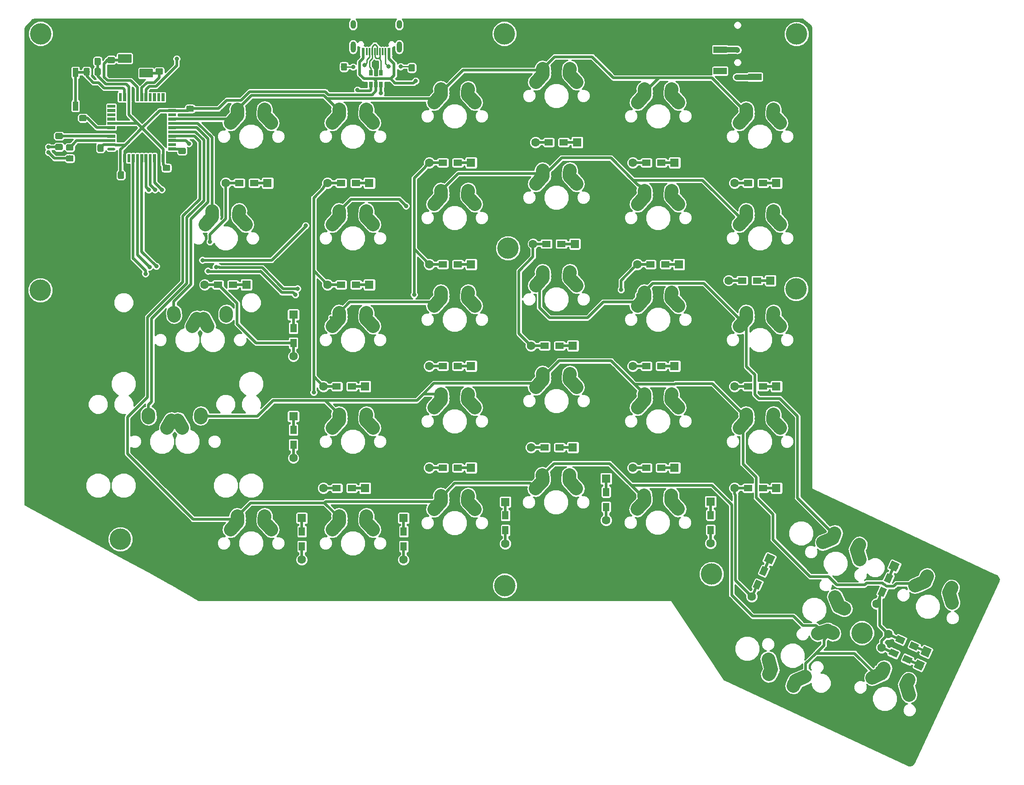
<source format=gbr>
G04 #@! TF.GenerationSoftware,KiCad,Pcbnew,(5.0.2)-1*
G04 #@! TF.CreationDate,2020-01-06T18:58:30+05:30*
G04 #@! TF.ProjectId,ergocape,6572676f-6361-4706-952e-6b696361645f,rev?*
G04 #@! TF.SameCoordinates,Original*
G04 #@! TF.FileFunction,Copper,L2,Bot*
G04 #@! TF.FilePolarity,Positive*
%FSLAX46Y46*%
G04 Gerber Fmt 4.6, Leading zero omitted, Abs format (unit mm)*
G04 Created by KiCad (PCBNEW (5.0.2)-1) date 1/6/2020 6:58:30 PM*
%MOMM*%
%LPD*%
G01*
G04 APERTURE LIST*
G04 #@! TA.AperFunction,SMDPad,CuDef*
%ADD10C,2.500000*%
G04 #@! TD*
G04 #@! TA.AperFunction,Conductor*
%ADD11C,2.500000*%
G04 #@! TD*
G04 #@! TA.AperFunction,ComponentPad*
%ADD12C,2.000000*%
G04 #@! TD*
G04 #@! TA.AperFunction,Conductor*
%ADD13C,0.100000*%
G04 #@! TD*
G04 #@! TA.AperFunction,SMDPad,CuDef*
%ADD14C,1.150000*%
G04 #@! TD*
G04 #@! TA.AperFunction,ComponentPad*
%ADD15R,1.600000X1.600000*%
G04 #@! TD*
G04 #@! TA.AperFunction,ComponentPad*
%ADD16C,1.600000*%
G04 #@! TD*
G04 #@! TA.AperFunction,Conductor*
%ADD17R,2.900000X0.500000*%
G04 #@! TD*
G04 #@! TA.AperFunction,SMDPad,CuDef*
%ADD18R,1.600000X1.200000*%
G04 #@! TD*
G04 #@! TA.AperFunction,Conductor*
%ADD19R,0.500000X2.900000*%
G04 #@! TD*
G04 #@! TA.AperFunction,SMDPad,CuDef*
%ADD20R,1.200000X1.600000*%
G04 #@! TD*
G04 #@! TA.AperFunction,Conductor*
%ADD21C,0.500000*%
G04 #@! TD*
G04 #@! TA.AperFunction,SMDPad,CuDef*
%ADD22C,1.200000*%
G04 #@! TD*
G04 #@! TA.AperFunction,ComponentPad*
%ADD23C,2.500000*%
G04 #@! TD*
G04 #@! TA.AperFunction,SMDPad,CuDef*
%ADD24R,1.000000X1.700000*%
G04 #@! TD*
G04 #@! TA.AperFunction,SMDPad,CuDef*
%ADD25O,1.500000X0.550000*%
G04 #@! TD*
G04 #@! TA.AperFunction,SMDPad,CuDef*
%ADD26C,0.500000*%
G04 #@! TD*
G04 #@! TA.AperFunction,SMDPad,CuDef*
%ADD27C,0.550000*%
G04 #@! TD*
G04 #@! TA.AperFunction,SMDPad,CuDef*
%ADD28R,0.650000X1.060000*%
G04 #@! TD*
G04 #@! TA.AperFunction,ComponentPad*
%ADD29O,1.000000X1.600000*%
G04 #@! TD*
G04 #@! TA.AperFunction,ComponentPad*
%ADD30O,1.000000X2.100000*%
G04 #@! TD*
G04 #@! TA.AperFunction,SMDPad,CuDef*
%ADD31R,0.300000X1.450000*%
G04 #@! TD*
G04 #@! TA.AperFunction,SMDPad,CuDef*
%ADD32R,0.600000X1.450000*%
G04 #@! TD*
G04 #@! TA.AperFunction,SMDPad,CuDef*
%ADD33C,1.600000*%
G04 #@! TD*
G04 #@! TA.AperFunction,ViaPad*
%ADD34C,0.600000*%
G04 #@! TD*
G04 #@! TA.AperFunction,SMDPad,CuDef*
%ADD35R,2.500000X1.200000*%
G04 #@! TD*
G04 #@! TA.AperFunction,ComponentPad*
%ADD36C,4.000000*%
G04 #@! TD*
G04 #@! TA.AperFunction,ViaPad*
%ADD37C,0.800000*%
G04 #@! TD*
G04 #@! TA.AperFunction,Conductor*
%ADD38C,0.508000*%
G04 #@! TD*
G04 #@! TA.AperFunction,Conductor*
%ADD39C,1.016000*%
G04 #@! TD*
G04 #@! TA.AperFunction,Conductor*
%ADD40C,0.250000*%
G04 #@! TD*
G04 #@! TA.AperFunction,Conductor*
%ADD41C,0.254000*%
G04 #@! TD*
G04 APERTURE END LIST*
D10*
G04 #@! TO.P,K_TAB1,2*
G04 #@! TO.N,/ROW2*
X57805000Y-53947500D03*
D11*
G04 #@! TD*
G04 #@! TO.N,/ROW2*
G04 #@! TO.C,K_TAB1*
X57824999Y-54237500D02*
X57785001Y-53657500D01*
D12*
G04 #@! TO.P,K_TAB1,2*
G04 #@! TO.N,/ROW2*
X57825000Y-54237500D03*
X57785000Y-53657500D03*
G04 #@! TO.P,K_TAB1,1*
G04 #@! TO.N,Net-(D_tAB1-Pad1)*
X62825000Y-54737500D03*
X64135000Y-56197500D03*
G04 #@! TO.P,K_TAB1,2*
G04 #@! TO.N,/ROW2*
X57825000Y-54737500D03*
X56515000Y-56197500D03*
G04 #@! TO.P,K_TAB1,1*
G04 #@! TO.N,Net-(D_tAB1-Pad1)*
X62825000Y-54237500D03*
X62865000Y-53657500D03*
D10*
X63480000Y-55467500D03*
D11*
G04 #@! TD*
G04 #@! TO.N,Net-(D_tAB1-Pad1)*
G04 #@! TO.C,K_TAB1*
X62825005Y-54737496D02*
X64134995Y-56197504D01*
D10*
G04 #@! TO.P,K_TAB1,1*
G04 #@! TO.N,Net-(D_tAB1-Pad1)*
X62845000Y-53947500D03*
D11*
G04 #@! TD*
G04 #@! TO.N,Net-(D_tAB1-Pad1)*
G04 #@! TO.C,K_TAB1*
X62825001Y-54237500D02*
X62864999Y-53657500D01*
D10*
G04 #@! TO.P,K_TAB1,2*
G04 #@! TO.N,/ROW2*
X57170000Y-55467500D03*
D11*
G04 #@! TD*
G04 #@! TO.N,/ROW2*
G04 #@! TO.C,K_TAB1*
X57824995Y-54737496D02*
X56515005Y-56197504D01*
D12*
G04 #@! TO.P,K_TH_1U_2,1*
G04 #@! TO.N,Net-(D_TH1_2-Pad1)*
X187916089Y-141986039D03*
X188197460Y-141477285D03*
G04 #@! TO.P,K_TH_1U_2,2*
G04 #@! TO.N,/ROW5*
X183173241Y-140326101D03*
X181368955Y-141095681D03*
D10*
G04 #@! TO.P,K_TH_1U_2,1*
G04 #@! TO.N,Net-(D_TH1_2-Pad1)*
X187989900Y-143377612D03*
D11*
G04 #@! TD*
G04 #@! TO.N,Net-(D_TH1_2-Pad1)*
G04 #@! TO.C,K_TH_1U_2*
X188275014Y-144316034D02*
X187704786Y-142439190D01*
D10*
G04 #@! TO.P,K_TH_1U_2,2*
G04 #@! TO.N,/ROW5*
X182271098Y-140710891D03*
D11*
G04 #@! TD*
G04 #@! TO.N,/ROW5*
G04 #@! TO.C,K_TH_1U_2*
X181368957Y-141095687D02*
X183173239Y-140326095D01*
D12*
G04 #@! TO.P,K_TH_1U_2,1*
G04 #@! TO.N,Net-(D_TH1_2-Pad1)*
X187704780Y-142439193D03*
X188275020Y-144316032D03*
D10*
G04 #@! TO.P,K_TH_1U_2,2*
G04 #@! TO.N,/ROW5*
X183488983Y-139601666D03*
D11*
G04 #@! TD*
G04 #@! TO.N,/ROW5*
G04 #@! TO.C,K_TH_1U_2*
X183593417Y-139330385D02*
X183384549Y-139872947D01*
D12*
G04 #@! TO.P,K_TH_1U_2,2*
G04 #@! TO.N,/ROW5*
X183384550Y-139872947D03*
X183593416Y-139330384D03*
D10*
G04 #@! TO.P,K_TH_1U_2,1*
G04 #@! TO.N,Net-(D_TH1_2-Pad1)*
X188056774Y-141731662D03*
D11*
G04 #@! TD*
G04 #@! TO.N,Net-(D_TH1_2-Pad1)*
G04 #@! TO.C,K_TH_1U_2*
X188197459Y-141477285D02*
X187916089Y-141986039D01*
D13*
G04 #@! TO.N,Net-(C1-Pad1)*
G04 #@! TO.C,C1*
G36*
X48391986Y-26934241D02*
X48416254Y-26937841D01*
X48440053Y-26943802D01*
X48463152Y-26952067D01*
X48485331Y-26962557D01*
X48506374Y-26975169D01*
X48526080Y-26989784D01*
X48544258Y-27006260D01*
X48560734Y-27024438D01*
X48575349Y-27044144D01*
X48587961Y-27065187D01*
X48598451Y-27087366D01*
X48606716Y-27110465D01*
X48612677Y-27134264D01*
X48616277Y-27158532D01*
X48617481Y-27183036D01*
X48617481Y-27833038D01*
X48616277Y-27857542D01*
X48612677Y-27881810D01*
X48606716Y-27905609D01*
X48598451Y-27928708D01*
X48587961Y-27950887D01*
X48575349Y-27971930D01*
X48560734Y-27991636D01*
X48544258Y-28009814D01*
X48526080Y-28026290D01*
X48506374Y-28040905D01*
X48485331Y-28053517D01*
X48463152Y-28064007D01*
X48440053Y-28072272D01*
X48416254Y-28078233D01*
X48391986Y-28081833D01*
X48367482Y-28083037D01*
X47467480Y-28083037D01*
X47442976Y-28081833D01*
X47418708Y-28078233D01*
X47394909Y-28072272D01*
X47371810Y-28064007D01*
X47349631Y-28053517D01*
X47328588Y-28040905D01*
X47308882Y-28026290D01*
X47290704Y-28009814D01*
X47274228Y-27991636D01*
X47259613Y-27971930D01*
X47247001Y-27950887D01*
X47236511Y-27928708D01*
X47228246Y-27905609D01*
X47222285Y-27881810D01*
X47218685Y-27857542D01*
X47217481Y-27833038D01*
X47217481Y-27183036D01*
X47218685Y-27158532D01*
X47222285Y-27134264D01*
X47228246Y-27110465D01*
X47236511Y-27087366D01*
X47247001Y-27065187D01*
X47259613Y-27044144D01*
X47274228Y-27024438D01*
X47290704Y-27006260D01*
X47308882Y-26989784D01*
X47328588Y-26975169D01*
X47349631Y-26962557D01*
X47371810Y-26952067D01*
X47394909Y-26943802D01*
X47418708Y-26937841D01*
X47442976Y-26934241D01*
X47467480Y-26933037D01*
X48367482Y-26933037D01*
X48391986Y-26934241D01*
X48391986Y-26934241D01*
G37*
D14*
G04 #@! TD*
G04 #@! TO.P,C1,1*
G04 #@! TO.N,Net-(C1-Pad1)*
X47917481Y-27508037D03*
D13*
G04 #@! TO.N,GND*
G04 #@! TO.C,C1*
G36*
X48391986Y-24884241D02*
X48416254Y-24887841D01*
X48440053Y-24893802D01*
X48463152Y-24902067D01*
X48485331Y-24912557D01*
X48506374Y-24925169D01*
X48526080Y-24939784D01*
X48544258Y-24956260D01*
X48560734Y-24974438D01*
X48575349Y-24994144D01*
X48587961Y-25015187D01*
X48598451Y-25037366D01*
X48606716Y-25060465D01*
X48612677Y-25084264D01*
X48616277Y-25108532D01*
X48617481Y-25133036D01*
X48617481Y-25783038D01*
X48616277Y-25807542D01*
X48612677Y-25831810D01*
X48606716Y-25855609D01*
X48598451Y-25878708D01*
X48587961Y-25900887D01*
X48575349Y-25921930D01*
X48560734Y-25941636D01*
X48544258Y-25959814D01*
X48526080Y-25976290D01*
X48506374Y-25990905D01*
X48485331Y-26003517D01*
X48463152Y-26014007D01*
X48440053Y-26022272D01*
X48416254Y-26028233D01*
X48391986Y-26031833D01*
X48367482Y-26033037D01*
X47467480Y-26033037D01*
X47442976Y-26031833D01*
X47418708Y-26028233D01*
X47394909Y-26022272D01*
X47371810Y-26014007D01*
X47349631Y-26003517D01*
X47328588Y-25990905D01*
X47308882Y-25976290D01*
X47290704Y-25959814D01*
X47274228Y-25941636D01*
X47259613Y-25921930D01*
X47247001Y-25900887D01*
X47236511Y-25878708D01*
X47228246Y-25855609D01*
X47222285Y-25831810D01*
X47218685Y-25807542D01*
X47217481Y-25783038D01*
X47217481Y-25133036D01*
X47218685Y-25108532D01*
X47222285Y-25084264D01*
X47228246Y-25060465D01*
X47236511Y-25037366D01*
X47247001Y-25015187D01*
X47259613Y-24994144D01*
X47274228Y-24974438D01*
X47290704Y-24956260D01*
X47308882Y-24939784D01*
X47328588Y-24925169D01*
X47349631Y-24912557D01*
X47371810Y-24902067D01*
X47394909Y-24893802D01*
X47418708Y-24887841D01*
X47442976Y-24884241D01*
X47467480Y-24883037D01*
X48367482Y-24883037D01*
X48391986Y-24884241D01*
X48391986Y-24884241D01*
G37*
D14*
G04 #@! TD*
G04 #@! TO.P,C1,2*
G04 #@! TO.N,GND*
X47917481Y-25458037D03*
D13*
G04 #@! TO.N,GND*
G04 #@! TO.C,C2*
G36*
X39397986Y-26860241D02*
X39422254Y-26863841D01*
X39446053Y-26869802D01*
X39469152Y-26878067D01*
X39491331Y-26888557D01*
X39512374Y-26901169D01*
X39532080Y-26915784D01*
X39550258Y-26932260D01*
X39566734Y-26950438D01*
X39581349Y-26970144D01*
X39593961Y-26991187D01*
X39604451Y-27013366D01*
X39612716Y-27036465D01*
X39618677Y-27060264D01*
X39622277Y-27084532D01*
X39623481Y-27109036D01*
X39623481Y-27759038D01*
X39622277Y-27783542D01*
X39618677Y-27807810D01*
X39612716Y-27831609D01*
X39604451Y-27854708D01*
X39593961Y-27876887D01*
X39581349Y-27897930D01*
X39566734Y-27917636D01*
X39550258Y-27935814D01*
X39532080Y-27952290D01*
X39512374Y-27966905D01*
X39491331Y-27979517D01*
X39469152Y-27990007D01*
X39446053Y-27998272D01*
X39422254Y-28004233D01*
X39397986Y-28007833D01*
X39373482Y-28009037D01*
X38473480Y-28009037D01*
X38448976Y-28007833D01*
X38424708Y-28004233D01*
X38400909Y-27998272D01*
X38377810Y-27990007D01*
X38355631Y-27979517D01*
X38334588Y-27966905D01*
X38314882Y-27952290D01*
X38296704Y-27935814D01*
X38280228Y-27917636D01*
X38265613Y-27897930D01*
X38253001Y-27876887D01*
X38242511Y-27854708D01*
X38234246Y-27831609D01*
X38228285Y-27807810D01*
X38224685Y-27783542D01*
X38223481Y-27759038D01*
X38223481Y-27109036D01*
X38224685Y-27084532D01*
X38228285Y-27060264D01*
X38234246Y-27036465D01*
X38242511Y-27013366D01*
X38253001Y-26991187D01*
X38265613Y-26970144D01*
X38280228Y-26950438D01*
X38296704Y-26932260D01*
X38314882Y-26915784D01*
X38334588Y-26901169D01*
X38355631Y-26888557D01*
X38377810Y-26878067D01*
X38400909Y-26869802D01*
X38424708Y-26863841D01*
X38448976Y-26860241D01*
X38473480Y-26859037D01*
X39373482Y-26859037D01*
X39397986Y-26860241D01*
X39397986Y-26860241D01*
G37*
D14*
G04 #@! TD*
G04 #@! TO.P,C2,2*
G04 #@! TO.N,GND*
X38923481Y-27434037D03*
D13*
G04 #@! TO.N,Net-(C2-Pad1)*
G04 #@! TO.C,C2*
G36*
X39397986Y-24810241D02*
X39422254Y-24813841D01*
X39446053Y-24819802D01*
X39469152Y-24828067D01*
X39491331Y-24838557D01*
X39512374Y-24851169D01*
X39532080Y-24865784D01*
X39550258Y-24882260D01*
X39566734Y-24900438D01*
X39581349Y-24920144D01*
X39593961Y-24941187D01*
X39604451Y-24963366D01*
X39612716Y-24986465D01*
X39618677Y-25010264D01*
X39622277Y-25034532D01*
X39623481Y-25059036D01*
X39623481Y-25709038D01*
X39622277Y-25733542D01*
X39618677Y-25757810D01*
X39612716Y-25781609D01*
X39604451Y-25804708D01*
X39593961Y-25826887D01*
X39581349Y-25847930D01*
X39566734Y-25867636D01*
X39550258Y-25885814D01*
X39532080Y-25902290D01*
X39512374Y-25916905D01*
X39491331Y-25929517D01*
X39469152Y-25940007D01*
X39446053Y-25948272D01*
X39422254Y-25954233D01*
X39397986Y-25957833D01*
X39373482Y-25959037D01*
X38473480Y-25959037D01*
X38448976Y-25957833D01*
X38424708Y-25954233D01*
X38400909Y-25948272D01*
X38377810Y-25940007D01*
X38355631Y-25929517D01*
X38334588Y-25916905D01*
X38314882Y-25902290D01*
X38296704Y-25885814D01*
X38280228Y-25867636D01*
X38265613Y-25847930D01*
X38253001Y-25826887D01*
X38242511Y-25804708D01*
X38234246Y-25781609D01*
X38228285Y-25757810D01*
X38224685Y-25733542D01*
X38223481Y-25709038D01*
X38223481Y-25059036D01*
X38224685Y-25034532D01*
X38228285Y-25010264D01*
X38234246Y-24986465D01*
X38242511Y-24963366D01*
X38253001Y-24941187D01*
X38265613Y-24920144D01*
X38280228Y-24900438D01*
X38296704Y-24882260D01*
X38314882Y-24865784D01*
X38334588Y-24851169D01*
X38355631Y-24838557D01*
X38377810Y-24828067D01*
X38400909Y-24819802D01*
X38424708Y-24813841D01*
X38448976Y-24810241D01*
X38473480Y-24809037D01*
X39373482Y-24809037D01*
X39397986Y-24810241D01*
X39397986Y-24810241D01*
G37*
D14*
G04 #@! TD*
G04 #@! TO.P,C2,1*
G04 #@! TO.N,Net-(C2-Pad1)*
X38923481Y-25384037D03*
D13*
G04 #@! TO.N,VCC*
G04 #@! TO.C,C3*
G36*
X36732499Y-24958812D02*
X36756767Y-24962412D01*
X36780566Y-24968373D01*
X36803665Y-24976638D01*
X36825844Y-24987128D01*
X36846887Y-24999740D01*
X36866593Y-25014355D01*
X36884771Y-25030831D01*
X36901247Y-25049009D01*
X36915862Y-25068715D01*
X36928474Y-25089758D01*
X36938964Y-25111937D01*
X36947229Y-25135036D01*
X36953190Y-25158835D01*
X36956790Y-25183103D01*
X36957994Y-25207607D01*
X36957994Y-26107609D01*
X36956790Y-26132113D01*
X36953190Y-26156381D01*
X36947229Y-26180180D01*
X36938964Y-26203279D01*
X36928474Y-26225458D01*
X36915862Y-26246501D01*
X36901247Y-26266207D01*
X36884771Y-26284385D01*
X36866593Y-26300861D01*
X36846887Y-26315476D01*
X36825844Y-26328088D01*
X36803665Y-26338578D01*
X36780566Y-26346843D01*
X36756767Y-26352804D01*
X36732499Y-26356404D01*
X36707995Y-26357608D01*
X36057993Y-26357608D01*
X36033489Y-26356404D01*
X36009221Y-26352804D01*
X35985422Y-26346843D01*
X35962323Y-26338578D01*
X35940144Y-26328088D01*
X35919101Y-26315476D01*
X35899395Y-26300861D01*
X35881217Y-26284385D01*
X35864741Y-26266207D01*
X35850126Y-26246501D01*
X35837514Y-26225458D01*
X35827024Y-26203279D01*
X35818759Y-26180180D01*
X35812798Y-26156381D01*
X35809198Y-26132113D01*
X35807994Y-26107609D01*
X35807994Y-25207607D01*
X35809198Y-25183103D01*
X35812798Y-25158835D01*
X35818759Y-25135036D01*
X35827024Y-25111937D01*
X35837514Y-25089758D01*
X35850126Y-25068715D01*
X35864741Y-25049009D01*
X35881217Y-25030831D01*
X35899395Y-25014355D01*
X35919101Y-24999740D01*
X35940144Y-24987128D01*
X35962323Y-24976638D01*
X35985422Y-24968373D01*
X36009221Y-24962412D01*
X36033489Y-24958812D01*
X36057993Y-24957608D01*
X36707995Y-24957608D01*
X36732499Y-24958812D01*
X36732499Y-24958812D01*
G37*
D14*
G04 #@! TD*
G04 #@! TO.P,C3,1*
G04 #@! TO.N,VCC*
X36382994Y-25657608D03*
D13*
G04 #@! TO.N,GND*
G04 #@! TO.C,C3*
G36*
X34682499Y-24958812D02*
X34706767Y-24962412D01*
X34730566Y-24968373D01*
X34753665Y-24976638D01*
X34775844Y-24987128D01*
X34796887Y-24999740D01*
X34816593Y-25014355D01*
X34834771Y-25030831D01*
X34851247Y-25049009D01*
X34865862Y-25068715D01*
X34878474Y-25089758D01*
X34888964Y-25111937D01*
X34897229Y-25135036D01*
X34903190Y-25158835D01*
X34906790Y-25183103D01*
X34907994Y-25207607D01*
X34907994Y-26107609D01*
X34906790Y-26132113D01*
X34903190Y-26156381D01*
X34897229Y-26180180D01*
X34888964Y-26203279D01*
X34878474Y-26225458D01*
X34865862Y-26246501D01*
X34851247Y-26266207D01*
X34834771Y-26284385D01*
X34816593Y-26300861D01*
X34796887Y-26315476D01*
X34775844Y-26328088D01*
X34753665Y-26338578D01*
X34730566Y-26346843D01*
X34706767Y-26352804D01*
X34682499Y-26356404D01*
X34657995Y-26357608D01*
X34007993Y-26357608D01*
X33983489Y-26356404D01*
X33959221Y-26352804D01*
X33935422Y-26346843D01*
X33912323Y-26338578D01*
X33890144Y-26328088D01*
X33869101Y-26315476D01*
X33849395Y-26300861D01*
X33831217Y-26284385D01*
X33814741Y-26266207D01*
X33800126Y-26246501D01*
X33787514Y-26225458D01*
X33777024Y-26203279D01*
X33768759Y-26180180D01*
X33762798Y-26156381D01*
X33759198Y-26132113D01*
X33757994Y-26107609D01*
X33757994Y-25207607D01*
X33759198Y-25183103D01*
X33762798Y-25158835D01*
X33768759Y-25135036D01*
X33777024Y-25111937D01*
X33787514Y-25089758D01*
X33800126Y-25068715D01*
X33814741Y-25049009D01*
X33831217Y-25030831D01*
X33849395Y-25014355D01*
X33869101Y-24999740D01*
X33890144Y-24987128D01*
X33912323Y-24976638D01*
X33935422Y-24968373D01*
X33959221Y-24962412D01*
X33983489Y-24958812D01*
X34007993Y-24957608D01*
X34657995Y-24957608D01*
X34682499Y-24958812D01*
X34682499Y-24958812D01*
G37*
D14*
G04 #@! TD*
G04 #@! TO.P,C3,2*
G04 #@! TO.N,GND*
X34332994Y-25657608D03*
D13*
G04 #@! TO.N,GND*
G04 #@! TO.C,C4*
G36*
X35234724Y-41153973D02*
X35258992Y-41157573D01*
X35282791Y-41163534D01*
X35305890Y-41171799D01*
X35328069Y-41182289D01*
X35349112Y-41194901D01*
X35368818Y-41209516D01*
X35386996Y-41225992D01*
X35403472Y-41244170D01*
X35418087Y-41263876D01*
X35430699Y-41284919D01*
X35441189Y-41307098D01*
X35449454Y-41330197D01*
X35455415Y-41353996D01*
X35459015Y-41378264D01*
X35460219Y-41402768D01*
X35460219Y-42302770D01*
X35459015Y-42327274D01*
X35455415Y-42351542D01*
X35449454Y-42375341D01*
X35441189Y-42398440D01*
X35430699Y-42420619D01*
X35418087Y-42441662D01*
X35403472Y-42461368D01*
X35386996Y-42479546D01*
X35368818Y-42496022D01*
X35349112Y-42510637D01*
X35328069Y-42523249D01*
X35305890Y-42533739D01*
X35282791Y-42542004D01*
X35258992Y-42547965D01*
X35234724Y-42551565D01*
X35210220Y-42552769D01*
X34560218Y-42552769D01*
X34535714Y-42551565D01*
X34511446Y-42547965D01*
X34487647Y-42542004D01*
X34464548Y-42533739D01*
X34442369Y-42523249D01*
X34421326Y-42510637D01*
X34401620Y-42496022D01*
X34383442Y-42479546D01*
X34366966Y-42461368D01*
X34352351Y-42441662D01*
X34339739Y-42420619D01*
X34329249Y-42398440D01*
X34320984Y-42375341D01*
X34315023Y-42351542D01*
X34311423Y-42327274D01*
X34310219Y-42302770D01*
X34310219Y-41402768D01*
X34311423Y-41378264D01*
X34315023Y-41353996D01*
X34320984Y-41330197D01*
X34329249Y-41307098D01*
X34339739Y-41284919D01*
X34352351Y-41263876D01*
X34366966Y-41244170D01*
X34383442Y-41225992D01*
X34401620Y-41209516D01*
X34421326Y-41194901D01*
X34442369Y-41182289D01*
X34464548Y-41171799D01*
X34487647Y-41163534D01*
X34511446Y-41157573D01*
X34535714Y-41153973D01*
X34560218Y-41152769D01*
X35210220Y-41152769D01*
X35234724Y-41153973D01*
X35234724Y-41153973D01*
G37*
D14*
G04 #@! TD*
G04 #@! TO.P,C4,2*
G04 #@! TO.N,GND*
X34885219Y-41852769D03*
D13*
G04 #@! TO.N,VCC*
G04 #@! TO.C,C4*
G36*
X37284724Y-41153973D02*
X37308992Y-41157573D01*
X37332791Y-41163534D01*
X37355890Y-41171799D01*
X37378069Y-41182289D01*
X37399112Y-41194901D01*
X37418818Y-41209516D01*
X37436996Y-41225992D01*
X37453472Y-41244170D01*
X37468087Y-41263876D01*
X37480699Y-41284919D01*
X37491189Y-41307098D01*
X37499454Y-41330197D01*
X37505415Y-41353996D01*
X37509015Y-41378264D01*
X37510219Y-41402768D01*
X37510219Y-42302770D01*
X37509015Y-42327274D01*
X37505415Y-42351542D01*
X37499454Y-42375341D01*
X37491189Y-42398440D01*
X37480699Y-42420619D01*
X37468087Y-42441662D01*
X37453472Y-42461368D01*
X37436996Y-42479546D01*
X37418818Y-42496022D01*
X37399112Y-42510637D01*
X37378069Y-42523249D01*
X37355890Y-42533739D01*
X37332791Y-42542004D01*
X37308992Y-42547965D01*
X37284724Y-42551565D01*
X37260220Y-42552769D01*
X36610218Y-42552769D01*
X36585714Y-42551565D01*
X36561446Y-42547965D01*
X36537647Y-42542004D01*
X36514548Y-42533739D01*
X36492369Y-42523249D01*
X36471326Y-42510637D01*
X36451620Y-42496022D01*
X36433442Y-42479546D01*
X36416966Y-42461368D01*
X36402351Y-42441662D01*
X36389739Y-42420619D01*
X36379249Y-42398440D01*
X36370984Y-42375341D01*
X36365023Y-42351542D01*
X36361423Y-42327274D01*
X36360219Y-42302770D01*
X36360219Y-41402768D01*
X36361423Y-41378264D01*
X36365023Y-41353996D01*
X36370984Y-41330197D01*
X36379249Y-41307098D01*
X36389739Y-41284919D01*
X36402351Y-41263876D01*
X36416966Y-41244170D01*
X36433442Y-41225992D01*
X36451620Y-41209516D01*
X36471326Y-41194901D01*
X36492369Y-41182289D01*
X36514548Y-41171799D01*
X36537647Y-41163534D01*
X36561446Y-41157573D01*
X36585714Y-41153973D01*
X36610218Y-41152769D01*
X37260220Y-41152769D01*
X37284724Y-41153973D01*
X37284724Y-41153973D01*
G37*
D14*
G04 #@! TD*
G04 #@! TO.P,C4,1*
G04 #@! TO.N,VCC*
X36935219Y-41852769D03*
D13*
G04 #@! TO.N,VCC*
G04 #@! TO.C,C5*
G36*
X41094724Y-46233973D02*
X41118992Y-46237573D01*
X41142791Y-46243534D01*
X41165890Y-46251799D01*
X41188069Y-46262289D01*
X41209112Y-46274901D01*
X41228818Y-46289516D01*
X41246996Y-46305992D01*
X41263472Y-46324170D01*
X41278087Y-46343876D01*
X41290699Y-46364919D01*
X41301189Y-46387098D01*
X41309454Y-46410197D01*
X41315415Y-46433996D01*
X41319015Y-46458264D01*
X41320219Y-46482768D01*
X41320219Y-47382770D01*
X41319015Y-47407274D01*
X41315415Y-47431542D01*
X41309454Y-47455341D01*
X41301189Y-47478440D01*
X41290699Y-47500619D01*
X41278087Y-47521662D01*
X41263472Y-47541368D01*
X41246996Y-47559546D01*
X41228818Y-47576022D01*
X41209112Y-47590637D01*
X41188069Y-47603249D01*
X41165890Y-47613739D01*
X41142791Y-47622004D01*
X41118992Y-47627965D01*
X41094724Y-47631565D01*
X41070220Y-47632769D01*
X40420218Y-47632769D01*
X40395714Y-47631565D01*
X40371446Y-47627965D01*
X40347647Y-47622004D01*
X40324548Y-47613739D01*
X40302369Y-47603249D01*
X40281326Y-47590637D01*
X40261620Y-47576022D01*
X40243442Y-47559546D01*
X40226966Y-47541368D01*
X40212351Y-47521662D01*
X40199739Y-47500619D01*
X40189249Y-47478440D01*
X40180984Y-47455341D01*
X40175023Y-47431542D01*
X40171423Y-47407274D01*
X40170219Y-47382770D01*
X40170219Y-46482768D01*
X40171423Y-46458264D01*
X40175023Y-46433996D01*
X40180984Y-46410197D01*
X40189249Y-46387098D01*
X40199739Y-46364919D01*
X40212351Y-46343876D01*
X40226966Y-46324170D01*
X40243442Y-46305992D01*
X40261620Y-46289516D01*
X40281326Y-46274901D01*
X40302369Y-46262289D01*
X40324548Y-46251799D01*
X40347647Y-46243534D01*
X40371446Y-46237573D01*
X40395714Y-46233973D01*
X40420218Y-46232769D01*
X41070220Y-46232769D01*
X41094724Y-46233973D01*
X41094724Y-46233973D01*
G37*
D14*
G04 #@! TD*
G04 #@! TO.P,C5,1*
G04 #@! TO.N,VCC*
X40745219Y-46932769D03*
D13*
G04 #@! TO.N,GND*
G04 #@! TO.C,C5*
G36*
X39044724Y-46233973D02*
X39068992Y-46237573D01*
X39092791Y-46243534D01*
X39115890Y-46251799D01*
X39138069Y-46262289D01*
X39159112Y-46274901D01*
X39178818Y-46289516D01*
X39196996Y-46305992D01*
X39213472Y-46324170D01*
X39228087Y-46343876D01*
X39240699Y-46364919D01*
X39251189Y-46387098D01*
X39259454Y-46410197D01*
X39265415Y-46433996D01*
X39269015Y-46458264D01*
X39270219Y-46482768D01*
X39270219Y-47382770D01*
X39269015Y-47407274D01*
X39265415Y-47431542D01*
X39259454Y-47455341D01*
X39251189Y-47478440D01*
X39240699Y-47500619D01*
X39228087Y-47521662D01*
X39213472Y-47541368D01*
X39196996Y-47559546D01*
X39178818Y-47576022D01*
X39159112Y-47590637D01*
X39138069Y-47603249D01*
X39115890Y-47613739D01*
X39092791Y-47622004D01*
X39068992Y-47627965D01*
X39044724Y-47631565D01*
X39020220Y-47632769D01*
X38370218Y-47632769D01*
X38345714Y-47631565D01*
X38321446Y-47627965D01*
X38297647Y-47622004D01*
X38274548Y-47613739D01*
X38252369Y-47603249D01*
X38231326Y-47590637D01*
X38211620Y-47576022D01*
X38193442Y-47559546D01*
X38176966Y-47541368D01*
X38162351Y-47521662D01*
X38149739Y-47500619D01*
X38139249Y-47478440D01*
X38130984Y-47455341D01*
X38125023Y-47431542D01*
X38121423Y-47407274D01*
X38120219Y-47382770D01*
X38120219Y-46482768D01*
X38121423Y-46458264D01*
X38125023Y-46433996D01*
X38130984Y-46410197D01*
X38139249Y-46387098D01*
X38149739Y-46364919D01*
X38162351Y-46343876D01*
X38176966Y-46324170D01*
X38193442Y-46305992D01*
X38211620Y-46289516D01*
X38231326Y-46274901D01*
X38252369Y-46262289D01*
X38274548Y-46251799D01*
X38297647Y-46243534D01*
X38321446Y-46237573D01*
X38345714Y-46233973D01*
X38370218Y-46232769D01*
X39020220Y-46232769D01*
X39044724Y-46233973D01*
X39044724Y-46233973D01*
G37*
D14*
G04 #@! TD*
G04 #@! TO.P,C5,2*
G04 #@! TO.N,GND*
X38695219Y-46932769D03*
D13*
G04 #@! TO.N,GND*
G04 #@! TO.C,C6*
G36*
X54164724Y-31871973D02*
X54188992Y-31875573D01*
X54212791Y-31881534D01*
X54235890Y-31889799D01*
X54258069Y-31900289D01*
X54279112Y-31912901D01*
X54298818Y-31927516D01*
X54316996Y-31943992D01*
X54333472Y-31962170D01*
X54348087Y-31981876D01*
X54360699Y-32002919D01*
X54371189Y-32025098D01*
X54379454Y-32048197D01*
X54385415Y-32071996D01*
X54389015Y-32096264D01*
X54390219Y-32120768D01*
X54390219Y-32770770D01*
X54389015Y-32795274D01*
X54385415Y-32819542D01*
X54379454Y-32843341D01*
X54371189Y-32866440D01*
X54360699Y-32888619D01*
X54348087Y-32909662D01*
X54333472Y-32929368D01*
X54316996Y-32947546D01*
X54298818Y-32964022D01*
X54279112Y-32978637D01*
X54258069Y-32991249D01*
X54235890Y-33001739D01*
X54212791Y-33010004D01*
X54188992Y-33015965D01*
X54164724Y-33019565D01*
X54140220Y-33020769D01*
X53240218Y-33020769D01*
X53215714Y-33019565D01*
X53191446Y-33015965D01*
X53167647Y-33010004D01*
X53144548Y-33001739D01*
X53122369Y-32991249D01*
X53101326Y-32978637D01*
X53081620Y-32964022D01*
X53063442Y-32947546D01*
X53046966Y-32929368D01*
X53032351Y-32909662D01*
X53019739Y-32888619D01*
X53009249Y-32866440D01*
X53000984Y-32843341D01*
X52995023Y-32819542D01*
X52991423Y-32795274D01*
X52990219Y-32770770D01*
X52990219Y-32120768D01*
X52991423Y-32096264D01*
X52995023Y-32071996D01*
X53000984Y-32048197D01*
X53009249Y-32025098D01*
X53019739Y-32002919D01*
X53032351Y-31981876D01*
X53046966Y-31962170D01*
X53063442Y-31943992D01*
X53081620Y-31927516D01*
X53101326Y-31912901D01*
X53122369Y-31900289D01*
X53144548Y-31889799D01*
X53167647Y-31881534D01*
X53191446Y-31875573D01*
X53215714Y-31871973D01*
X53240218Y-31870769D01*
X54140220Y-31870769D01*
X54164724Y-31871973D01*
X54164724Y-31871973D01*
G37*
D14*
G04 #@! TD*
G04 #@! TO.P,C6,2*
G04 #@! TO.N,GND*
X53690219Y-32445769D03*
D13*
G04 #@! TO.N,VCC*
G04 #@! TO.C,C6*
G36*
X54164724Y-33921973D02*
X54188992Y-33925573D01*
X54212791Y-33931534D01*
X54235890Y-33939799D01*
X54258069Y-33950289D01*
X54279112Y-33962901D01*
X54298818Y-33977516D01*
X54316996Y-33993992D01*
X54333472Y-34012170D01*
X54348087Y-34031876D01*
X54360699Y-34052919D01*
X54371189Y-34075098D01*
X54379454Y-34098197D01*
X54385415Y-34121996D01*
X54389015Y-34146264D01*
X54390219Y-34170768D01*
X54390219Y-34820770D01*
X54389015Y-34845274D01*
X54385415Y-34869542D01*
X54379454Y-34893341D01*
X54371189Y-34916440D01*
X54360699Y-34938619D01*
X54348087Y-34959662D01*
X54333472Y-34979368D01*
X54316996Y-34997546D01*
X54298818Y-35014022D01*
X54279112Y-35028637D01*
X54258069Y-35041249D01*
X54235890Y-35051739D01*
X54212791Y-35060004D01*
X54188992Y-35065965D01*
X54164724Y-35069565D01*
X54140220Y-35070769D01*
X53240218Y-35070769D01*
X53215714Y-35069565D01*
X53191446Y-35065965D01*
X53167647Y-35060004D01*
X53144548Y-35051739D01*
X53122369Y-35041249D01*
X53101326Y-35028637D01*
X53081620Y-35014022D01*
X53063442Y-34997546D01*
X53046966Y-34979368D01*
X53032351Y-34959662D01*
X53019739Y-34938619D01*
X53009249Y-34916440D01*
X53000984Y-34893341D01*
X52995023Y-34869542D01*
X52991423Y-34845274D01*
X52990219Y-34820770D01*
X52990219Y-34170768D01*
X52991423Y-34146264D01*
X52995023Y-34121996D01*
X53000984Y-34098197D01*
X53009249Y-34075098D01*
X53019739Y-34052919D01*
X53032351Y-34031876D01*
X53046966Y-34012170D01*
X53063442Y-33993992D01*
X53081620Y-33977516D01*
X53101326Y-33962901D01*
X53122369Y-33950289D01*
X53144548Y-33939799D01*
X53167647Y-33931534D01*
X53191446Y-33925573D01*
X53215714Y-33921973D01*
X53240218Y-33920769D01*
X54140220Y-33920769D01*
X54164724Y-33921973D01*
X54164724Y-33921973D01*
G37*
D14*
G04 #@! TD*
G04 #@! TO.P,C6,1*
G04 #@! TO.N,VCC*
X53690219Y-34495769D03*
D13*
G04 #@! TO.N,VCC*
G04 #@! TO.C,C7*
G36*
X49750505Y-45010204D02*
X49774773Y-45013804D01*
X49798572Y-45019765D01*
X49821671Y-45028030D01*
X49843850Y-45038520D01*
X49864893Y-45051132D01*
X49884599Y-45065747D01*
X49902777Y-45082223D01*
X49919253Y-45100401D01*
X49933868Y-45120107D01*
X49946480Y-45141150D01*
X49956970Y-45163329D01*
X49965235Y-45186428D01*
X49971196Y-45210227D01*
X49974796Y-45234495D01*
X49976000Y-45258999D01*
X49976000Y-45909001D01*
X49974796Y-45933505D01*
X49971196Y-45957773D01*
X49965235Y-45981572D01*
X49956970Y-46004671D01*
X49946480Y-46026850D01*
X49933868Y-46047893D01*
X49919253Y-46067599D01*
X49902777Y-46085777D01*
X49884599Y-46102253D01*
X49864893Y-46116868D01*
X49843850Y-46129480D01*
X49821671Y-46139970D01*
X49798572Y-46148235D01*
X49774773Y-46154196D01*
X49750505Y-46157796D01*
X49726001Y-46159000D01*
X48825999Y-46159000D01*
X48801495Y-46157796D01*
X48777227Y-46154196D01*
X48753428Y-46148235D01*
X48730329Y-46139970D01*
X48708150Y-46129480D01*
X48687107Y-46116868D01*
X48667401Y-46102253D01*
X48649223Y-46085777D01*
X48632747Y-46067599D01*
X48618132Y-46047893D01*
X48605520Y-46026850D01*
X48595030Y-46004671D01*
X48586765Y-45981572D01*
X48580804Y-45957773D01*
X48577204Y-45933505D01*
X48576000Y-45909001D01*
X48576000Y-45258999D01*
X48577204Y-45234495D01*
X48580804Y-45210227D01*
X48586765Y-45186428D01*
X48595030Y-45163329D01*
X48605520Y-45141150D01*
X48618132Y-45120107D01*
X48632747Y-45100401D01*
X48649223Y-45082223D01*
X48667401Y-45065747D01*
X48687107Y-45051132D01*
X48708150Y-45038520D01*
X48730329Y-45028030D01*
X48753428Y-45019765D01*
X48777227Y-45013804D01*
X48801495Y-45010204D01*
X48825999Y-45009000D01*
X49726001Y-45009000D01*
X49750505Y-45010204D01*
X49750505Y-45010204D01*
G37*
D14*
G04 #@! TD*
G04 #@! TO.P,C7,1*
G04 #@! TO.N,VCC*
X49276000Y-45584000D03*
D13*
G04 #@! TO.N,GND*
G04 #@! TO.C,C7*
G36*
X49750505Y-47060204D02*
X49774773Y-47063804D01*
X49798572Y-47069765D01*
X49821671Y-47078030D01*
X49843850Y-47088520D01*
X49864893Y-47101132D01*
X49884599Y-47115747D01*
X49902777Y-47132223D01*
X49919253Y-47150401D01*
X49933868Y-47170107D01*
X49946480Y-47191150D01*
X49956970Y-47213329D01*
X49965235Y-47236428D01*
X49971196Y-47260227D01*
X49974796Y-47284495D01*
X49976000Y-47308999D01*
X49976000Y-47959001D01*
X49974796Y-47983505D01*
X49971196Y-48007773D01*
X49965235Y-48031572D01*
X49956970Y-48054671D01*
X49946480Y-48076850D01*
X49933868Y-48097893D01*
X49919253Y-48117599D01*
X49902777Y-48135777D01*
X49884599Y-48152253D01*
X49864893Y-48166868D01*
X49843850Y-48179480D01*
X49821671Y-48189970D01*
X49798572Y-48198235D01*
X49774773Y-48204196D01*
X49750505Y-48207796D01*
X49726001Y-48209000D01*
X48825999Y-48209000D01*
X48801495Y-48207796D01*
X48777227Y-48204196D01*
X48753428Y-48198235D01*
X48730329Y-48189970D01*
X48708150Y-48179480D01*
X48687107Y-48166868D01*
X48667401Y-48152253D01*
X48649223Y-48135777D01*
X48632747Y-48117599D01*
X48618132Y-48097893D01*
X48605520Y-48076850D01*
X48595030Y-48054671D01*
X48586765Y-48031572D01*
X48580804Y-48007773D01*
X48577204Y-47983505D01*
X48576000Y-47959001D01*
X48576000Y-47308999D01*
X48577204Y-47284495D01*
X48580804Y-47260227D01*
X48586765Y-47236428D01*
X48595030Y-47213329D01*
X48605520Y-47191150D01*
X48618132Y-47170107D01*
X48632747Y-47150401D01*
X48649223Y-47132223D01*
X48667401Y-47115747D01*
X48687107Y-47101132D01*
X48708150Y-47088520D01*
X48730329Y-47078030D01*
X48753428Y-47069765D01*
X48777227Y-47063804D01*
X48801495Y-47060204D01*
X48825999Y-47059000D01*
X49726001Y-47059000D01*
X49750505Y-47060204D01*
X49750505Y-47060204D01*
G37*
D14*
G04 #@! TD*
G04 #@! TO.P,C7,2*
G04 #@! TO.N,GND*
X49276000Y-47634000D03*
D13*
G04 #@! TO.N,Net-(C8-Pad2)*
G04 #@! TO.C,C8*
G36*
X34098724Y-35681973D02*
X34122992Y-35685573D01*
X34146791Y-35691534D01*
X34169890Y-35699799D01*
X34192069Y-35710289D01*
X34213112Y-35722901D01*
X34232818Y-35737516D01*
X34250996Y-35753992D01*
X34267472Y-35772170D01*
X34282087Y-35791876D01*
X34294699Y-35812919D01*
X34305189Y-35835098D01*
X34313454Y-35858197D01*
X34319415Y-35881996D01*
X34323015Y-35906264D01*
X34324219Y-35930768D01*
X34324219Y-36580770D01*
X34323015Y-36605274D01*
X34319415Y-36629542D01*
X34313454Y-36653341D01*
X34305189Y-36676440D01*
X34294699Y-36698619D01*
X34282087Y-36719662D01*
X34267472Y-36739368D01*
X34250996Y-36757546D01*
X34232818Y-36774022D01*
X34213112Y-36788637D01*
X34192069Y-36801249D01*
X34169890Y-36811739D01*
X34146791Y-36820004D01*
X34122992Y-36825965D01*
X34098724Y-36829565D01*
X34074220Y-36830769D01*
X33174218Y-36830769D01*
X33149714Y-36829565D01*
X33125446Y-36825965D01*
X33101647Y-36820004D01*
X33078548Y-36811739D01*
X33056369Y-36801249D01*
X33035326Y-36788637D01*
X33015620Y-36774022D01*
X32997442Y-36757546D01*
X32980966Y-36739368D01*
X32966351Y-36719662D01*
X32953739Y-36698619D01*
X32943249Y-36676440D01*
X32934984Y-36653341D01*
X32929023Y-36629542D01*
X32925423Y-36605274D01*
X32924219Y-36580770D01*
X32924219Y-35930768D01*
X32925423Y-35906264D01*
X32929023Y-35881996D01*
X32934984Y-35858197D01*
X32943249Y-35835098D01*
X32953739Y-35812919D01*
X32966351Y-35791876D01*
X32980966Y-35772170D01*
X32997442Y-35753992D01*
X33015620Y-35737516D01*
X33035326Y-35722901D01*
X33056369Y-35710289D01*
X33078548Y-35699799D01*
X33101647Y-35691534D01*
X33125446Y-35685573D01*
X33149714Y-35681973D01*
X33174218Y-35680769D01*
X34074220Y-35680769D01*
X34098724Y-35681973D01*
X34098724Y-35681973D01*
G37*
D14*
G04 #@! TD*
G04 #@! TO.P,C8,2*
G04 #@! TO.N,Net-(C8-Pad2)*
X33624219Y-36255769D03*
D13*
G04 #@! TO.N,GND*
G04 #@! TO.C,C8*
G36*
X34098724Y-37731973D02*
X34122992Y-37735573D01*
X34146791Y-37741534D01*
X34169890Y-37749799D01*
X34192069Y-37760289D01*
X34213112Y-37772901D01*
X34232818Y-37787516D01*
X34250996Y-37803992D01*
X34267472Y-37822170D01*
X34282087Y-37841876D01*
X34294699Y-37862919D01*
X34305189Y-37885098D01*
X34313454Y-37908197D01*
X34319415Y-37931996D01*
X34323015Y-37956264D01*
X34324219Y-37980768D01*
X34324219Y-38630770D01*
X34323015Y-38655274D01*
X34319415Y-38679542D01*
X34313454Y-38703341D01*
X34305189Y-38726440D01*
X34294699Y-38748619D01*
X34282087Y-38769662D01*
X34267472Y-38789368D01*
X34250996Y-38807546D01*
X34232818Y-38824022D01*
X34213112Y-38838637D01*
X34192069Y-38851249D01*
X34169890Y-38861739D01*
X34146791Y-38870004D01*
X34122992Y-38875965D01*
X34098724Y-38879565D01*
X34074220Y-38880769D01*
X33174218Y-38880769D01*
X33149714Y-38879565D01*
X33125446Y-38875965D01*
X33101647Y-38870004D01*
X33078548Y-38861739D01*
X33056369Y-38851249D01*
X33035326Y-38838637D01*
X33015620Y-38824022D01*
X32997442Y-38807546D01*
X32980966Y-38789368D01*
X32966351Y-38769662D01*
X32953739Y-38748619D01*
X32943249Y-38726440D01*
X32934984Y-38703341D01*
X32929023Y-38679542D01*
X32925423Y-38655274D01*
X32924219Y-38630770D01*
X32924219Y-37980768D01*
X32925423Y-37956264D01*
X32929023Y-37931996D01*
X32934984Y-37908197D01*
X32943249Y-37885098D01*
X32953739Y-37862919D01*
X32966351Y-37841876D01*
X32980966Y-37822170D01*
X32997442Y-37803992D01*
X33015620Y-37787516D01*
X33035326Y-37772901D01*
X33056369Y-37760289D01*
X33078548Y-37749799D01*
X33101647Y-37741534D01*
X33125446Y-37735573D01*
X33149714Y-37731973D01*
X33174218Y-37730769D01*
X34074220Y-37730769D01*
X34098724Y-37731973D01*
X34098724Y-37731973D01*
G37*
D14*
G04 #@! TD*
G04 #@! TO.P,C8,1*
G04 #@! TO.N,GND*
X33624219Y-38305769D03*
D15*
G04 #@! TO.P,D_1,1*
G04 #@! TO.N,Net-(D_1-Pad1)*
X87243750Y-48418750D03*
D16*
G04 #@! TO.P,D_1,2*
G04 #@! TO.N,/COL2*
X79443750Y-48418750D03*
D17*
G04 #@! TD*
G04 #@! TO.N,Net-(D_1-Pad1)*
G04 #@! TO.C,D_1*
X85843750Y-48418750D03*
D18*
G04 #@! TO.P,D_1,1*
G04 #@! TO.N,Net-(D_1-Pad1)*
X84743750Y-48418750D03*
G04 #@! TO.P,D_1,2*
G04 #@! TO.N,/COL2*
X81943750Y-48418750D03*
D17*
G04 #@! TD*
G04 #@! TO.N,/COL2*
G04 #@! TO.C,D_1*
X80843750Y-48418750D03*
D15*
G04 #@! TO.P,D_2,1*
G04 #@! TO.N,Net-(D_2-Pad1)*
X106293750Y-44608750D03*
D16*
G04 #@! TO.P,D_2,2*
G04 #@! TO.N,/COL3*
X98493750Y-44608750D03*
D17*
G04 #@! TD*
G04 #@! TO.N,Net-(D_2-Pad1)*
G04 #@! TO.C,D_2*
X104893750Y-44608750D03*
D18*
G04 #@! TO.P,D_2,1*
G04 #@! TO.N,Net-(D_2-Pad1)*
X103793750Y-44608750D03*
G04 #@! TO.P,D_2,2*
G04 #@! TO.N,/COL3*
X100993750Y-44608750D03*
D17*
G04 #@! TD*
G04 #@! TO.N,/COL3*
G04 #@! TO.C,D_2*
X99893750Y-44608750D03*
G04 #@! TO.N,/COL4*
G04 #@! TO.C,D_3*
X119737500Y-40798750D03*
D18*
G04 #@! TD*
G04 #@! TO.P,D_3,2*
G04 #@! TO.N,/COL4*
X120837500Y-40798750D03*
G04 #@! TO.P,D_3,1*
G04 #@! TO.N,Net-(D_3-Pad1)*
X123637500Y-40798750D03*
D17*
G04 #@! TD*
G04 #@! TO.N,Net-(D_3-Pad1)*
G04 #@! TO.C,D_3*
X124737500Y-40798750D03*
D16*
G04 #@! TO.P,D_3,2*
G04 #@! TO.N,/COL4*
X118337500Y-40798750D03*
D15*
G04 #@! TO.P,D_3,1*
G04 #@! TO.N,Net-(D_3-Pad1)*
X126137500Y-40798750D03*
G04 #@! TD*
G04 #@! TO.P,D_4,1*
G04 #@! TO.N,Net-(D_4-Pad1)*
X144393750Y-44608750D03*
D16*
G04 #@! TO.P,D_4,2*
G04 #@! TO.N,/COL5*
X136593750Y-44608750D03*
D17*
G04 #@! TD*
G04 #@! TO.N,Net-(D_4-Pad1)*
G04 #@! TO.C,D_4*
X142993750Y-44608750D03*
D18*
G04 #@! TO.P,D_4,1*
G04 #@! TO.N,Net-(D_4-Pad1)*
X141893750Y-44608750D03*
G04 #@! TO.P,D_4,2*
G04 #@! TO.N,/COL5*
X139093750Y-44608750D03*
D17*
G04 #@! TD*
G04 #@! TO.N,/COL5*
G04 #@! TO.C,D_4*
X137993750Y-44608750D03*
G04 #@! TO.N,/COL6*
G04 #@! TO.C,D_5*
X157043750Y-48418750D03*
D18*
G04 #@! TD*
G04 #@! TO.P,D_5,2*
G04 #@! TO.N,/COL6*
X158143750Y-48418750D03*
G04 #@! TO.P,D_5,1*
G04 #@! TO.N,Net-(D_5-Pad1)*
X160943750Y-48418750D03*
D17*
G04 #@! TD*
G04 #@! TO.N,Net-(D_5-Pad1)*
G04 #@! TO.C,D_5*
X162043750Y-48418750D03*
D16*
G04 #@! TO.P,D_5,2*
G04 #@! TO.N,/COL6*
X155643750Y-48418750D03*
D15*
G04 #@! TO.P,D_5,1*
G04 #@! TO.N,Net-(D_5-Pad1)*
X163443750Y-48418750D03*
G04 #@! TD*
D19*
G04 #@! TO.N,/COL2*
G04 #@! TO.C,D_ALT1*
X93662500Y-117593750D03*
D20*
G04 #@! TD*
G04 #@! TO.P,D_ALT1,2*
G04 #@! TO.N,/COL2*
X93662500Y-116493750D03*
G04 #@! TO.P,D_ALT1,1*
G04 #@! TO.N,Net-(D_ALT1-Pad1)*
X93662500Y-113693750D03*
D19*
G04 #@! TD*
G04 #@! TO.N,Net-(D_ALT1-Pad1)*
G04 #@! TO.C,D_ALT1*
X93662500Y-112593750D03*
D16*
G04 #@! TO.P,D_ALT1,2*
G04 #@! TO.N,/COL2*
X93662500Y-118993750D03*
D15*
G04 #@! TO.P,D_ALT1,1*
G04 #@! TO.N,Net-(D_ALT1-Pad1)*
X93662500Y-111193750D03*
G04 #@! TD*
G04 #@! TO.P,D_bot_1U_2,1*
G04 #@! TO.N,Net-(D_bot_1U_2-Pad1)*
X151130000Y-108114000D03*
D16*
G04 #@! TO.P,D_bot_1U_2,2*
G04 #@! TO.N,/COL5*
X151130000Y-115914000D03*
D19*
G04 #@! TD*
G04 #@! TO.N,Net-(D_bot_1U_2-Pad1)*
G04 #@! TO.C,D_bot_1U_2*
X151130000Y-109514000D03*
D20*
G04 #@! TO.P,D_bot_1U_2,1*
G04 #@! TO.N,Net-(D_bot_1U_2-Pad1)*
X151130000Y-110614000D03*
G04 #@! TO.P,D_bot_1U_2,2*
G04 #@! TO.N,/COL5*
X151130000Y-113414000D03*
D19*
G04 #@! TD*
G04 #@! TO.N,/COL5*
G04 #@! TO.C,D_bot_1U_2*
X151130000Y-114514000D03*
D15*
G04 #@! TO.P,D_Bpt_1U_1,1*
G04 #@! TO.N,Net-(D_Bpt_1U_1-Pad1)*
X131572000Y-103796000D03*
D16*
G04 #@! TO.P,D_Bpt_1U_1,2*
G04 #@! TO.N,/COL4*
X131572000Y-111596000D03*
D19*
G04 #@! TD*
G04 #@! TO.N,Net-(D_Bpt_1U_1-Pad1)*
G04 #@! TO.C,D_Bpt_1U_1*
X131572000Y-105196000D03*
D20*
G04 #@! TO.P,D_Bpt_1U_1,1*
G04 #@! TO.N,Net-(D_Bpt_1U_1-Pad1)*
X131572000Y-106296000D03*
G04 #@! TO.P,D_Bpt_1U_1,2*
G04 #@! TO.N,/COL4*
X131572000Y-109096000D03*
D19*
G04 #@! TD*
G04 #@! TO.N,/COL4*
G04 #@! TO.C,D_Bpt_1U_1*
X131572000Y-110196000D03*
D15*
G04 #@! TO.P,D_CAP1,1*
G04 #@! TO.N,Net-(D_CAP1-Pad1)*
X73025000Y-73093750D03*
D16*
G04 #@! TO.P,D_CAP1,2*
G04 #@! TO.N,/COL1*
X73025000Y-80893750D03*
D19*
G04 #@! TD*
G04 #@! TO.N,Net-(D_CAP1-Pad1)*
G04 #@! TO.C,D_CAP1*
X73025000Y-74493750D03*
D20*
G04 #@! TO.P,D_CAP1,1*
G04 #@! TO.N,Net-(D_CAP1-Pad1)*
X73025000Y-75593750D03*
G04 #@! TO.P,D_CAP1,2*
G04 #@! TO.N,/COL1*
X73025000Y-78393750D03*
D19*
G04 #@! TD*
G04 #@! TO.N,/COL1*
G04 #@! TO.C,D_CAP1*
X73025000Y-79493750D03*
G04 #@! TO.N,/COL1*
G04 #@! TO.C,D_CTRL1*
X74612500Y-117593750D03*
D20*
G04 #@! TD*
G04 #@! TO.P,D_CTRL1,2*
G04 #@! TO.N,/COL1*
X74612500Y-116493750D03*
G04 #@! TO.P,D_CTRL1,1*
G04 #@! TO.N,Net-(D_CTRL1-Pad1)*
X74612500Y-113693750D03*
D19*
G04 #@! TD*
G04 #@! TO.N,Net-(D_CTRL1-Pad1)*
G04 #@! TO.C,D_CTRL1*
X74612500Y-112593750D03*
D16*
G04 #@! TO.P,D_CTRL1,2*
G04 #@! TO.N,/COL1*
X74612500Y-118993750D03*
D15*
G04 #@! TO.P,D_CTRL1,1*
G04 #@! TO.N,Net-(D_CTRL1-Pad1)*
X74612500Y-111193750D03*
G04 #@! TD*
G04 #@! TO.P,D_D1,1*
G04 #@! TO.N,Net-(D_D1-Pad1)*
X125343750Y-78898750D03*
D16*
G04 #@! TO.P,D_D1,2*
G04 #@! TO.N,/COL4*
X117543750Y-78898750D03*
D17*
G04 #@! TD*
G04 #@! TO.N,Net-(D_D1-Pad1)*
G04 #@! TO.C,D_D1*
X123943750Y-78898750D03*
D18*
G04 #@! TO.P,D_D1,1*
G04 #@! TO.N,Net-(D_D1-Pad1)*
X122843750Y-78898750D03*
G04 #@! TO.P,D_D1,2*
G04 #@! TO.N,/COL4*
X120043750Y-78898750D03*
D17*
G04 #@! TD*
G04 #@! TO.N,/COL4*
G04 #@! TO.C,D_D1*
X118943750Y-78898750D03*
G04 #@! TO.N,/COL1*
G04 #@! TO.C,D_ESC1*
X61793750Y-48418750D03*
D18*
G04 #@! TD*
G04 #@! TO.P,D_ESC1,2*
G04 #@! TO.N,/COL1*
X62893750Y-48418750D03*
G04 #@! TO.P,D_ESC1,1*
G04 #@! TO.N,Net-(D_ESC1-Pad1)*
X65693750Y-48418750D03*
D17*
G04 #@! TD*
G04 #@! TO.N,Net-(D_ESC1-Pad1)*
G04 #@! TO.C,D_ESC1*
X66793750Y-48418750D03*
D16*
G04 #@! TO.P,D_ESC1,2*
G04 #@! TO.N,/COL1*
X60393750Y-48418750D03*
D15*
G04 #@! TO.P,D_ESC1,1*
G04 #@! TO.N,Net-(D_ESC1-Pad1)*
X68193750Y-48418750D03*
G04 #@! TD*
D19*
G04 #@! TO.N,/COL1*
G04 #@! TO.C,D_SHIFT_1*
X73025000Y-98543750D03*
D20*
G04 #@! TD*
G04 #@! TO.P,D_SHIFT_1,2*
G04 #@! TO.N,/COL1*
X73025000Y-97443750D03*
G04 #@! TO.P,D_SHIFT_1,1*
G04 #@! TO.N,Net-(D_SHIFT_1-Pad1)*
X73025000Y-94643750D03*
D19*
G04 #@! TD*
G04 #@! TO.N,Net-(D_SHIFT_1-Pad1)*
G04 #@! TO.C,D_SHIFT_1*
X73025000Y-93543750D03*
D16*
G04 #@! TO.P,D_SHIFT_1,2*
G04 #@! TO.N,/COL1*
X73025000Y-99943750D03*
D15*
G04 #@! TO.P,D_SHIFT_1,1*
G04 #@! TO.N,Net-(D_SHIFT_1-Pad1)*
X73025000Y-92143750D03*
G04 #@! TD*
D17*
G04 #@! TO.N,/COL1*
G04 #@! TO.C,D_tAB1*
X57825000Y-67468750D03*
D18*
G04 #@! TD*
G04 #@! TO.P,D_tAB1,2*
G04 #@! TO.N,/COL1*
X58925000Y-67468750D03*
G04 #@! TO.P,D_tAB1,1*
G04 #@! TO.N,Net-(D_tAB1-Pad1)*
X61725000Y-67468750D03*
D17*
G04 #@! TD*
G04 #@! TO.N,Net-(D_tAB1-Pad1)*
G04 #@! TO.C,D_tAB1*
X62825000Y-67468750D03*
D16*
G04 #@! TO.P,D_tAB1,2*
G04 #@! TO.N,/COL1*
X56425000Y-67468750D03*
D15*
G04 #@! TO.P,D_tAB1,1*
G04 #@! TO.N,Net-(D_tAB1-Pad1)*
X64225000Y-67468750D03*
G04 #@! TD*
D16*
G04 #@! TO.P,D_TH1_1,1*
G04 #@! TO.N,Net-(D_TH1_1-Pad1)*
X191469448Y-136223811D03*
D13*
G04 #@! TD*
G04 #@! TO.N,Net-(D_TH1_1-Pad1)*
G04 #@! TO.C,D_TH1_1*
G36*
X190406307Y-136610763D02*
X191082496Y-135160670D01*
X192532589Y-135836859D01*
X191856400Y-137286952D01*
X190406307Y-136610763D01*
X190406307Y-136610763D01*
G37*
D16*
G04 #@! TO.P,D_TH1_1,2*
G04 #@! TO.N,/COL7*
X184400248Y-132927389D03*
D21*
G04 #@! TD*
G04 #@! TO.N,Net-(D_TH1_1-Pad1)*
G04 #@! TO.C,D_TH1_1*
X190200617Y-135632147D03*
D13*
G04 #@! TO.N,Net-(D_TH1_1-Pad1)*
G04 #@! TO.C,D_TH1_1*
G36*
X188780816Y-135245927D02*
X188992125Y-134792774D01*
X191620418Y-136018367D01*
X191409109Y-136471520D01*
X188780816Y-135245927D01*
X188780816Y-135245927D01*
G37*
D22*
G04 #@! TD*
G04 #@! TO.P,D_TH1_1,1*
G04 #@! TO.N,Net-(D_TH1_1-Pad1)*
X189203679Y-135167266D03*
D13*
G04 #@! TO.N,Net-(D_TH1_1-Pad1)*
G04 #@! TO.C,D_TH1_1*
G36*
X188225062Y-135372956D02*
X188732204Y-134285387D01*
X190182296Y-134961576D01*
X189675154Y-136049145D01*
X188225062Y-135372956D01*
X188225062Y-135372956D01*
G37*
D22*
G04 #@! TD*
G04 #@! TO.P,D_TH1_1,2*
G04 #@! TO.N,/COL7*
X186666017Y-133983934D03*
D13*
G04 #@! TO.N,/COL7*
G04 #@! TO.C,D_TH1_1*
G36*
X185687400Y-134189624D02*
X186194542Y-133102055D01*
X187644634Y-133778244D01*
X187137492Y-134865813D01*
X185687400Y-134189624D01*
X185687400Y-134189624D01*
G37*
D21*
X185669079Y-133519053D03*
D13*
G36*
X184249278Y-133132833D02*
X184460587Y-132679680D01*
X187088880Y-133905273D01*
X186877571Y-134358426D01*
X184249278Y-133132833D01*
X184249278Y-133132833D01*
G37*
G04 #@! TD*
D21*
G04 #@! TO.N,/COL7*
G04 #@! TO.C,D_TH1_2*
X184419310Y-136018506D03*
D13*
G36*
X182999509Y-135632286D02*
X183210818Y-135179133D01*
X185839111Y-136404726D01*
X185627802Y-136857879D01*
X182999509Y-135632286D01*
X182999509Y-135632286D01*
G37*
D22*
G04 #@! TD*
G04 #@! TO.P,D_TH1_2,2*
G04 #@! TO.N,/COL7*
X185416248Y-136483387D03*
D13*
G04 #@! TO.N,/COL7*
G04 #@! TO.C,D_TH1_2*
G36*
X184437631Y-136689077D02*
X184944773Y-135601508D01*
X186394865Y-136277697D01*
X185887723Y-137365266D01*
X184437631Y-136689077D01*
X184437631Y-136689077D01*
G37*
D22*
G04 #@! TD*
G04 #@! TO.P,D_TH1_2,1*
G04 #@! TO.N,Net-(D_TH1_2-Pad1)*
X187953910Y-137666719D03*
D13*
G04 #@! TO.N,Net-(D_TH1_2-Pad1)*
G04 #@! TO.C,D_TH1_2*
G36*
X186975293Y-137872409D02*
X187482435Y-136784840D01*
X188932527Y-137461029D01*
X188425385Y-138548598D01*
X186975293Y-137872409D01*
X186975293Y-137872409D01*
G37*
D21*
X188950848Y-138131600D03*
D13*
G36*
X187531047Y-137745380D02*
X187742356Y-137292227D01*
X190370649Y-138517820D01*
X190159340Y-138970973D01*
X187531047Y-137745380D01*
X187531047Y-137745380D01*
G37*
D16*
G04 #@! TD*
G04 #@! TO.P,D_TH1_2,2*
G04 #@! TO.N,/COL7*
X183150479Y-135426842D03*
G04 #@! TO.P,D_TH1_2,1*
G04 #@! TO.N,Net-(D_TH1_2-Pad1)*
X190219679Y-138723264D03*
D13*
G04 #@! TD*
G04 #@! TO.N,Net-(D_TH1_2-Pad1)*
G04 #@! TO.C,D_TH1_2*
G36*
X189156538Y-139110216D02*
X189832727Y-137660123D01*
X191282820Y-138336312D01*
X190606631Y-139786405D01*
X189156538Y-139110216D01*
X189156538Y-139110216D01*
G37*
D16*
G04 #@! TO.P,D_th_2U1,1*
G04 #@! TO.N,Net-(D_th_2U1-Pad1)*
X162151059Y-118849000D03*
D13*
G04 #@! TD*
G04 #@! TO.N,Net-(D_th_2U1-Pad1)*
G04 #@! TO.C,D_th_2U1*
G36*
X162538011Y-119912141D02*
X161087918Y-119235952D01*
X161764107Y-117785859D01*
X163214200Y-118462048D01*
X162538011Y-119912141D01*
X162538011Y-119912141D01*
G37*
D16*
G04 #@! TO.P,D_th_2U1,2*
G04 #@! TO.N,/COL6*
X158854637Y-125918200D03*
D21*
G04 #@! TD*
G04 #@! TO.N,Net-(D_th_2U1-Pad1)*
G04 #@! TO.C,D_th_2U1*
X161559395Y-120117831D03*
D13*
G04 #@! TO.N,Net-(D_th_2U1-Pad1)*
G04 #@! TO.C,D_th_2U1*
G36*
X161173175Y-121537632D02*
X160720022Y-121326323D01*
X161945615Y-118698030D01*
X162398768Y-118909339D01*
X161173175Y-121537632D01*
X161173175Y-121537632D01*
G37*
D22*
G04 #@! TD*
G04 #@! TO.P,D_th_2U1,1*
G04 #@! TO.N,Net-(D_th_2U1-Pad1)*
X161094514Y-121114769D03*
D13*
G04 #@! TO.N,Net-(D_th_2U1-Pad1)*
G04 #@! TO.C,D_th_2U1*
G36*
X161300204Y-122093386D02*
X160212635Y-121586244D01*
X160888824Y-120136152D01*
X161976393Y-120643294D01*
X161300204Y-122093386D01*
X161300204Y-122093386D01*
G37*
D22*
G04 #@! TD*
G04 #@! TO.P,D_th_2U1,2*
G04 #@! TO.N,/COL6*
X159911182Y-123652431D03*
D13*
G04 #@! TO.N,/COL6*
G04 #@! TO.C,D_th_2U1*
G36*
X160116872Y-124631048D02*
X159029303Y-124123906D01*
X159705492Y-122673814D01*
X160793061Y-123180956D01*
X160116872Y-124631048D01*
X160116872Y-124631048D01*
G37*
D21*
X159446301Y-124649369D03*
D13*
G36*
X159060081Y-126069170D02*
X158606928Y-125857861D01*
X159832521Y-123229568D01*
X160285674Y-123440877D01*
X159060081Y-126069170D01*
X159060081Y-126069170D01*
G37*
G04 #@! TD*
D15*
G04 #@! TO.P,D_WIN1,1*
G04 #@! TO.N,Net-(D_WIN1-Pad1)*
X112712500Y-108177500D03*
D16*
G04 #@! TO.P,D_WIN1,2*
G04 #@! TO.N,/COL3*
X112712500Y-115977500D03*
D19*
G04 #@! TD*
G04 #@! TO.N,Net-(D_WIN1-Pad1)*
G04 #@! TO.C,D_WIN1*
X112712500Y-109577500D03*
D20*
G04 #@! TO.P,D_WIN1,1*
G04 #@! TO.N,Net-(D_WIN1-Pad1)*
X112712500Y-110677500D03*
G04 #@! TO.P,D_WIN1,2*
G04 #@! TO.N,/COL3*
X112712500Y-113477500D03*
D19*
G04 #@! TD*
G04 #@! TO.N,/COL3*
G04 #@! TO.C,D_WIN1*
X112712500Y-114577500D03*
D15*
G04 #@! TO.P,DA1,1*
G04 #@! TO.N,Net-(DA1-Pad1)*
X86450000Y-86518750D03*
D16*
G04 #@! TO.P,DA1,2*
G04 #@! TO.N,/COL2*
X78650000Y-86518750D03*
D17*
G04 #@! TD*
G04 #@! TO.N,Net-(DA1-Pad1)*
G04 #@! TO.C,DA1*
X85050000Y-86518750D03*
D18*
G04 #@! TO.P,DA1,1*
G04 #@! TO.N,Net-(DA1-Pad1)*
X83950000Y-86518750D03*
G04 #@! TO.P,DA1,2*
G04 #@! TO.N,/COL2*
X81150000Y-86518750D03*
D17*
G04 #@! TD*
G04 #@! TO.N,/COL2*
G04 #@! TO.C,DA1*
X80050000Y-86518750D03*
D15*
G04 #@! TO.P,DB1,1*
G04 #@! TO.N,Net-(DB1-Pad1)*
X163443750Y-105568750D03*
D16*
G04 #@! TO.P,DB1,2*
G04 #@! TO.N,/COL6*
X155643750Y-105568750D03*
D17*
G04 #@! TD*
G04 #@! TO.N,Net-(DB1-Pad1)*
G04 #@! TO.C,DB1*
X162043750Y-105568750D03*
D18*
G04 #@! TO.P,DB1,1*
G04 #@! TO.N,Net-(DB1-Pad1)*
X160943750Y-105568750D03*
G04 #@! TO.P,DB1,2*
G04 #@! TO.N,/COL6*
X158143750Y-105568750D03*
D17*
G04 #@! TD*
G04 #@! TO.N,/COL6*
G04 #@! TO.C,DB1*
X157043750Y-105568750D03*
G04 #@! TO.N,/COL4*
G04 #@! TO.C,DC1*
X118943750Y-97948750D03*
D18*
G04 #@! TD*
G04 #@! TO.P,DC1,2*
G04 #@! TO.N,/COL4*
X120043750Y-97948750D03*
G04 #@! TO.P,DC1,1*
G04 #@! TO.N,Net-(DC1-Pad1)*
X122843750Y-97948750D03*
D17*
G04 #@! TD*
G04 #@! TO.N,Net-(DC1-Pad1)*
G04 #@! TO.C,DC1*
X123943750Y-97948750D03*
D16*
G04 #@! TO.P,DC1,2*
G04 #@! TO.N,/COL4*
X117543750Y-97948750D03*
D15*
G04 #@! TO.P,DC1,1*
G04 #@! TO.N,Net-(DC1-Pad1)*
X125343750Y-97948750D03*
G04 #@! TD*
D17*
G04 #@! TO.N,/COL4*
G04 #@! TO.C,DE1*
X119293000Y-59817000D03*
D18*
G04 #@! TD*
G04 #@! TO.P,DE1,2*
G04 #@! TO.N,/COL4*
X120393000Y-59817000D03*
G04 #@! TO.P,DE1,1*
G04 #@! TO.N,Net-(DE1-Pad1)*
X123193000Y-59817000D03*
D17*
G04 #@! TD*
G04 #@! TO.N,Net-(DE1-Pad1)*
G04 #@! TO.C,DE1*
X124293000Y-59817000D03*
D16*
G04 #@! TO.P,DE1,2*
G04 #@! TO.N,/COL4*
X117893000Y-59817000D03*
D15*
G04 #@! TO.P,DE1,1*
G04 #@! TO.N,Net-(DE1-Pad1)*
X125693000Y-59817000D03*
G04 #@! TD*
D17*
G04 #@! TO.N,/COL5*
G04 #@! TO.C,DF1*
X137993750Y-82708750D03*
D18*
G04 #@! TD*
G04 #@! TO.P,DF1,2*
G04 #@! TO.N,/COL5*
X139093750Y-82708750D03*
G04 #@! TO.P,DF1,1*
G04 #@! TO.N,Net-(DF1-Pad1)*
X141893750Y-82708750D03*
D17*
G04 #@! TD*
G04 #@! TO.N,Net-(DF1-Pad1)*
G04 #@! TO.C,DF1*
X142993750Y-82708750D03*
D16*
G04 #@! TO.P,DF1,2*
G04 #@! TO.N,/COL5*
X136593750Y-82708750D03*
D15*
G04 #@! TO.P,DF1,1*
G04 #@! TO.N,Net-(DF1-Pad1)*
X144393750Y-82708750D03*
G04 #@! TD*
D17*
G04 #@! TO.N,/COL6*
G04 #@! TO.C,DG1*
X157043750Y-86518750D03*
D18*
G04 #@! TD*
G04 #@! TO.P,DG1,2*
G04 #@! TO.N,/COL6*
X158143750Y-86518750D03*
G04 #@! TO.P,DG1,1*
G04 #@! TO.N,Net-(DG1-Pad1)*
X160943750Y-86518750D03*
D17*
G04 #@! TD*
G04 #@! TO.N,Net-(DG1-Pad1)*
G04 #@! TO.C,DG1*
X162043750Y-86518750D03*
D16*
G04 #@! TO.P,DG1,2*
G04 #@! TO.N,/COL6*
X155643750Y-86518750D03*
D15*
G04 #@! TO.P,DG1,1*
G04 #@! TO.N,Net-(DG1-Pad1)*
X163443750Y-86518750D03*
G04 #@! TD*
G04 #@! TO.P,DQ1,1*
G04 #@! TO.N,Net-(DQ1-Pad1)*
X87243750Y-67468750D03*
D16*
G04 #@! TO.P,DQ1,2*
G04 #@! TO.N,/COL2*
X79443750Y-67468750D03*
D17*
G04 #@! TD*
G04 #@! TO.N,Net-(DQ1-Pad1)*
G04 #@! TO.C,DQ1*
X85843750Y-67468750D03*
D18*
G04 #@! TO.P,DQ1,1*
G04 #@! TO.N,Net-(DQ1-Pad1)*
X84743750Y-67468750D03*
G04 #@! TO.P,DQ1,2*
G04 #@! TO.N,/COL2*
X81943750Y-67468750D03*
D17*
G04 #@! TD*
G04 #@! TO.N,/COL2*
G04 #@! TO.C,DQ1*
X80843750Y-67468750D03*
D15*
G04 #@! TO.P,DR1,1*
G04 #@! TO.N,Net-(DR1-Pad1)*
X145187500Y-63658750D03*
D16*
G04 #@! TO.P,DR1,2*
G04 #@! TO.N,/COL5*
X137387500Y-63658750D03*
D17*
G04 #@! TD*
G04 #@! TO.N,Net-(DR1-Pad1)*
G04 #@! TO.C,DR1*
X143787500Y-63658750D03*
D18*
G04 #@! TO.P,DR1,1*
G04 #@! TO.N,Net-(DR1-Pad1)*
X142687500Y-63658750D03*
G04 #@! TO.P,DR1,2*
G04 #@! TO.N,/COL5*
X139887500Y-63658750D03*
D17*
G04 #@! TD*
G04 #@! TO.N,/COL5*
G04 #@! TO.C,DR1*
X138787500Y-63658750D03*
G04 #@! TO.N,/COL3*
G04 #@! TO.C,DS1*
X99893750Y-82708750D03*
D18*
G04 #@! TD*
G04 #@! TO.P,DS1,2*
G04 #@! TO.N,/COL3*
X100993750Y-82708750D03*
G04 #@! TO.P,DS1,1*
G04 #@! TO.N,Net-(DS1-Pad1)*
X103793750Y-82708750D03*
D17*
G04 #@! TD*
G04 #@! TO.N,Net-(DS1-Pad1)*
G04 #@! TO.C,DS1*
X104893750Y-82708750D03*
D16*
G04 #@! TO.P,DS1,2*
G04 #@! TO.N,/COL3*
X98493750Y-82708750D03*
D15*
G04 #@! TO.P,DS1,1*
G04 #@! TO.N,Net-(DS1-Pad1)*
X106293750Y-82708750D03*
G04 #@! TD*
D17*
G04 #@! TO.N,/COL6*
G04 #@! TO.C,DT1*
X155932500Y-66675000D03*
D18*
G04 #@! TD*
G04 #@! TO.P,DT1,2*
G04 #@! TO.N,/COL6*
X157032500Y-66675000D03*
G04 #@! TO.P,DT1,1*
G04 #@! TO.N,Net-(DT1-Pad1)*
X159832500Y-66675000D03*
D17*
G04 #@! TD*
G04 #@! TO.N,Net-(DT1-Pad1)*
G04 #@! TO.C,DT1*
X160932500Y-66675000D03*
D16*
G04 #@! TO.P,DT1,2*
G04 #@! TO.N,/COL6*
X154532500Y-66675000D03*
D15*
G04 #@! TO.P,DT1,1*
G04 #@! TO.N,Net-(DT1-Pad1)*
X162332500Y-66675000D03*
G04 #@! TD*
D17*
G04 #@! TO.N,/COL5*
G04 #@! TO.C,DV1*
X137993750Y-101758750D03*
D18*
G04 #@! TD*
G04 #@! TO.P,DV1,2*
G04 #@! TO.N,/COL5*
X139093750Y-101758750D03*
G04 #@! TO.P,DV1,1*
G04 #@! TO.N,Net-(DV1-Pad1)*
X141893750Y-101758750D03*
D17*
G04 #@! TD*
G04 #@! TO.N,Net-(DV1-Pad1)*
G04 #@! TO.C,DV1*
X142993750Y-101758750D03*
D16*
G04 #@! TO.P,DV1,2*
G04 #@! TO.N,/COL5*
X136593750Y-101758750D03*
D15*
G04 #@! TO.P,DV1,1*
G04 #@! TO.N,Net-(DV1-Pad1)*
X144393750Y-101758750D03*
G04 #@! TD*
G04 #@! TO.P,DW1,1*
G04 #@! TO.N,Net-(DW1-Pad1)*
X106293750Y-63658750D03*
D16*
G04 #@! TO.P,DW1,2*
G04 #@! TO.N,/COL3*
X98493750Y-63658750D03*
D17*
G04 #@! TD*
G04 #@! TO.N,Net-(DW1-Pad1)*
G04 #@! TO.C,DW1*
X104893750Y-63658750D03*
D18*
G04 #@! TO.P,DW1,1*
G04 #@! TO.N,Net-(DW1-Pad1)*
X103793750Y-63658750D03*
G04 #@! TO.P,DW1,2*
G04 #@! TO.N,/COL3*
X100993750Y-63658750D03*
D17*
G04 #@! TD*
G04 #@! TO.N,/COL3*
G04 #@! TO.C,DW1*
X99893750Y-63658750D03*
G04 #@! TO.N,/COL3*
G04 #@! TO.C,DX1*
X99893750Y-101758750D03*
D18*
G04 #@! TD*
G04 #@! TO.P,DX1,2*
G04 #@! TO.N,/COL3*
X100993750Y-101758750D03*
G04 #@! TO.P,DX1,1*
G04 #@! TO.N,Net-(DX1-Pad1)*
X103793750Y-101758750D03*
D17*
G04 #@! TD*
G04 #@! TO.N,Net-(DX1-Pad1)*
G04 #@! TO.C,DX1*
X104893750Y-101758750D03*
D16*
G04 #@! TO.P,DX1,2*
G04 #@! TO.N,/COL3*
X98493750Y-101758750D03*
D15*
G04 #@! TO.P,DX1,1*
G04 #@! TO.N,Net-(DX1-Pad1)*
X106293750Y-101758750D03*
G04 #@! TD*
G04 #@! TO.P,DZ1,1*
G04 #@! TO.N,Net-(DZ1-Pad1)*
X86450000Y-105568750D03*
D16*
G04 #@! TO.P,DZ1,2*
G04 #@! TO.N,/COL2*
X78650000Y-105568750D03*
D17*
G04 #@! TD*
G04 #@! TO.N,Net-(DZ1-Pad1)*
G04 #@! TO.C,DZ1*
X85050000Y-105568750D03*
D18*
G04 #@! TO.P,DZ1,1*
G04 #@! TO.N,Net-(DZ1-Pad1)*
X83950000Y-105568750D03*
G04 #@! TO.P,DZ1,2*
G04 #@! TO.N,/COL2*
X81150000Y-105568750D03*
D17*
G04 #@! TD*
G04 #@! TO.N,/COL2*
G04 #@! TO.C,DZ1*
X80050000Y-105568750D03*
D12*
G04 #@! TO.P,K_2,1*
G04 #@! TO.N,Net-(D_2-Pad1)*
X105687500Y-31377500D03*
X105727500Y-30797500D03*
G04 #@! TO.P,K_2,2*
G04 #@! TO.N,/ROW1*
X100687500Y-31877500D03*
X99377500Y-33337500D03*
D10*
G04 #@! TO.P,K_2,1*
G04 #@! TO.N,Net-(D_2-Pad1)*
X106342500Y-32607500D03*
D11*
G04 #@! TD*
G04 #@! TO.N,Net-(D_2-Pad1)*
G04 #@! TO.C,K_2*
X106997495Y-33337504D02*
X105687505Y-31877496D01*
D10*
G04 #@! TO.P,K_2,2*
G04 #@! TO.N,/ROW1*
X100032500Y-32607500D03*
D11*
G04 #@! TD*
G04 #@! TO.N,/ROW1*
G04 #@! TO.C,K_2*
X99377505Y-33337504D02*
X100687495Y-31877496D01*
D12*
G04 #@! TO.P,K_2,1*
G04 #@! TO.N,Net-(D_2-Pad1)*
X105687500Y-31877500D03*
X106997500Y-33337500D03*
D10*
G04 #@! TO.P,K_2,2*
G04 #@! TO.N,/ROW1*
X100667500Y-31087500D03*
D11*
G04 #@! TD*
G04 #@! TO.N,/ROW1*
G04 #@! TO.C,K_2*
X100647501Y-30797500D02*
X100687499Y-31377500D01*
D12*
G04 #@! TO.P,K_2,2*
G04 #@! TO.N,/ROW1*
X100687500Y-31377500D03*
X100647500Y-30797500D03*
D10*
G04 #@! TO.P,K_2,1*
G04 #@! TO.N,Net-(D_2-Pad1)*
X105707500Y-31087500D03*
D11*
G04 #@! TD*
G04 #@! TO.N,Net-(D_2-Pad1)*
G04 #@! TO.C,K_2*
X105727499Y-30797500D02*
X105687501Y-31377500D01*
D10*
G04 #@! TO.P,K_3,1*
G04 #@! TO.N,Net-(D_3-Pad1)*
X124757500Y-27277500D03*
D11*
G04 #@! TD*
G04 #@! TO.N,Net-(D_3-Pad1)*
G04 #@! TO.C,K_3*
X124777499Y-26987500D02*
X124737501Y-27567500D01*
D12*
G04 #@! TO.P,K_3,2*
G04 #@! TO.N,/ROW1*
X119697500Y-26987500D03*
X119737500Y-27567500D03*
D10*
X119717500Y-27277500D03*
D11*
G04 #@! TD*
G04 #@! TO.N,/ROW1*
G04 #@! TO.C,K_3*
X119697501Y-26987500D02*
X119737499Y-27567500D01*
D12*
G04 #@! TO.P,K_3,1*
G04 #@! TO.N,Net-(D_3-Pad1)*
X126047500Y-29527500D03*
X124737500Y-28067500D03*
D10*
G04 #@! TO.P,K_3,2*
G04 #@! TO.N,/ROW1*
X119082500Y-28797500D03*
D11*
G04 #@! TD*
G04 #@! TO.N,/ROW1*
G04 #@! TO.C,K_3*
X118427505Y-29527504D02*
X119737495Y-28067496D01*
D10*
G04 #@! TO.P,K_3,1*
G04 #@! TO.N,Net-(D_3-Pad1)*
X125392500Y-28797500D03*
D11*
G04 #@! TD*
G04 #@! TO.N,Net-(D_3-Pad1)*
G04 #@! TO.C,K_3*
X126047495Y-29527504D02*
X124737505Y-28067496D01*
D12*
G04 #@! TO.P,K_3,2*
G04 #@! TO.N,/ROW1*
X118427500Y-29527500D03*
X119737500Y-28067500D03*
G04 #@! TO.P,K_3,1*
G04 #@! TO.N,Net-(D_3-Pad1)*
X124777500Y-26987500D03*
X124737500Y-27567500D03*
G04 #@! TD*
G04 #@! TO.P,K_4,1*
G04 #@! TO.N,Net-(D_4-Pad1)*
X143787500Y-31377500D03*
X143827500Y-30797500D03*
G04 #@! TO.P,K_4,2*
G04 #@! TO.N,/ROW1*
X138787500Y-31877500D03*
X137477500Y-33337500D03*
D10*
G04 #@! TO.P,K_4,1*
G04 #@! TO.N,Net-(D_4-Pad1)*
X144442500Y-32607500D03*
D11*
G04 #@! TD*
G04 #@! TO.N,Net-(D_4-Pad1)*
G04 #@! TO.C,K_4*
X145097495Y-33337504D02*
X143787505Y-31877496D01*
D10*
G04 #@! TO.P,K_4,2*
G04 #@! TO.N,/ROW1*
X138132500Y-32607500D03*
D11*
G04 #@! TD*
G04 #@! TO.N,/ROW1*
G04 #@! TO.C,K_4*
X137477505Y-33337504D02*
X138787495Y-31877496D01*
D12*
G04 #@! TO.P,K_4,1*
G04 #@! TO.N,Net-(D_4-Pad1)*
X143787500Y-31877500D03*
X145097500Y-33337500D03*
D10*
G04 #@! TO.P,K_4,2*
G04 #@! TO.N,/ROW1*
X138767500Y-31087500D03*
D11*
G04 #@! TD*
G04 #@! TO.N,/ROW1*
G04 #@! TO.C,K_4*
X138747501Y-30797500D02*
X138787499Y-31377500D01*
D12*
G04 #@! TO.P,K_4,2*
G04 #@! TO.N,/ROW1*
X138787500Y-31377500D03*
X138747500Y-30797500D03*
D10*
G04 #@! TO.P,K_4,1*
G04 #@! TO.N,Net-(D_4-Pad1)*
X143807500Y-31087500D03*
D11*
G04 #@! TD*
G04 #@! TO.N,Net-(D_4-Pad1)*
G04 #@! TO.C,K_4*
X143827499Y-30797500D02*
X143787501Y-31377500D01*
D12*
G04 #@! TO.P,K_5,1*
G04 #@! TO.N,Net-(D_5-Pad1)*
X162837500Y-35187500D03*
X162877500Y-34607500D03*
G04 #@! TO.P,K_5,2*
G04 #@! TO.N,/ROW1*
X157837500Y-35687500D03*
X156527500Y-37147500D03*
D10*
G04 #@! TO.P,K_5,1*
G04 #@! TO.N,Net-(D_5-Pad1)*
X163492500Y-36417500D03*
D11*
G04 #@! TD*
G04 #@! TO.N,Net-(D_5-Pad1)*
G04 #@! TO.C,K_5*
X164147495Y-37147504D02*
X162837505Y-35687496D01*
D10*
G04 #@! TO.P,K_5,2*
G04 #@! TO.N,/ROW1*
X157182500Y-36417500D03*
D11*
G04 #@! TD*
G04 #@! TO.N,/ROW1*
G04 #@! TO.C,K_5*
X156527505Y-37147504D02*
X157837495Y-35687496D01*
D12*
G04 #@! TO.P,K_5,1*
G04 #@! TO.N,Net-(D_5-Pad1)*
X162837500Y-35687500D03*
X164147500Y-37147500D03*
D10*
G04 #@! TO.P,K_5,2*
G04 #@! TO.N,/ROW1*
X157817500Y-34897500D03*
D11*
G04 #@! TD*
G04 #@! TO.N,/ROW1*
G04 #@! TO.C,K_5*
X157797501Y-34607500D02*
X157837499Y-35187500D01*
D12*
G04 #@! TO.P,K_5,2*
G04 #@! TO.N,/ROW1*
X157837500Y-35187500D03*
X157797500Y-34607500D03*
D10*
G04 #@! TO.P,K_5,1*
G04 #@! TO.N,Net-(D_5-Pad1)*
X162857500Y-34897500D03*
D11*
G04 #@! TD*
G04 #@! TO.N,Net-(D_5-Pad1)*
G04 #@! TO.C,K_5*
X162877499Y-34607500D02*
X162837501Y-35187500D01*
D12*
G04 #@! TO.P,K_A1,1*
G04 #@! TO.N,Net-(DA1-Pad1)*
X86637500Y-73287500D03*
X86677500Y-72707500D03*
G04 #@! TO.P,K_A1,2*
G04 #@! TO.N,/ROW3*
X81637500Y-73787500D03*
X80327500Y-75247500D03*
D10*
G04 #@! TO.P,K_A1,1*
G04 #@! TO.N,Net-(DA1-Pad1)*
X87292500Y-74517500D03*
D11*
G04 #@! TD*
G04 #@! TO.N,Net-(DA1-Pad1)*
G04 #@! TO.C,K_A1*
X87947495Y-75247504D02*
X86637505Y-73787496D01*
D10*
G04 #@! TO.P,K_A1,2*
G04 #@! TO.N,/ROW3*
X80982500Y-74517500D03*
D11*
G04 #@! TD*
G04 #@! TO.N,/ROW3*
G04 #@! TO.C,K_A1*
X80327505Y-75247504D02*
X81637495Y-73787496D01*
D12*
G04 #@! TO.P,K_A1,1*
G04 #@! TO.N,Net-(DA1-Pad1)*
X86637500Y-73787500D03*
X87947500Y-75247500D03*
D10*
G04 #@! TO.P,K_A1,2*
G04 #@! TO.N,/ROW3*
X81617500Y-72997500D03*
D11*
G04 #@! TD*
G04 #@! TO.N,/ROW3*
G04 #@! TO.C,K_A1*
X81597501Y-72707500D02*
X81637499Y-73287500D01*
D12*
G04 #@! TO.P,K_A1,2*
G04 #@! TO.N,/ROW3*
X81637500Y-73287500D03*
X81597500Y-72707500D03*
D10*
G04 #@! TO.P,K_A1,1*
G04 #@! TO.N,Net-(DA1-Pad1)*
X86657500Y-72997500D03*
D11*
G04 #@! TD*
G04 #@! TO.N,Net-(DA1-Pad1)*
G04 #@! TO.C,K_A1*
X86677499Y-72707500D02*
X86637501Y-73287500D01*
D10*
G04 #@! TO.P,K_ALT1,1*
G04 #@! TO.N,Net-(D_ALT1-Pad1)*
X86657500Y-111097500D03*
D11*
G04 #@! TD*
G04 #@! TO.N,Net-(D_ALT1-Pad1)*
G04 #@! TO.C,K_ALT1*
X86677499Y-110807500D02*
X86637501Y-111387500D01*
D12*
G04 #@! TO.P,K_ALT1,2*
G04 #@! TO.N,/ROW5*
X81597500Y-110807500D03*
X81637500Y-111387500D03*
D10*
X81617500Y-111097500D03*
D11*
G04 #@! TD*
G04 #@! TO.N,/ROW5*
G04 #@! TO.C,K_ALT1*
X81597501Y-110807500D02*
X81637499Y-111387500D01*
D12*
G04 #@! TO.P,K_ALT1,1*
G04 #@! TO.N,Net-(D_ALT1-Pad1)*
X87947500Y-113347500D03*
X86637500Y-111887500D03*
D10*
G04 #@! TO.P,K_ALT1,2*
G04 #@! TO.N,/ROW5*
X80982500Y-112617500D03*
D11*
G04 #@! TD*
G04 #@! TO.N,/ROW5*
G04 #@! TO.C,K_ALT1*
X80327505Y-113347504D02*
X81637495Y-111887496D01*
D10*
G04 #@! TO.P,K_ALT1,1*
G04 #@! TO.N,Net-(D_ALT1-Pad1)*
X87292500Y-112617500D03*
D11*
G04 #@! TD*
G04 #@! TO.N,Net-(D_ALT1-Pad1)*
G04 #@! TO.C,K_ALT1*
X87947495Y-113347504D02*
X86637505Y-111887496D01*
D12*
G04 #@! TO.P,K_ALT1,2*
G04 #@! TO.N,/ROW5*
X80327500Y-113347500D03*
X81637500Y-111887500D03*
G04 #@! TO.P,K_ALT1,1*
G04 #@! TO.N,Net-(D_ALT1-Pad1)*
X86677500Y-110807500D03*
X86637500Y-111387500D03*
G04 #@! TD*
D10*
G04 #@! TO.P,K_B1,1*
G04 #@! TO.N,Net-(DB1-Pad1)*
X162857500Y-92047500D03*
D11*
G04 #@! TD*
G04 #@! TO.N,Net-(DB1-Pad1)*
G04 #@! TO.C,K_B1*
X162877499Y-91757500D02*
X162837501Y-92337500D01*
D12*
G04 #@! TO.P,K_B1,2*
G04 #@! TO.N,/ROW4*
X157797500Y-91757500D03*
X157837500Y-92337500D03*
D10*
X157817500Y-92047500D03*
D11*
G04 #@! TD*
G04 #@! TO.N,/ROW4*
G04 #@! TO.C,K_B1*
X157797501Y-91757500D02*
X157837499Y-92337500D01*
D12*
G04 #@! TO.P,K_B1,1*
G04 #@! TO.N,Net-(DB1-Pad1)*
X164147500Y-94297500D03*
X162837500Y-92837500D03*
D10*
G04 #@! TO.P,K_B1,2*
G04 #@! TO.N,/ROW4*
X157182500Y-93567500D03*
D11*
G04 #@! TD*
G04 #@! TO.N,/ROW4*
G04 #@! TO.C,K_B1*
X156527505Y-94297504D02*
X157837495Y-92837496D01*
D10*
G04 #@! TO.P,K_B1,1*
G04 #@! TO.N,Net-(DB1-Pad1)*
X163492500Y-93567500D03*
D11*
G04 #@! TD*
G04 #@! TO.N,Net-(DB1-Pad1)*
G04 #@! TO.C,K_B1*
X164147495Y-94297504D02*
X162837505Y-92837496D01*
D12*
G04 #@! TO.P,K_B1,2*
G04 #@! TO.N,/ROW4*
X156527500Y-94297500D03*
X157837500Y-92837500D03*
G04 #@! TO.P,K_B1,1*
G04 #@! TO.N,Net-(DB1-Pad1)*
X162877500Y-91757500D03*
X162837500Y-92337500D03*
G04 #@! TD*
D10*
G04 #@! TO.P,K_BOT_1U_1,1*
G04 #@! TO.N,Net-(D_Bpt_1U_1-Pad1)*
X124694000Y-103414000D03*
D11*
G04 #@! TD*
G04 #@! TO.N,Net-(D_Bpt_1U_1-Pad1)*
G04 #@! TO.C,K_BOT_1U_1*
X124713999Y-103124000D02*
X124674001Y-103704000D01*
D12*
G04 #@! TO.P,K_BOT_1U_1,2*
G04 #@! TO.N,/ROW5*
X119634000Y-103124000D03*
X119674000Y-103704000D03*
D10*
X119654000Y-103414000D03*
D11*
G04 #@! TD*
G04 #@! TO.N,/ROW5*
G04 #@! TO.C,K_BOT_1U_1*
X119634001Y-103124000D02*
X119673999Y-103704000D01*
D12*
G04 #@! TO.P,K_BOT_1U_1,1*
G04 #@! TO.N,Net-(D_Bpt_1U_1-Pad1)*
X125984000Y-105664000D03*
X124674000Y-104204000D03*
D10*
G04 #@! TO.P,K_BOT_1U_1,2*
G04 #@! TO.N,/ROW5*
X119019000Y-104934000D03*
D11*
G04 #@! TD*
G04 #@! TO.N,/ROW5*
G04 #@! TO.C,K_BOT_1U_1*
X118364005Y-105664004D02*
X119673995Y-104203996D01*
D10*
G04 #@! TO.P,K_BOT_1U_1,1*
G04 #@! TO.N,Net-(D_Bpt_1U_1-Pad1)*
X125329000Y-104934000D03*
D11*
G04 #@! TD*
G04 #@! TO.N,Net-(D_Bpt_1U_1-Pad1)*
G04 #@! TO.C,K_BOT_1U_1*
X125983995Y-105664004D02*
X124674005Y-104203996D01*
D12*
G04 #@! TO.P,K_BOT_1U_1,2*
G04 #@! TO.N,/ROW5*
X118364000Y-105664000D03*
X119674000Y-104204000D03*
G04 #@! TO.P,K_BOT_1U_1,1*
G04 #@! TO.N,Net-(D_Bpt_1U_1-Pad1)*
X124714000Y-103124000D03*
X124674000Y-103704000D03*
G04 #@! TD*
D10*
G04 #@! TO.P,K_BOT_1U_2,1*
G04 #@! TO.N,Net-(D_bot_1U_2-Pad1)*
X143744000Y-107224000D03*
D11*
G04 #@! TD*
G04 #@! TO.N,Net-(D_bot_1U_2-Pad1)*
G04 #@! TO.C,K_BOT_1U_2*
X143763999Y-106934000D02*
X143724001Y-107514000D01*
D12*
G04 #@! TO.P,K_BOT_1U_2,2*
G04 #@! TO.N,/ROW5*
X138684000Y-106934000D03*
X138724000Y-107514000D03*
D10*
X138704000Y-107224000D03*
D11*
G04 #@! TD*
G04 #@! TO.N,/ROW5*
G04 #@! TO.C,K_BOT_1U_2*
X138684001Y-106934000D02*
X138723999Y-107514000D01*
D12*
G04 #@! TO.P,K_BOT_1U_2,1*
G04 #@! TO.N,Net-(D_bot_1U_2-Pad1)*
X145034000Y-109474000D03*
X143724000Y-108014000D03*
D10*
G04 #@! TO.P,K_BOT_1U_2,2*
G04 #@! TO.N,/ROW5*
X138069000Y-108744000D03*
D11*
G04 #@! TD*
G04 #@! TO.N,/ROW5*
G04 #@! TO.C,K_BOT_1U_2*
X137414005Y-109474004D02*
X138723995Y-108013996D01*
D10*
G04 #@! TO.P,K_BOT_1U_2,1*
G04 #@! TO.N,Net-(D_bot_1U_2-Pad1)*
X144379000Y-108744000D03*
D11*
G04 #@! TD*
G04 #@! TO.N,Net-(D_bot_1U_2-Pad1)*
G04 #@! TO.C,K_BOT_1U_2*
X145033995Y-109474004D02*
X143724005Y-108013996D01*
D12*
G04 #@! TO.P,K_BOT_1U_2,2*
G04 #@! TO.N,/ROW5*
X137414000Y-109474000D03*
X138724000Y-108014000D03*
G04 #@! TO.P,K_BOT_1U_2,1*
G04 #@! TO.N,Net-(D_bot_1U_2-Pad1)*
X143764000Y-106934000D03*
X143724000Y-107514000D03*
G04 #@! TD*
G04 #@! TO.P,K_C1,1*
G04 #@! TO.N,Net-(DC1-Pad1)*
X124737500Y-84717500D03*
X124777500Y-84137500D03*
G04 #@! TO.P,K_C1,2*
G04 #@! TO.N,/ROW4*
X119737500Y-85217500D03*
X118427500Y-86677500D03*
D10*
G04 #@! TO.P,K_C1,1*
G04 #@! TO.N,Net-(DC1-Pad1)*
X125392500Y-85947500D03*
D11*
G04 #@! TD*
G04 #@! TO.N,Net-(DC1-Pad1)*
G04 #@! TO.C,K_C1*
X126047495Y-86677504D02*
X124737505Y-85217496D01*
D10*
G04 #@! TO.P,K_C1,2*
G04 #@! TO.N,/ROW4*
X119082500Y-85947500D03*
D11*
G04 #@! TD*
G04 #@! TO.N,/ROW4*
G04 #@! TO.C,K_C1*
X118427505Y-86677504D02*
X119737495Y-85217496D01*
D12*
G04 #@! TO.P,K_C1,1*
G04 #@! TO.N,Net-(DC1-Pad1)*
X124737500Y-85217500D03*
X126047500Y-86677500D03*
D10*
G04 #@! TO.P,K_C1,2*
G04 #@! TO.N,/ROW4*
X119717500Y-84427500D03*
D11*
G04 #@! TD*
G04 #@! TO.N,/ROW4*
G04 #@! TO.C,K_C1*
X119697501Y-84137500D02*
X119737499Y-84717500D01*
D12*
G04 #@! TO.P,K_C1,2*
G04 #@! TO.N,/ROW4*
X119737500Y-84717500D03*
X119697500Y-84137500D03*
D10*
G04 #@! TO.P,K_C1,1*
G04 #@! TO.N,Net-(DC1-Pad1)*
X124757500Y-84427500D03*
D11*
G04 #@! TD*
G04 #@! TO.N,Net-(DC1-Pad1)*
G04 #@! TO.C,K_C1*
X124777499Y-84137500D02*
X124737501Y-84717500D01*
D23*
G04 #@! TO.P,K_CAPS1,1*
G04 #@! TO.N,Net-(D_CAP1-Pad1)*
X54538750Y-74517500D03*
D11*
G04 #@! TD*
G04 #@! TO.N,Net-(D_CAP1-Pad1)*
G04 #@! TO.C,K_CAPS1*
X54944203Y-73787546D02*
X54133297Y-75247454D01*
D23*
G04 #@! TO.P,K_CAPS1,2*
G04 #@! TO.N,/ROW3*
X60463750Y-72997500D03*
D11*
G04 #@! TD*
G04 #@! TO.N,/ROW3*
G04 #@! TO.C,K_CAPS1*
X60483474Y-72708172D02*
X60444026Y-73286828D01*
D10*
G04 #@! TO.P,K_CTRL1,1*
G04 #@! TO.N,Net-(D_CTRL1-Pad1)*
X67607500Y-111097500D03*
D11*
G04 #@! TD*
G04 #@! TO.N,Net-(D_CTRL1-Pad1)*
G04 #@! TO.C,K_CTRL1*
X67627499Y-110807500D02*
X67587501Y-111387500D01*
D12*
G04 #@! TO.P,K_CTRL1,2*
G04 #@! TO.N,/ROW5*
X62547500Y-110807500D03*
X62587500Y-111387500D03*
D10*
X62567500Y-111097500D03*
D11*
G04 #@! TD*
G04 #@! TO.N,/ROW5*
G04 #@! TO.C,K_CTRL1*
X62547501Y-110807500D02*
X62587499Y-111387500D01*
D12*
G04 #@! TO.P,K_CTRL1,1*
G04 #@! TO.N,Net-(D_CTRL1-Pad1)*
X68897500Y-113347500D03*
X67587500Y-111887500D03*
D10*
G04 #@! TO.P,K_CTRL1,2*
G04 #@! TO.N,/ROW5*
X61932500Y-112617500D03*
D11*
G04 #@! TD*
G04 #@! TO.N,/ROW5*
G04 #@! TO.C,K_CTRL1*
X61277505Y-113347504D02*
X62587495Y-111887496D01*
D10*
G04 #@! TO.P,K_CTRL1,1*
G04 #@! TO.N,Net-(D_CTRL1-Pad1)*
X68242500Y-112617500D03*
D11*
G04 #@! TD*
G04 #@! TO.N,Net-(D_CTRL1-Pad1)*
G04 #@! TO.C,K_CTRL1*
X68897495Y-113347504D02*
X67587505Y-111887496D01*
D12*
G04 #@! TO.P,K_CTRL1,2*
G04 #@! TO.N,/ROW5*
X61277500Y-113347500D03*
X62587500Y-111887500D03*
G04 #@! TO.P,K_CTRL1,1*
G04 #@! TO.N,Net-(D_CTRL1-Pad1)*
X67627500Y-110807500D03*
X67587500Y-111387500D03*
G04 #@! TD*
G04 #@! TO.P,K_D1,1*
G04 #@! TO.N,Net-(D_D1-Pad1)*
X124737500Y-65667500D03*
X124777500Y-65087500D03*
G04 #@! TO.P,K_D1,2*
G04 #@! TO.N,/ROW3*
X119737500Y-66167500D03*
X118427500Y-67627500D03*
D10*
G04 #@! TO.P,K_D1,1*
G04 #@! TO.N,Net-(D_D1-Pad1)*
X125392500Y-66897500D03*
D11*
G04 #@! TD*
G04 #@! TO.N,Net-(D_D1-Pad1)*
G04 #@! TO.C,K_D1*
X126047495Y-67627504D02*
X124737505Y-66167496D01*
D10*
G04 #@! TO.P,K_D1,2*
G04 #@! TO.N,/ROW3*
X119082500Y-66897500D03*
D11*
G04 #@! TD*
G04 #@! TO.N,/ROW3*
G04 #@! TO.C,K_D1*
X118427505Y-67627504D02*
X119737495Y-66167496D01*
D12*
G04 #@! TO.P,K_D1,1*
G04 #@! TO.N,Net-(D_D1-Pad1)*
X124737500Y-66167500D03*
X126047500Y-67627500D03*
D10*
G04 #@! TO.P,K_D1,2*
G04 #@! TO.N,/ROW3*
X119717500Y-65377500D03*
D11*
G04 #@! TD*
G04 #@! TO.N,/ROW3*
G04 #@! TO.C,K_D1*
X119697501Y-65087500D02*
X119737499Y-65667500D01*
D12*
G04 #@! TO.P,K_D1,2*
G04 #@! TO.N,/ROW3*
X119737500Y-65667500D03*
X119697500Y-65087500D03*
D10*
G04 #@! TO.P,K_D1,1*
G04 #@! TO.N,Net-(D_D1-Pad1)*
X124757500Y-65377500D03*
D11*
G04 #@! TD*
G04 #@! TO.N,Net-(D_D1-Pad1)*
G04 #@! TO.C,K_D1*
X124777499Y-65087500D02*
X124737501Y-65667500D01*
D12*
G04 #@! TO.P,K_E1,1*
G04 #@! TO.N,Net-(DE1-Pad1)*
X124737500Y-46617500D03*
X124777500Y-46037500D03*
G04 #@! TO.P,K_E1,2*
G04 #@! TO.N,/ROW2*
X119737500Y-47117500D03*
X118427500Y-48577500D03*
D10*
G04 #@! TO.P,K_E1,1*
G04 #@! TO.N,Net-(DE1-Pad1)*
X125392500Y-47847500D03*
D11*
G04 #@! TD*
G04 #@! TO.N,Net-(DE1-Pad1)*
G04 #@! TO.C,K_E1*
X126047495Y-48577504D02*
X124737505Y-47117496D01*
D10*
G04 #@! TO.P,K_E1,2*
G04 #@! TO.N,/ROW2*
X119082500Y-47847500D03*
D11*
G04 #@! TD*
G04 #@! TO.N,/ROW2*
G04 #@! TO.C,K_E1*
X118427505Y-48577504D02*
X119737495Y-47117496D01*
D12*
G04 #@! TO.P,K_E1,1*
G04 #@! TO.N,Net-(DE1-Pad1)*
X124737500Y-47117500D03*
X126047500Y-48577500D03*
D10*
G04 #@! TO.P,K_E1,2*
G04 #@! TO.N,/ROW2*
X119717500Y-46327500D03*
D11*
G04 #@! TD*
G04 #@! TO.N,/ROW2*
G04 #@! TO.C,K_E1*
X119697501Y-46037500D02*
X119737499Y-46617500D01*
D12*
G04 #@! TO.P,K_E1,2*
G04 #@! TO.N,/ROW2*
X119737500Y-46617500D03*
X119697500Y-46037500D03*
D10*
G04 #@! TO.P,K_E1,1*
G04 #@! TO.N,Net-(DE1-Pad1)*
X124757500Y-46327500D03*
D11*
G04 #@! TD*
G04 #@! TO.N,Net-(DE1-Pad1)*
G04 #@! TO.C,K_E1*
X124777499Y-46037500D02*
X124737501Y-46617500D01*
D23*
G04 #@! TO.P,K_ENTER_rev_2.25u_1,2*
G04 #@! TO.N,/ROW3*
X50661250Y-72997500D03*
D11*
G04 #@! TD*
G04 #@! TO.N,/ROW3*
G04 #@! TO.C,K_ENTER_rev_2.25u_1*
X50680974Y-73286828D02*
X50641526Y-72708172D01*
D23*
G04 #@! TO.P,K_ENTER_rev_2.25u_1,1*
G04 #@! TO.N,Net-(D_CAP1-Pad1)*
X56586250Y-74517500D03*
D11*
G04 #@! TD*
G04 #@! TO.N,Net-(D_CAP1-Pad1)*
G04 #@! TO.C,K_ENTER_rev_2.25u_1*
X56991703Y-75247454D02*
X56180797Y-73787546D01*
D10*
G04 #@! TO.P,K_ESC1,1*
G04 #@! TO.N,Net-(D_ESC1-Pad1)*
X67607500Y-34897500D03*
D11*
G04 #@! TD*
G04 #@! TO.N,Net-(D_ESC1-Pad1)*
G04 #@! TO.C,K_ESC1*
X67627499Y-34607500D02*
X67587501Y-35187500D01*
D12*
G04 #@! TO.P,K_ESC1,2*
G04 #@! TO.N,/ROW1*
X62547500Y-34607500D03*
X62587500Y-35187500D03*
D10*
X62567500Y-34897500D03*
D11*
G04 #@! TD*
G04 #@! TO.N,/ROW1*
G04 #@! TO.C,K_ESC1*
X62547501Y-34607500D02*
X62587499Y-35187500D01*
D12*
G04 #@! TO.P,K_ESC1,1*
G04 #@! TO.N,Net-(D_ESC1-Pad1)*
X68897500Y-37147500D03*
X67587500Y-35687500D03*
D10*
G04 #@! TO.P,K_ESC1,2*
G04 #@! TO.N,/ROW1*
X61932500Y-36417500D03*
D11*
G04 #@! TD*
G04 #@! TO.N,/ROW1*
G04 #@! TO.C,K_ESC1*
X61277505Y-37147504D02*
X62587495Y-35687496D01*
D10*
G04 #@! TO.P,K_ESC1,1*
G04 #@! TO.N,Net-(D_ESC1-Pad1)*
X68242500Y-36417500D03*
D11*
G04 #@! TD*
G04 #@! TO.N,Net-(D_ESC1-Pad1)*
G04 #@! TO.C,K_ESC1*
X68897495Y-37147504D02*
X67587505Y-35687496D01*
D12*
G04 #@! TO.P,K_ESC1,2*
G04 #@! TO.N,/ROW1*
X61277500Y-37147500D03*
X62587500Y-35687500D03*
G04 #@! TO.P,K_ESC1,1*
G04 #@! TO.N,Net-(D_ESC1-Pad1)*
X67627500Y-34607500D03*
X67587500Y-35187500D03*
G04 #@! TD*
D10*
G04 #@! TO.P,K_F1,1*
G04 #@! TO.N,Net-(DF1-Pad1)*
X143807500Y-69187500D03*
D11*
G04 #@! TD*
G04 #@! TO.N,Net-(DF1-Pad1)*
G04 #@! TO.C,K_F1*
X143827499Y-68897500D02*
X143787501Y-69477500D01*
D12*
G04 #@! TO.P,K_F1,2*
G04 #@! TO.N,/ROW3*
X138747500Y-68897500D03*
X138787500Y-69477500D03*
D10*
X138767500Y-69187500D03*
D11*
G04 #@! TD*
G04 #@! TO.N,/ROW3*
G04 #@! TO.C,K_F1*
X138747501Y-68897500D02*
X138787499Y-69477500D01*
D12*
G04 #@! TO.P,K_F1,1*
G04 #@! TO.N,Net-(DF1-Pad1)*
X145097500Y-71437500D03*
X143787500Y-69977500D03*
D10*
G04 #@! TO.P,K_F1,2*
G04 #@! TO.N,/ROW3*
X138132500Y-70707500D03*
D11*
G04 #@! TD*
G04 #@! TO.N,/ROW3*
G04 #@! TO.C,K_F1*
X137477505Y-71437504D02*
X138787495Y-69977496D01*
D10*
G04 #@! TO.P,K_F1,1*
G04 #@! TO.N,Net-(DF1-Pad1)*
X144442500Y-70707500D03*
D11*
G04 #@! TD*
G04 #@! TO.N,Net-(DF1-Pad1)*
G04 #@! TO.C,K_F1*
X145097495Y-71437504D02*
X143787505Y-69977496D01*
D12*
G04 #@! TO.P,K_F1,2*
G04 #@! TO.N,/ROW3*
X137477500Y-71437500D03*
X138787500Y-69977500D03*
G04 #@! TO.P,K_F1,1*
G04 #@! TO.N,Net-(DF1-Pad1)*
X143827500Y-68897500D03*
X143787500Y-69477500D03*
G04 #@! TD*
G04 #@! TO.P,K_G1,1*
G04 #@! TO.N,Net-(DG1-Pad1)*
X162837500Y-73287500D03*
X162877500Y-72707500D03*
G04 #@! TO.P,K_G1,2*
G04 #@! TO.N,/ROW3*
X157837500Y-73787500D03*
X156527500Y-75247500D03*
D10*
G04 #@! TO.P,K_G1,1*
G04 #@! TO.N,Net-(DG1-Pad1)*
X163492500Y-74517500D03*
D11*
G04 #@! TD*
G04 #@! TO.N,Net-(DG1-Pad1)*
G04 #@! TO.C,K_G1*
X164147495Y-75247504D02*
X162837505Y-73787496D01*
D10*
G04 #@! TO.P,K_G1,2*
G04 #@! TO.N,/ROW3*
X157182500Y-74517500D03*
D11*
G04 #@! TD*
G04 #@! TO.N,/ROW3*
G04 #@! TO.C,K_G1*
X156527505Y-75247504D02*
X157837495Y-73787496D01*
D12*
G04 #@! TO.P,K_G1,1*
G04 #@! TO.N,Net-(DG1-Pad1)*
X162837500Y-73787500D03*
X164147500Y-75247500D03*
D10*
G04 #@! TO.P,K_G1,2*
G04 #@! TO.N,/ROW3*
X157817500Y-72997500D03*
D11*
G04 #@! TD*
G04 #@! TO.N,/ROW3*
G04 #@! TO.C,K_G1*
X157797501Y-72707500D02*
X157837499Y-73287500D01*
D12*
G04 #@! TO.P,K_G1,2*
G04 #@! TO.N,/ROW3*
X157837500Y-73287500D03*
X157797500Y-72707500D03*
D10*
G04 #@! TO.P,K_G1,1*
G04 #@! TO.N,Net-(DG1-Pad1)*
X162857500Y-72997500D03*
D11*
G04 #@! TD*
G04 #@! TO.N,Net-(DG1-Pad1)*
G04 #@! TO.C,K_G1*
X162877499Y-72707500D02*
X162837501Y-73287500D01*
D10*
G04 #@! TO.P,K_Q1,1*
G04 #@! TO.N,Net-(DQ1-Pad1)*
X86657500Y-53947500D03*
D11*
G04 #@! TD*
G04 #@! TO.N,Net-(DQ1-Pad1)*
G04 #@! TO.C,K_Q1*
X86677499Y-53657500D02*
X86637501Y-54237500D01*
D12*
G04 #@! TO.P,K_Q1,2*
G04 #@! TO.N,/ROW2*
X81597500Y-53657500D03*
X81637500Y-54237500D03*
D10*
X81617500Y-53947500D03*
D11*
G04 #@! TD*
G04 #@! TO.N,/ROW2*
G04 #@! TO.C,K_Q1*
X81597501Y-53657500D02*
X81637499Y-54237500D01*
D12*
G04 #@! TO.P,K_Q1,1*
G04 #@! TO.N,Net-(DQ1-Pad1)*
X87947500Y-56197500D03*
X86637500Y-54737500D03*
D10*
G04 #@! TO.P,K_Q1,2*
G04 #@! TO.N,/ROW2*
X80982500Y-55467500D03*
D11*
G04 #@! TD*
G04 #@! TO.N,/ROW2*
G04 #@! TO.C,K_Q1*
X80327505Y-56197504D02*
X81637495Y-54737496D01*
D10*
G04 #@! TO.P,K_Q1,1*
G04 #@! TO.N,Net-(DQ1-Pad1)*
X87292500Y-55467500D03*
D11*
G04 #@! TD*
G04 #@! TO.N,Net-(DQ1-Pad1)*
G04 #@! TO.C,K_Q1*
X87947495Y-56197504D02*
X86637505Y-54737496D01*
D12*
G04 #@! TO.P,K_Q1,2*
G04 #@! TO.N,/ROW2*
X80327500Y-56197500D03*
X81637500Y-54737500D03*
G04 #@! TO.P,K_Q1,1*
G04 #@! TO.N,Net-(DQ1-Pad1)*
X86677500Y-53657500D03*
X86637500Y-54237500D03*
G04 #@! TD*
D10*
G04 #@! TO.P,K_R1,1*
G04 #@! TO.N,Net-(DR1-Pad1)*
X143807500Y-50137500D03*
D11*
G04 #@! TD*
G04 #@! TO.N,Net-(DR1-Pad1)*
G04 #@! TO.C,K_R1*
X143827499Y-49847500D02*
X143787501Y-50427500D01*
D12*
G04 #@! TO.P,K_R1,2*
G04 #@! TO.N,/ROW2*
X138747500Y-49847500D03*
X138787500Y-50427500D03*
D10*
X138767500Y-50137500D03*
D11*
G04 #@! TD*
G04 #@! TO.N,/ROW2*
G04 #@! TO.C,K_R1*
X138747501Y-49847500D02*
X138787499Y-50427500D01*
D12*
G04 #@! TO.P,K_R1,1*
G04 #@! TO.N,Net-(DR1-Pad1)*
X145097500Y-52387500D03*
X143787500Y-50927500D03*
D10*
G04 #@! TO.P,K_R1,2*
G04 #@! TO.N,/ROW2*
X138132500Y-51657500D03*
D11*
G04 #@! TD*
G04 #@! TO.N,/ROW2*
G04 #@! TO.C,K_R1*
X137477505Y-52387504D02*
X138787495Y-50927496D01*
D10*
G04 #@! TO.P,K_R1,1*
G04 #@! TO.N,Net-(DR1-Pad1)*
X144442500Y-51657500D03*
D11*
G04 #@! TD*
G04 #@! TO.N,Net-(DR1-Pad1)*
G04 #@! TO.C,K_R1*
X145097495Y-52387504D02*
X143787505Y-50927496D01*
D12*
G04 #@! TO.P,K_R1,2*
G04 #@! TO.N,/ROW2*
X137477500Y-52387500D03*
X138787500Y-50927500D03*
G04 #@! TO.P,K_R1,1*
G04 #@! TO.N,Net-(DR1-Pad1)*
X143827500Y-49847500D03*
X143787500Y-50427500D03*
G04 #@! TD*
D10*
G04 #@! TO.P,K_S1,1*
G04 #@! TO.N,Net-(DS1-Pad1)*
X105707500Y-69187500D03*
D11*
G04 #@! TD*
G04 #@! TO.N,Net-(DS1-Pad1)*
G04 #@! TO.C,K_S1*
X105727499Y-68897500D02*
X105687501Y-69477500D01*
D12*
G04 #@! TO.P,K_S1,2*
G04 #@! TO.N,/ROW3*
X100647500Y-68897500D03*
X100687500Y-69477500D03*
D10*
X100667500Y-69187500D03*
D11*
G04 #@! TD*
G04 #@! TO.N,/ROW3*
G04 #@! TO.C,K_S1*
X100647501Y-68897500D02*
X100687499Y-69477500D01*
D12*
G04 #@! TO.P,K_S1,1*
G04 #@! TO.N,Net-(DS1-Pad1)*
X106997500Y-71437500D03*
X105687500Y-69977500D03*
D10*
G04 #@! TO.P,K_S1,2*
G04 #@! TO.N,/ROW3*
X100032500Y-70707500D03*
D11*
G04 #@! TD*
G04 #@! TO.N,/ROW3*
G04 #@! TO.C,K_S1*
X99377505Y-71437504D02*
X100687495Y-69977496D01*
D10*
G04 #@! TO.P,K_S1,1*
G04 #@! TO.N,Net-(DS1-Pad1)*
X106342500Y-70707500D03*
D11*
G04 #@! TD*
G04 #@! TO.N,Net-(DS1-Pad1)*
G04 #@! TO.C,K_S1*
X106997495Y-71437504D02*
X105687505Y-69977496D01*
D12*
G04 #@! TO.P,K_S1,2*
G04 #@! TO.N,/ROW3*
X99377500Y-71437500D03*
X100687500Y-69977500D03*
G04 #@! TO.P,K_S1,1*
G04 #@! TO.N,Net-(DS1-Pad1)*
X105727500Y-68897500D03*
X105687500Y-69477500D03*
G04 #@! TD*
D23*
G04 #@! TO.P,K_SHIFT1,1*
G04 #@! TO.N,Net-(D_SHIFT_1-Pad1)*
X49776250Y-93567500D03*
D11*
G04 #@! TD*
G04 #@! TO.N,Net-(D_SHIFT_1-Pad1)*
G04 #@! TO.C,K_SHIFT1*
X50181703Y-92837546D02*
X49370797Y-94297454D01*
D23*
G04 #@! TO.P,K_SHIFT1,2*
G04 #@! TO.N,/ROW4*
X55701250Y-92047500D03*
D11*
G04 #@! TD*
G04 #@! TO.N,/ROW4*
G04 #@! TO.C,K_SHIFT1*
X55720974Y-91758172D02*
X55681526Y-92336828D01*
D23*
G04 #@! TO.P,K_SHIFT_REV_2.75_1,1*
G04 #@! TO.N,Net-(D_SHIFT_1-Pad1)*
X51823750Y-93567500D03*
D11*
G04 #@! TD*
G04 #@! TO.N,Net-(D_SHIFT_1-Pad1)*
G04 #@! TO.C,K_SHIFT_REV_2.75_1*
X52229203Y-94297454D02*
X51418297Y-92837546D01*
D23*
G04 #@! TO.P,K_SHIFT_REV_2.75_1,2*
G04 #@! TO.N,/ROW4*
X45898750Y-92047500D03*
D11*
G04 #@! TD*
G04 #@! TO.N,/ROW4*
G04 #@! TO.C,K_SHIFT_REV_2.75_1*
X45918474Y-92336828D02*
X45879026Y-91758172D01*
D12*
G04 #@! TO.P,K_T1,1*
G04 #@! TO.N,Net-(DT1-Pad1)*
X162837500Y-54237500D03*
X162877500Y-53657500D03*
G04 #@! TO.P,K_T1,2*
G04 #@! TO.N,/ROW2*
X157837500Y-54737500D03*
X156527500Y-56197500D03*
D10*
G04 #@! TO.P,K_T1,1*
G04 #@! TO.N,Net-(DT1-Pad1)*
X163492500Y-55467500D03*
D11*
G04 #@! TD*
G04 #@! TO.N,Net-(DT1-Pad1)*
G04 #@! TO.C,K_T1*
X164147495Y-56197504D02*
X162837505Y-54737496D01*
D10*
G04 #@! TO.P,K_T1,2*
G04 #@! TO.N,/ROW2*
X157182500Y-55467500D03*
D11*
G04 #@! TD*
G04 #@! TO.N,/ROW2*
G04 #@! TO.C,K_T1*
X156527505Y-56197504D02*
X157837495Y-54737496D01*
D12*
G04 #@! TO.P,K_T1,1*
G04 #@! TO.N,Net-(DT1-Pad1)*
X162837500Y-54737500D03*
X164147500Y-56197500D03*
D10*
G04 #@! TO.P,K_T1,2*
G04 #@! TO.N,/ROW2*
X157817500Y-53947500D03*
D11*
G04 #@! TD*
G04 #@! TO.N,/ROW2*
G04 #@! TO.C,K_T1*
X157797501Y-53657500D02*
X157837499Y-54237500D01*
D12*
G04 #@! TO.P,K_T1,2*
G04 #@! TO.N,/ROW2*
X157837500Y-54237500D03*
X157797500Y-53657500D03*
D10*
G04 #@! TO.P,K_T1,1*
G04 #@! TO.N,Net-(DT1-Pad1)*
X162857500Y-53947500D03*
D11*
G04 #@! TD*
G04 #@! TO.N,Net-(DT1-Pad1)*
G04 #@! TO.C,K_T1*
X162877499Y-53657500D02*
X162837501Y-54237500D01*
D12*
G04 #@! TO.P,K_TH_1U_1,1*
G04 #@! TO.N,Net-(D_TH1_1-Pad1)*
X195966968Y-124720876D03*
X196248339Y-124212122D03*
G04 #@! TO.P,K_TH_1U_1,2*
G04 #@! TO.N,/ROW4*
X191224120Y-123060938D03*
X189419834Y-123830518D03*
D10*
G04 #@! TO.P,K_TH_1U_1,1*
G04 #@! TO.N,Net-(D_TH1_1-Pad1)*
X196040779Y-126112449D03*
D11*
G04 #@! TD*
G04 #@! TO.N,Net-(D_TH1_1-Pad1)*
G04 #@! TO.C,K_TH_1U_1*
X196325893Y-127050871D02*
X195755665Y-125174027D01*
D10*
G04 #@! TO.P,K_TH_1U_1,2*
G04 #@! TO.N,/ROW4*
X190321977Y-123445728D03*
D11*
G04 #@! TD*
G04 #@! TO.N,/ROW4*
G04 #@! TO.C,K_TH_1U_1*
X189419836Y-123830524D02*
X191224118Y-123060932D01*
D12*
G04 #@! TO.P,K_TH_1U_1,1*
G04 #@! TO.N,Net-(D_TH1_1-Pad1)*
X195755659Y-125174030D03*
X196325899Y-127050869D03*
D10*
G04 #@! TO.P,K_TH_1U_1,2*
G04 #@! TO.N,/ROW4*
X191539862Y-122336503D03*
D11*
G04 #@! TD*
G04 #@! TO.N,/ROW4*
G04 #@! TO.C,K_TH_1U_1*
X191644296Y-122065222D02*
X191435428Y-122607784D01*
D12*
G04 #@! TO.P,K_TH_1U_1,2*
G04 #@! TO.N,/ROW4*
X191435429Y-122607784D03*
X191644295Y-122065221D03*
D10*
G04 #@! TO.P,K_TH_1U_1,1*
G04 #@! TO.N,Net-(D_TH1_1-Pad1)*
X196107653Y-124466499D03*
D11*
G04 #@! TD*
G04 #@! TO.N,Net-(D_TH1_1-Pad1)*
G04 #@! TO.C,K_TH_1U_1*
X196248338Y-124212122D02*
X195966968Y-124720876D01*
D12*
G04 #@! TO.P,K_V1,1*
G04 #@! TO.N,Net-(DV1-Pad1)*
X143787500Y-88527500D03*
X143827500Y-87947500D03*
G04 #@! TO.P,K_V1,2*
G04 #@! TO.N,/ROW4*
X138787500Y-89027500D03*
X137477500Y-90487500D03*
D10*
G04 #@! TO.P,K_V1,1*
G04 #@! TO.N,Net-(DV1-Pad1)*
X144442500Y-89757500D03*
D11*
G04 #@! TD*
G04 #@! TO.N,Net-(DV1-Pad1)*
G04 #@! TO.C,K_V1*
X145097495Y-90487504D02*
X143787505Y-89027496D01*
D10*
G04 #@! TO.P,K_V1,2*
G04 #@! TO.N,/ROW4*
X138132500Y-89757500D03*
D11*
G04 #@! TD*
G04 #@! TO.N,/ROW4*
G04 #@! TO.C,K_V1*
X137477505Y-90487504D02*
X138787495Y-89027496D01*
D12*
G04 #@! TO.P,K_V1,1*
G04 #@! TO.N,Net-(DV1-Pad1)*
X143787500Y-89027500D03*
X145097500Y-90487500D03*
D10*
G04 #@! TO.P,K_V1,2*
G04 #@! TO.N,/ROW4*
X138767500Y-88237500D03*
D11*
G04 #@! TD*
G04 #@! TO.N,/ROW4*
G04 #@! TO.C,K_V1*
X138747501Y-87947500D02*
X138787499Y-88527500D01*
D12*
G04 #@! TO.P,K_V1,2*
G04 #@! TO.N,/ROW4*
X138787500Y-88527500D03*
X138747500Y-87947500D03*
D10*
G04 #@! TO.P,K_V1,1*
G04 #@! TO.N,Net-(DV1-Pad1)*
X143807500Y-88237500D03*
D11*
G04 #@! TD*
G04 #@! TO.N,Net-(DV1-Pad1)*
G04 #@! TO.C,K_V1*
X143827499Y-87947500D02*
X143787501Y-88527500D01*
D12*
G04 #@! TO.P,K_W1,1*
G04 #@! TO.N,Net-(DW1-Pad1)*
X105687500Y-50427500D03*
X105727500Y-49847500D03*
G04 #@! TO.P,K_W1,2*
G04 #@! TO.N,/ROW2*
X100687500Y-50927500D03*
X99377500Y-52387500D03*
D10*
G04 #@! TO.P,K_W1,1*
G04 #@! TO.N,Net-(DW1-Pad1)*
X106342500Y-51657500D03*
D11*
G04 #@! TD*
G04 #@! TO.N,Net-(DW1-Pad1)*
G04 #@! TO.C,K_W1*
X106997495Y-52387504D02*
X105687505Y-50927496D01*
D10*
G04 #@! TO.P,K_W1,2*
G04 #@! TO.N,/ROW2*
X100032500Y-51657500D03*
D11*
G04 #@! TD*
G04 #@! TO.N,/ROW2*
G04 #@! TO.C,K_W1*
X99377505Y-52387504D02*
X100687495Y-50927496D01*
D12*
G04 #@! TO.P,K_W1,1*
G04 #@! TO.N,Net-(DW1-Pad1)*
X105687500Y-50927500D03*
X106997500Y-52387500D03*
D10*
G04 #@! TO.P,K_W1,2*
G04 #@! TO.N,/ROW2*
X100667500Y-50137500D03*
D11*
G04 #@! TD*
G04 #@! TO.N,/ROW2*
G04 #@! TO.C,K_W1*
X100647501Y-49847500D02*
X100687499Y-50427500D01*
D12*
G04 #@! TO.P,K_W1,2*
G04 #@! TO.N,/ROW2*
X100687500Y-50427500D03*
X100647500Y-49847500D03*
D10*
G04 #@! TO.P,K_W1,1*
G04 #@! TO.N,Net-(DW1-Pad1)*
X105707500Y-50137500D03*
D11*
G04 #@! TD*
G04 #@! TO.N,Net-(DW1-Pad1)*
G04 #@! TO.C,K_W1*
X105727499Y-49847500D02*
X105687501Y-50427500D01*
D12*
G04 #@! TO.P,K_WIN1,1*
G04 #@! TO.N,Net-(D_WIN1-Pad1)*
X105687500Y-107577500D03*
X105727500Y-106997500D03*
G04 #@! TO.P,K_WIN1,2*
G04 #@! TO.N,/ROW5*
X100687500Y-108077500D03*
X99377500Y-109537500D03*
D10*
G04 #@! TO.P,K_WIN1,1*
G04 #@! TO.N,Net-(D_WIN1-Pad1)*
X106342500Y-108807500D03*
D11*
G04 #@! TD*
G04 #@! TO.N,Net-(D_WIN1-Pad1)*
G04 #@! TO.C,K_WIN1*
X106997495Y-109537504D02*
X105687505Y-108077496D01*
D10*
G04 #@! TO.P,K_WIN1,2*
G04 #@! TO.N,/ROW5*
X100032500Y-108807500D03*
D11*
G04 #@! TD*
G04 #@! TO.N,/ROW5*
G04 #@! TO.C,K_WIN1*
X99377505Y-109537504D02*
X100687495Y-108077496D01*
D12*
G04 #@! TO.P,K_WIN1,1*
G04 #@! TO.N,Net-(D_WIN1-Pad1)*
X105687500Y-108077500D03*
X106997500Y-109537500D03*
D10*
G04 #@! TO.P,K_WIN1,2*
G04 #@! TO.N,/ROW5*
X100667500Y-107287500D03*
D11*
G04 #@! TD*
G04 #@! TO.N,/ROW5*
G04 #@! TO.C,K_WIN1*
X100647501Y-106997500D02*
X100687499Y-107577500D01*
D12*
G04 #@! TO.P,K_WIN1,2*
G04 #@! TO.N,/ROW5*
X100687500Y-107577500D03*
X100647500Y-106997500D03*
D10*
G04 #@! TO.P,K_WIN1,1*
G04 #@! TO.N,Net-(D_WIN1-Pad1)*
X105707500Y-107287500D03*
D11*
G04 #@! TD*
G04 #@! TO.N,Net-(D_WIN1-Pad1)*
G04 #@! TO.C,K_WIN1*
X105727499Y-106997500D02*
X105687501Y-107577500D01*
D10*
G04 #@! TO.P,K_X1,1*
G04 #@! TO.N,Net-(DX1-Pad1)*
X105707500Y-88237500D03*
D11*
G04 #@! TD*
G04 #@! TO.N,Net-(DX1-Pad1)*
G04 #@! TO.C,K_X1*
X105727499Y-87947500D02*
X105687501Y-88527500D01*
D12*
G04 #@! TO.P,K_X1,2*
G04 #@! TO.N,/ROW4*
X100647500Y-87947500D03*
X100687500Y-88527500D03*
D10*
X100667500Y-88237500D03*
D11*
G04 #@! TD*
G04 #@! TO.N,/ROW4*
G04 #@! TO.C,K_X1*
X100647501Y-87947500D02*
X100687499Y-88527500D01*
D12*
G04 #@! TO.P,K_X1,1*
G04 #@! TO.N,Net-(DX1-Pad1)*
X106997500Y-90487500D03*
X105687500Y-89027500D03*
D10*
G04 #@! TO.P,K_X1,2*
G04 #@! TO.N,/ROW4*
X100032500Y-89757500D03*
D11*
G04 #@! TD*
G04 #@! TO.N,/ROW4*
G04 #@! TO.C,K_X1*
X99377505Y-90487504D02*
X100687495Y-89027496D01*
D10*
G04 #@! TO.P,K_X1,1*
G04 #@! TO.N,Net-(DX1-Pad1)*
X106342500Y-89757500D03*
D11*
G04 #@! TD*
G04 #@! TO.N,Net-(DX1-Pad1)*
G04 #@! TO.C,K_X1*
X106997495Y-90487504D02*
X105687505Y-89027496D01*
D12*
G04 #@! TO.P,K_X1,2*
G04 #@! TO.N,/ROW4*
X99377500Y-90487500D03*
X100687500Y-89027500D03*
G04 #@! TO.P,K_X1,1*
G04 #@! TO.N,Net-(DX1-Pad1)*
X105727500Y-87947500D03*
X105687500Y-88527500D03*
G04 #@! TD*
D10*
G04 #@! TO.P,K_Z1,1*
G04 #@! TO.N,Net-(DZ1-Pad1)*
X86657500Y-92047500D03*
D11*
G04 #@! TD*
G04 #@! TO.N,Net-(DZ1-Pad1)*
G04 #@! TO.C,K_Z1*
X86677499Y-91757500D02*
X86637501Y-92337500D01*
D12*
G04 #@! TO.P,K_Z1,2*
G04 #@! TO.N,/ROW4*
X81597500Y-91757500D03*
X81637500Y-92337500D03*
D10*
X81617500Y-92047500D03*
D11*
G04 #@! TD*
G04 #@! TO.N,/ROW4*
G04 #@! TO.C,K_Z1*
X81597501Y-91757500D02*
X81637499Y-92337500D01*
D12*
G04 #@! TO.P,K_Z1,1*
G04 #@! TO.N,Net-(DZ1-Pad1)*
X87947500Y-94297500D03*
X86637500Y-92837500D03*
D10*
G04 #@! TO.P,K_Z1,2*
G04 #@! TO.N,/ROW4*
X80982500Y-93567500D03*
D11*
G04 #@! TD*
G04 #@! TO.N,/ROW4*
G04 #@! TO.C,K_Z1*
X80327505Y-94297504D02*
X81637495Y-92837496D01*
D10*
G04 #@! TO.P,K_Z1,1*
G04 #@! TO.N,Net-(DZ1-Pad1)*
X87292500Y-93567500D03*
D11*
G04 #@! TD*
G04 #@! TO.N,Net-(DZ1-Pad1)*
G04 #@! TO.C,K_Z1*
X87947495Y-94297504D02*
X86637505Y-92837496D01*
D12*
G04 #@! TO.P,K_Z1,2*
G04 #@! TO.N,/ROW4*
X80327500Y-94297500D03*
X81637500Y-92837500D03*
G04 #@! TO.P,K_Z1,1*
G04 #@! TO.N,Net-(DZ1-Pad1)*
X86677500Y-91757500D03*
X86637500Y-92337500D03*
G04 #@! TD*
D13*
G04 #@! TO.N,VCC*
G04 #@! TO.C,R1*
G36*
X36732499Y-26863812D02*
X36756767Y-26867412D01*
X36780566Y-26873373D01*
X36803665Y-26881638D01*
X36825844Y-26892128D01*
X36846887Y-26904740D01*
X36866593Y-26919355D01*
X36884771Y-26935831D01*
X36901247Y-26954009D01*
X36915862Y-26973715D01*
X36928474Y-26994758D01*
X36938964Y-27016937D01*
X36947229Y-27040036D01*
X36953190Y-27063835D01*
X36956790Y-27088103D01*
X36957994Y-27112607D01*
X36957994Y-28012609D01*
X36956790Y-28037113D01*
X36953190Y-28061381D01*
X36947229Y-28085180D01*
X36938964Y-28108279D01*
X36928474Y-28130458D01*
X36915862Y-28151501D01*
X36901247Y-28171207D01*
X36884771Y-28189385D01*
X36866593Y-28205861D01*
X36846887Y-28220476D01*
X36825844Y-28233088D01*
X36803665Y-28243578D01*
X36780566Y-28251843D01*
X36756767Y-28257804D01*
X36732499Y-28261404D01*
X36707995Y-28262608D01*
X36057993Y-28262608D01*
X36033489Y-28261404D01*
X36009221Y-28257804D01*
X35985422Y-28251843D01*
X35962323Y-28243578D01*
X35940144Y-28233088D01*
X35919101Y-28220476D01*
X35899395Y-28205861D01*
X35881217Y-28189385D01*
X35864741Y-28171207D01*
X35850126Y-28151501D01*
X35837514Y-28130458D01*
X35827024Y-28108279D01*
X35818759Y-28085180D01*
X35812798Y-28061381D01*
X35809198Y-28037113D01*
X35807994Y-28012609D01*
X35807994Y-27112607D01*
X35809198Y-27088103D01*
X35812798Y-27063835D01*
X35818759Y-27040036D01*
X35827024Y-27016937D01*
X35837514Y-26994758D01*
X35850126Y-26973715D01*
X35864741Y-26954009D01*
X35881217Y-26935831D01*
X35899395Y-26919355D01*
X35919101Y-26904740D01*
X35940144Y-26892128D01*
X35962323Y-26881638D01*
X35985422Y-26873373D01*
X36009221Y-26867412D01*
X36033489Y-26863812D01*
X36057993Y-26862608D01*
X36707995Y-26862608D01*
X36732499Y-26863812D01*
X36732499Y-26863812D01*
G37*
D14*
G04 #@! TD*
G04 #@! TO.P,R1,2*
G04 #@! TO.N,VCC*
X36382994Y-27562608D03*
D13*
G04 #@! TO.N,/RST*
G04 #@! TO.C,R1*
G36*
X34682499Y-26863812D02*
X34706767Y-26867412D01*
X34730566Y-26873373D01*
X34753665Y-26881638D01*
X34775844Y-26892128D01*
X34796887Y-26904740D01*
X34816593Y-26919355D01*
X34834771Y-26935831D01*
X34851247Y-26954009D01*
X34865862Y-26973715D01*
X34878474Y-26994758D01*
X34888964Y-27016937D01*
X34897229Y-27040036D01*
X34903190Y-27063835D01*
X34906790Y-27088103D01*
X34907994Y-27112607D01*
X34907994Y-28012609D01*
X34906790Y-28037113D01*
X34903190Y-28061381D01*
X34897229Y-28085180D01*
X34888964Y-28108279D01*
X34878474Y-28130458D01*
X34865862Y-28151501D01*
X34851247Y-28171207D01*
X34834771Y-28189385D01*
X34816593Y-28205861D01*
X34796887Y-28220476D01*
X34775844Y-28233088D01*
X34753665Y-28243578D01*
X34730566Y-28251843D01*
X34706767Y-28257804D01*
X34682499Y-28261404D01*
X34657995Y-28262608D01*
X34007993Y-28262608D01*
X33983489Y-28261404D01*
X33959221Y-28257804D01*
X33935422Y-28251843D01*
X33912323Y-28243578D01*
X33890144Y-28233088D01*
X33869101Y-28220476D01*
X33849395Y-28205861D01*
X33831217Y-28189385D01*
X33814741Y-28171207D01*
X33800126Y-28151501D01*
X33787514Y-28130458D01*
X33777024Y-28108279D01*
X33768759Y-28085180D01*
X33762798Y-28061381D01*
X33759198Y-28037113D01*
X33757994Y-28012609D01*
X33757994Y-27112607D01*
X33759198Y-27088103D01*
X33762798Y-27063835D01*
X33768759Y-27040036D01*
X33777024Y-27016937D01*
X33787514Y-26994758D01*
X33800126Y-26973715D01*
X33814741Y-26954009D01*
X33831217Y-26935831D01*
X33849395Y-26919355D01*
X33869101Y-26904740D01*
X33890144Y-26892128D01*
X33912323Y-26881638D01*
X33935422Y-26873373D01*
X33959221Y-26867412D01*
X33983489Y-26863812D01*
X34007993Y-26862608D01*
X34657995Y-26862608D01*
X34682499Y-26863812D01*
X34682499Y-26863812D01*
G37*
D14*
G04 #@! TD*
G04 #@! TO.P,R1,1*
G04 #@! TO.N,/RST*
X34332994Y-27562608D03*
D13*
G04 #@! TO.N,GND*
G04 #@! TO.C,R2*
G36*
X52671505Y-43885204D02*
X52695773Y-43888804D01*
X52719572Y-43894765D01*
X52742671Y-43903030D01*
X52764850Y-43913520D01*
X52785893Y-43926132D01*
X52805599Y-43940747D01*
X52823777Y-43957223D01*
X52840253Y-43975401D01*
X52854868Y-43995107D01*
X52867480Y-44016150D01*
X52877970Y-44038329D01*
X52886235Y-44061428D01*
X52892196Y-44085227D01*
X52895796Y-44109495D01*
X52897000Y-44133999D01*
X52897000Y-44784001D01*
X52895796Y-44808505D01*
X52892196Y-44832773D01*
X52886235Y-44856572D01*
X52877970Y-44879671D01*
X52867480Y-44901850D01*
X52854868Y-44922893D01*
X52840253Y-44942599D01*
X52823777Y-44960777D01*
X52805599Y-44977253D01*
X52785893Y-44991868D01*
X52764850Y-45004480D01*
X52742671Y-45014970D01*
X52719572Y-45023235D01*
X52695773Y-45029196D01*
X52671505Y-45032796D01*
X52647001Y-45034000D01*
X51746999Y-45034000D01*
X51722495Y-45032796D01*
X51698227Y-45029196D01*
X51674428Y-45023235D01*
X51651329Y-45014970D01*
X51629150Y-45004480D01*
X51608107Y-44991868D01*
X51588401Y-44977253D01*
X51570223Y-44960777D01*
X51553747Y-44942599D01*
X51539132Y-44922893D01*
X51526520Y-44901850D01*
X51516030Y-44879671D01*
X51507765Y-44856572D01*
X51501804Y-44832773D01*
X51498204Y-44808505D01*
X51497000Y-44784001D01*
X51497000Y-44133999D01*
X51498204Y-44109495D01*
X51501804Y-44085227D01*
X51507765Y-44061428D01*
X51516030Y-44038329D01*
X51526520Y-44016150D01*
X51539132Y-43995107D01*
X51553747Y-43975401D01*
X51570223Y-43957223D01*
X51588401Y-43940747D01*
X51608107Y-43926132D01*
X51629150Y-43913520D01*
X51651329Y-43903030D01*
X51674428Y-43894765D01*
X51698227Y-43888804D01*
X51722495Y-43885204D01*
X51746999Y-43884000D01*
X52647001Y-43884000D01*
X52671505Y-43885204D01*
X52671505Y-43885204D01*
G37*
D14*
G04 #@! TD*
G04 #@! TO.P,R2,1*
G04 #@! TO.N,GND*
X52197000Y-44459000D03*
D13*
G04 #@! TO.N,Net-(R2-Pad2)*
G04 #@! TO.C,R2*
G36*
X52671505Y-41835204D02*
X52695773Y-41838804D01*
X52719572Y-41844765D01*
X52742671Y-41853030D01*
X52764850Y-41863520D01*
X52785893Y-41876132D01*
X52805599Y-41890747D01*
X52823777Y-41907223D01*
X52840253Y-41925401D01*
X52854868Y-41945107D01*
X52867480Y-41966150D01*
X52877970Y-41988329D01*
X52886235Y-42011428D01*
X52892196Y-42035227D01*
X52895796Y-42059495D01*
X52897000Y-42083999D01*
X52897000Y-42734001D01*
X52895796Y-42758505D01*
X52892196Y-42782773D01*
X52886235Y-42806572D01*
X52877970Y-42829671D01*
X52867480Y-42851850D01*
X52854868Y-42872893D01*
X52840253Y-42892599D01*
X52823777Y-42910777D01*
X52805599Y-42927253D01*
X52785893Y-42941868D01*
X52764850Y-42954480D01*
X52742671Y-42964970D01*
X52719572Y-42973235D01*
X52695773Y-42979196D01*
X52671505Y-42982796D01*
X52647001Y-42984000D01*
X51746999Y-42984000D01*
X51722495Y-42982796D01*
X51698227Y-42979196D01*
X51674428Y-42973235D01*
X51651329Y-42964970D01*
X51629150Y-42954480D01*
X51608107Y-42941868D01*
X51588401Y-42927253D01*
X51570223Y-42910777D01*
X51553747Y-42892599D01*
X51539132Y-42872893D01*
X51526520Y-42851850D01*
X51516030Y-42829671D01*
X51507765Y-42806572D01*
X51501804Y-42782773D01*
X51498204Y-42758505D01*
X51497000Y-42734001D01*
X51497000Y-42083999D01*
X51498204Y-42059495D01*
X51501804Y-42035227D01*
X51507765Y-42011428D01*
X51516030Y-41988329D01*
X51526520Y-41966150D01*
X51539132Y-41945107D01*
X51553747Y-41925401D01*
X51570223Y-41907223D01*
X51588401Y-41890747D01*
X51608107Y-41876132D01*
X51629150Y-41863520D01*
X51651329Y-41853030D01*
X51674428Y-41844765D01*
X51698227Y-41838804D01*
X51722495Y-41835204D01*
X51746999Y-41834000D01*
X52647001Y-41834000D01*
X52671505Y-41835204D01*
X52671505Y-41835204D01*
G37*
D14*
G04 #@! TD*
G04 #@! TO.P,R2,2*
G04 #@! TO.N,Net-(R2-Pad2)*
X52197000Y-42409000D03*
D13*
G04 #@! TO.N,/USB_D_N_OUT*
G04 #@! TO.C,R3*
G36*
X31644505Y-43231204D02*
X31668773Y-43234804D01*
X31692572Y-43240765D01*
X31715671Y-43249030D01*
X31737850Y-43259520D01*
X31758893Y-43272132D01*
X31778599Y-43286747D01*
X31796777Y-43303223D01*
X31813253Y-43321401D01*
X31827868Y-43341107D01*
X31840480Y-43362150D01*
X31850970Y-43384329D01*
X31859235Y-43407428D01*
X31865196Y-43431227D01*
X31868796Y-43455495D01*
X31870000Y-43479999D01*
X31870000Y-44130001D01*
X31868796Y-44154505D01*
X31865196Y-44178773D01*
X31859235Y-44202572D01*
X31850970Y-44225671D01*
X31840480Y-44247850D01*
X31827868Y-44268893D01*
X31813253Y-44288599D01*
X31796777Y-44306777D01*
X31778599Y-44323253D01*
X31758893Y-44337868D01*
X31737850Y-44350480D01*
X31715671Y-44360970D01*
X31692572Y-44369235D01*
X31668773Y-44375196D01*
X31644505Y-44378796D01*
X31620001Y-44380000D01*
X30719999Y-44380000D01*
X30695495Y-44378796D01*
X30671227Y-44375196D01*
X30647428Y-44369235D01*
X30624329Y-44360970D01*
X30602150Y-44350480D01*
X30581107Y-44337868D01*
X30561401Y-44323253D01*
X30543223Y-44306777D01*
X30526747Y-44288599D01*
X30512132Y-44268893D01*
X30499520Y-44247850D01*
X30489030Y-44225671D01*
X30480765Y-44202572D01*
X30474804Y-44178773D01*
X30471204Y-44154505D01*
X30470000Y-44130001D01*
X30470000Y-43479999D01*
X30471204Y-43455495D01*
X30474804Y-43431227D01*
X30480765Y-43407428D01*
X30489030Y-43384329D01*
X30499520Y-43362150D01*
X30512132Y-43341107D01*
X30526747Y-43321401D01*
X30543223Y-43303223D01*
X30561401Y-43286747D01*
X30581107Y-43272132D01*
X30602150Y-43259520D01*
X30624329Y-43249030D01*
X30647428Y-43240765D01*
X30671227Y-43234804D01*
X30695495Y-43231204D01*
X30719999Y-43230000D01*
X31620001Y-43230000D01*
X31644505Y-43231204D01*
X31644505Y-43231204D01*
G37*
D14*
G04 #@! TD*
G04 #@! TO.P,R3,2*
G04 #@! TO.N,/USB_D_N_OUT*
X31170000Y-43805000D03*
D13*
G04 #@! TO.N,Net-(R3-Pad1)*
G04 #@! TO.C,R3*
G36*
X31644505Y-41181204D02*
X31668773Y-41184804D01*
X31692572Y-41190765D01*
X31715671Y-41199030D01*
X31737850Y-41209520D01*
X31758893Y-41222132D01*
X31778599Y-41236747D01*
X31796777Y-41253223D01*
X31813253Y-41271401D01*
X31827868Y-41291107D01*
X31840480Y-41312150D01*
X31850970Y-41334329D01*
X31859235Y-41357428D01*
X31865196Y-41381227D01*
X31868796Y-41405495D01*
X31870000Y-41429999D01*
X31870000Y-42080001D01*
X31868796Y-42104505D01*
X31865196Y-42128773D01*
X31859235Y-42152572D01*
X31850970Y-42175671D01*
X31840480Y-42197850D01*
X31827868Y-42218893D01*
X31813253Y-42238599D01*
X31796777Y-42256777D01*
X31778599Y-42273253D01*
X31758893Y-42287868D01*
X31737850Y-42300480D01*
X31715671Y-42310970D01*
X31692572Y-42319235D01*
X31668773Y-42325196D01*
X31644505Y-42328796D01*
X31620001Y-42330000D01*
X30719999Y-42330000D01*
X30695495Y-42328796D01*
X30671227Y-42325196D01*
X30647428Y-42319235D01*
X30624329Y-42310970D01*
X30602150Y-42300480D01*
X30581107Y-42287868D01*
X30561401Y-42273253D01*
X30543223Y-42256777D01*
X30526747Y-42238599D01*
X30512132Y-42218893D01*
X30499520Y-42197850D01*
X30489030Y-42175671D01*
X30480765Y-42152572D01*
X30474804Y-42128773D01*
X30471204Y-42104505D01*
X30470000Y-42080001D01*
X30470000Y-41429999D01*
X30471204Y-41405495D01*
X30474804Y-41381227D01*
X30480765Y-41357428D01*
X30489030Y-41334329D01*
X30499520Y-41312150D01*
X30512132Y-41291107D01*
X30526747Y-41271401D01*
X30543223Y-41253223D01*
X30561401Y-41236747D01*
X30581107Y-41222132D01*
X30602150Y-41209520D01*
X30624329Y-41199030D01*
X30647428Y-41190765D01*
X30671227Y-41184804D01*
X30695495Y-41181204D01*
X30719999Y-41180000D01*
X31620001Y-41180000D01*
X31644505Y-41181204D01*
X31644505Y-41181204D01*
G37*
D14*
G04 #@! TD*
G04 #@! TO.P,R3,1*
G04 #@! TO.N,Net-(R3-Pad1)*
X31170000Y-41755000D03*
D13*
G04 #@! TO.N,Net-(R4-Pad1)*
G04 #@! TO.C,R4*
G36*
X29624505Y-39041204D02*
X29648773Y-39044804D01*
X29672572Y-39050765D01*
X29695671Y-39059030D01*
X29717850Y-39069520D01*
X29738893Y-39082132D01*
X29758599Y-39096747D01*
X29776777Y-39113223D01*
X29793253Y-39131401D01*
X29807868Y-39151107D01*
X29820480Y-39172150D01*
X29830970Y-39194329D01*
X29839235Y-39217428D01*
X29845196Y-39241227D01*
X29848796Y-39265495D01*
X29850000Y-39289999D01*
X29850000Y-39940001D01*
X29848796Y-39964505D01*
X29845196Y-39988773D01*
X29839235Y-40012572D01*
X29830970Y-40035671D01*
X29820480Y-40057850D01*
X29807868Y-40078893D01*
X29793253Y-40098599D01*
X29776777Y-40116777D01*
X29758599Y-40133253D01*
X29738893Y-40147868D01*
X29717850Y-40160480D01*
X29695671Y-40170970D01*
X29672572Y-40179235D01*
X29648773Y-40185196D01*
X29624505Y-40188796D01*
X29600001Y-40190000D01*
X28699999Y-40190000D01*
X28675495Y-40188796D01*
X28651227Y-40185196D01*
X28627428Y-40179235D01*
X28604329Y-40170970D01*
X28582150Y-40160480D01*
X28561107Y-40147868D01*
X28541401Y-40133253D01*
X28523223Y-40116777D01*
X28506747Y-40098599D01*
X28492132Y-40078893D01*
X28479520Y-40057850D01*
X28469030Y-40035671D01*
X28460765Y-40012572D01*
X28454804Y-39988773D01*
X28451204Y-39964505D01*
X28450000Y-39940001D01*
X28450000Y-39289999D01*
X28451204Y-39265495D01*
X28454804Y-39241227D01*
X28460765Y-39217428D01*
X28469030Y-39194329D01*
X28479520Y-39172150D01*
X28492132Y-39151107D01*
X28506747Y-39131401D01*
X28523223Y-39113223D01*
X28541401Y-39096747D01*
X28561107Y-39082132D01*
X28582150Y-39069520D01*
X28604329Y-39059030D01*
X28627428Y-39050765D01*
X28651227Y-39044804D01*
X28675495Y-39041204D01*
X28699999Y-39040000D01*
X29600001Y-39040000D01*
X29624505Y-39041204D01*
X29624505Y-39041204D01*
G37*
D14*
G04 #@! TD*
G04 #@! TO.P,R4,1*
G04 #@! TO.N,Net-(R4-Pad1)*
X29150000Y-39615000D03*
D13*
G04 #@! TO.N,/USB_D_P_OUT*
G04 #@! TO.C,R4*
G36*
X29624505Y-41091204D02*
X29648773Y-41094804D01*
X29672572Y-41100765D01*
X29695671Y-41109030D01*
X29717850Y-41119520D01*
X29738893Y-41132132D01*
X29758599Y-41146747D01*
X29776777Y-41163223D01*
X29793253Y-41181401D01*
X29807868Y-41201107D01*
X29820480Y-41222150D01*
X29830970Y-41244329D01*
X29839235Y-41267428D01*
X29845196Y-41291227D01*
X29848796Y-41315495D01*
X29850000Y-41339999D01*
X29850000Y-41990001D01*
X29848796Y-42014505D01*
X29845196Y-42038773D01*
X29839235Y-42062572D01*
X29830970Y-42085671D01*
X29820480Y-42107850D01*
X29807868Y-42128893D01*
X29793253Y-42148599D01*
X29776777Y-42166777D01*
X29758599Y-42183253D01*
X29738893Y-42197868D01*
X29717850Y-42210480D01*
X29695671Y-42220970D01*
X29672572Y-42229235D01*
X29648773Y-42235196D01*
X29624505Y-42238796D01*
X29600001Y-42240000D01*
X28699999Y-42240000D01*
X28675495Y-42238796D01*
X28651227Y-42235196D01*
X28627428Y-42229235D01*
X28604329Y-42220970D01*
X28582150Y-42210480D01*
X28561107Y-42197868D01*
X28541401Y-42183253D01*
X28523223Y-42166777D01*
X28506747Y-42148599D01*
X28492132Y-42128893D01*
X28479520Y-42107850D01*
X28469030Y-42085671D01*
X28460765Y-42062572D01*
X28454804Y-42038773D01*
X28451204Y-42014505D01*
X28450000Y-41990001D01*
X28450000Y-41339999D01*
X28451204Y-41315495D01*
X28454804Y-41291227D01*
X28460765Y-41267428D01*
X28469030Y-41244329D01*
X28479520Y-41222150D01*
X28492132Y-41201107D01*
X28506747Y-41181401D01*
X28523223Y-41163223D01*
X28541401Y-41146747D01*
X28561107Y-41132132D01*
X28582150Y-41119520D01*
X28604329Y-41109030D01*
X28627428Y-41100765D01*
X28651227Y-41094804D01*
X28675495Y-41091204D01*
X28699999Y-41090000D01*
X29600001Y-41090000D01*
X29624505Y-41091204D01*
X29624505Y-41091204D01*
G37*
D14*
G04 #@! TD*
G04 #@! TO.P,R4,2*
G04 #@! TO.N,/USB_D_P_OUT*
X29150000Y-41665000D03*
D13*
G04 #@! TO.N,/CC1*
G04 #@! TO.C,R_CC1*
G36*
X82846625Y-25952184D02*
X82870893Y-25955784D01*
X82894692Y-25961745D01*
X82917791Y-25970010D01*
X82939970Y-25980500D01*
X82961013Y-25993112D01*
X82980719Y-26007727D01*
X82998897Y-26024203D01*
X83015373Y-26042381D01*
X83029988Y-26062087D01*
X83042600Y-26083130D01*
X83053090Y-26105309D01*
X83061355Y-26128408D01*
X83067316Y-26152207D01*
X83070916Y-26176475D01*
X83072120Y-26200979D01*
X83072120Y-27100981D01*
X83070916Y-27125485D01*
X83067316Y-27149753D01*
X83061355Y-27173552D01*
X83053090Y-27196651D01*
X83042600Y-27218830D01*
X83029988Y-27239873D01*
X83015373Y-27259579D01*
X82998897Y-27277757D01*
X82980719Y-27294233D01*
X82961013Y-27308848D01*
X82939970Y-27321460D01*
X82917791Y-27331950D01*
X82894692Y-27340215D01*
X82870893Y-27346176D01*
X82846625Y-27349776D01*
X82822121Y-27350980D01*
X82172119Y-27350980D01*
X82147615Y-27349776D01*
X82123347Y-27346176D01*
X82099548Y-27340215D01*
X82076449Y-27331950D01*
X82054270Y-27321460D01*
X82033227Y-27308848D01*
X82013521Y-27294233D01*
X81995343Y-27277757D01*
X81978867Y-27259579D01*
X81964252Y-27239873D01*
X81951640Y-27218830D01*
X81941150Y-27196651D01*
X81932885Y-27173552D01*
X81926924Y-27149753D01*
X81923324Y-27125485D01*
X81922120Y-27100981D01*
X81922120Y-26200979D01*
X81923324Y-26176475D01*
X81926924Y-26152207D01*
X81932885Y-26128408D01*
X81941150Y-26105309D01*
X81951640Y-26083130D01*
X81964252Y-26062087D01*
X81978867Y-26042381D01*
X81995343Y-26024203D01*
X82013521Y-26007727D01*
X82033227Y-25993112D01*
X82054270Y-25980500D01*
X82076449Y-25970010D01*
X82099548Y-25961745D01*
X82123347Y-25955784D01*
X82147615Y-25952184D01*
X82172119Y-25950980D01*
X82822121Y-25950980D01*
X82846625Y-25952184D01*
X82846625Y-25952184D01*
G37*
D14*
G04 #@! TD*
G04 #@! TO.P,R_CC1,2*
G04 #@! TO.N,/CC1*
X82497120Y-26650980D03*
D13*
G04 #@! TO.N,GND*
G04 #@! TO.C,R_CC1*
G36*
X80796625Y-25952184D02*
X80820893Y-25955784D01*
X80844692Y-25961745D01*
X80867791Y-25970010D01*
X80889970Y-25980500D01*
X80911013Y-25993112D01*
X80930719Y-26007727D01*
X80948897Y-26024203D01*
X80965373Y-26042381D01*
X80979988Y-26062087D01*
X80992600Y-26083130D01*
X81003090Y-26105309D01*
X81011355Y-26128408D01*
X81017316Y-26152207D01*
X81020916Y-26176475D01*
X81022120Y-26200979D01*
X81022120Y-27100981D01*
X81020916Y-27125485D01*
X81017316Y-27149753D01*
X81011355Y-27173552D01*
X81003090Y-27196651D01*
X80992600Y-27218830D01*
X80979988Y-27239873D01*
X80965373Y-27259579D01*
X80948897Y-27277757D01*
X80930719Y-27294233D01*
X80911013Y-27308848D01*
X80889970Y-27321460D01*
X80867791Y-27331950D01*
X80844692Y-27340215D01*
X80820893Y-27346176D01*
X80796625Y-27349776D01*
X80772121Y-27350980D01*
X80122119Y-27350980D01*
X80097615Y-27349776D01*
X80073347Y-27346176D01*
X80049548Y-27340215D01*
X80026449Y-27331950D01*
X80004270Y-27321460D01*
X79983227Y-27308848D01*
X79963521Y-27294233D01*
X79945343Y-27277757D01*
X79928867Y-27259579D01*
X79914252Y-27239873D01*
X79901640Y-27218830D01*
X79891150Y-27196651D01*
X79882885Y-27173552D01*
X79876924Y-27149753D01*
X79873324Y-27125485D01*
X79872120Y-27100981D01*
X79872120Y-26200979D01*
X79873324Y-26176475D01*
X79876924Y-26152207D01*
X79882885Y-26128408D01*
X79891150Y-26105309D01*
X79901640Y-26083130D01*
X79914252Y-26062087D01*
X79928867Y-26042381D01*
X79945343Y-26024203D01*
X79963521Y-26007727D01*
X79983227Y-25993112D01*
X80004270Y-25980500D01*
X80026449Y-25970010D01*
X80049548Y-25961745D01*
X80073347Y-25955784D01*
X80097615Y-25952184D01*
X80122119Y-25950980D01*
X80772121Y-25950980D01*
X80796625Y-25952184D01*
X80796625Y-25952184D01*
G37*
D14*
G04 #@! TD*
G04 #@! TO.P,R_CC1,1*
G04 #@! TO.N,GND*
X80447120Y-26650980D03*
D13*
G04 #@! TO.N,GND*
G04 #@! TO.C,R_CC2*
G36*
X97586625Y-26142184D02*
X97610893Y-26145784D01*
X97634692Y-26151745D01*
X97657791Y-26160010D01*
X97679970Y-26170500D01*
X97701013Y-26183112D01*
X97720719Y-26197727D01*
X97738897Y-26214203D01*
X97755373Y-26232381D01*
X97769988Y-26252087D01*
X97782600Y-26273130D01*
X97793090Y-26295309D01*
X97801355Y-26318408D01*
X97807316Y-26342207D01*
X97810916Y-26366475D01*
X97812120Y-26390979D01*
X97812120Y-27290981D01*
X97810916Y-27315485D01*
X97807316Y-27339753D01*
X97801355Y-27363552D01*
X97793090Y-27386651D01*
X97782600Y-27408830D01*
X97769988Y-27429873D01*
X97755373Y-27449579D01*
X97738897Y-27467757D01*
X97720719Y-27484233D01*
X97701013Y-27498848D01*
X97679970Y-27511460D01*
X97657791Y-27521950D01*
X97634692Y-27530215D01*
X97610893Y-27536176D01*
X97586625Y-27539776D01*
X97562121Y-27540980D01*
X96912119Y-27540980D01*
X96887615Y-27539776D01*
X96863347Y-27536176D01*
X96839548Y-27530215D01*
X96816449Y-27521950D01*
X96794270Y-27511460D01*
X96773227Y-27498848D01*
X96753521Y-27484233D01*
X96735343Y-27467757D01*
X96718867Y-27449579D01*
X96704252Y-27429873D01*
X96691640Y-27408830D01*
X96681150Y-27386651D01*
X96672885Y-27363552D01*
X96666924Y-27339753D01*
X96663324Y-27315485D01*
X96662120Y-27290981D01*
X96662120Y-26390979D01*
X96663324Y-26366475D01*
X96666924Y-26342207D01*
X96672885Y-26318408D01*
X96681150Y-26295309D01*
X96691640Y-26273130D01*
X96704252Y-26252087D01*
X96718867Y-26232381D01*
X96735343Y-26214203D01*
X96753521Y-26197727D01*
X96773227Y-26183112D01*
X96794270Y-26170500D01*
X96816449Y-26160010D01*
X96839548Y-26151745D01*
X96863347Y-26145784D01*
X96887615Y-26142184D01*
X96912119Y-26140980D01*
X97562121Y-26140980D01*
X97586625Y-26142184D01*
X97586625Y-26142184D01*
G37*
D14*
G04 #@! TD*
G04 #@! TO.P,R_CC2,1*
G04 #@! TO.N,GND*
X97237120Y-26840980D03*
D13*
G04 #@! TO.N,/CC2*
G04 #@! TO.C,R_CC2*
G36*
X95536625Y-26142184D02*
X95560893Y-26145784D01*
X95584692Y-26151745D01*
X95607791Y-26160010D01*
X95629970Y-26170500D01*
X95651013Y-26183112D01*
X95670719Y-26197727D01*
X95688897Y-26214203D01*
X95705373Y-26232381D01*
X95719988Y-26252087D01*
X95732600Y-26273130D01*
X95743090Y-26295309D01*
X95751355Y-26318408D01*
X95757316Y-26342207D01*
X95760916Y-26366475D01*
X95762120Y-26390979D01*
X95762120Y-27290981D01*
X95760916Y-27315485D01*
X95757316Y-27339753D01*
X95751355Y-27363552D01*
X95743090Y-27386651D01*
X95732600Y-27408830D01*
X95719988Y-27429873D01*
X95705373Y-27449579D01*
X95688897Y-27467757D01*
X95670719Y-27484233D01*
X95651013Y-27498848D01*
X95629970Y-27511460D01*
X95607791Y-27521950D01*
X95584692Y-27530215D01*
X95560893Y-27536176D01*
X95536625Y-27539776D01*
X95512121Y-27540980D01*
X94862119Y-27540980D01*
X94837615Y-27539776D01*
X94813347Y-27536176D01*
X94789548Y-27530215D01*
X94766449Y-27521950D01*
X94744270Y-27511460D01*
X94723227Y-27498848D01*
X94703521Y-27484233D01*
X94685343Y-27467757D01*
X94668867Y-27449579D01*
X94654252Y-27429873D01*
X94641640Y-27408830D01*
X94631150Y-27386651D01*
X94622885Y-27363552D01*
X94616924Y-27339753D01*
X94613324Y-27315485D01*
X94612120Y-27290981D01*
X94612120Y-26390979D01*
X94613324Y-26366475D01*
X94616924Y-26342207D01*
X94622885Y-26318408D01*
X94631150Y-26295309D01*
X94641640Y-26273130D01*
X94654252Y-26252087D01*
X94668867Y-26232381D01*
X94685343Y-26214203D01*
X94703521Y-26197727D01*
X94723227Y-26183112D01*
X94744270Y-26170500D01*
X94766449Y-26160010D01*
X94789548Y-26151745D01*
X94813347Y-26145784D01*
X94837615Y-26142184D01*
X94862119Y-26140980D01*
X95512121Y-26140980D01*
X95536625Y-26142184D01*
X95536625Y-26142184D01*
G37*
D14*
G04 #@! TD*
G04 #@! TO.P,R_CC2,2*
G04 #@! TO.N,/CC2*
X95187120Y-26840980D03*
D24*
G04 #@! TO.P,SW1,1*
G04 #@! TO.N,/RST*
X32253000Y-34011000D03*
X32253000Y-27711000D03*
G04 #@! TO.P,SW1,2*
G04 #@! TO.N,GND*
X28453000Y-34011000D03*
X28453000Y-27711000D03*
G04 #@! TD*
D25*
G04 #@! TO.P,U1,1*
G04 #@! TO.N,N/C*
X38941469Y-42042769D03*
D26*
G04 #@! TO.P,U1,2*
G04 #@! TO.N,VCC*
X38941469Y-41242769D03*
D13*
G04 #@! TD*
G04 #@! TO.N,VCC*
G04 #@! TO.C,U1*
G36*
X38191469Y-41492769D02*
X38191469Y-40992769D01*
X39691469Y-40992769D01*
X39691469Y-41492769D01*
X38191469Y-41492769D01*
X38191469Y-41492769D01*
G37*
D26*
G04 #@! TO.P,U1,3*
G04 #@! TO.N,Net-(R3-Pad1)*
X38941469Y-40442769D03*
D13*
G04 #@! TD*
G04 #@! TO.N,Net-(R3-Pad1)*
G04 #@! TO.C,U1*
G36*
X38191469Y-40692769D02*
X38191469Y-40192769D01*
X39691469Y-40192769D01*
X39691469Y-40692769D01*
X38191469Y-40692769D01*
X38191469Y-40692769D01*
G37*
D27*
G04 #@! TO.P,U1,4*
G04 #@! TO.N,Net-(R4-Pad1)*
X38941469Y-39642769D03*
D13*
G04 #@! TD*
G04 #@! TO.N,Net-(R4-Pad1)*
G04 #@! TO.C,U1*
G36*
X38191469Y-39917769D02*
X38191469Y-39367769D01*
X39691469Y-39367769D01*
X39691469Y-39917769D01*
X38191469Y-39917769D01*
X38191469Y-39917769D01*
G37*
D27*
G04 #@! TO.P,U1,5*
G04 #@! TO.N,GND*
X38941469Y-38842769D03*
D13*
G04 #@! TD*
G04 #@! TO.N,GND*
G04 #@! TO.C,U1*
G36*
X38191469Y-39117769D02*
X38191469Y-38567769D01*
X39691469Y-38567769D01*
X39691469Y-39117769D01*
X38191469Y-39117769D01*
X38191469Y-39117769D01*
G37*
D27*
G04 #@! TO.P,U1,6*
G04 #@! TO.N,Net-(C8-Pad2)*
X38941469Y-38042769D03*
D13*
G04 #@! TD*
G04 #@! TO.N,Net-(C8-Pad2)*
G04 #@! TO.C,U1*
G36*
X38191469Y-38317769D02*
X38191469Y-37767769D01*
X39691469Y-37767769D01*
X39691469Y-38317769D01*
X38191469Y-38317769D01*
X38191469Y-38317769D01*
G37*
D27*
G04 #@! TO.P,U1,7*
G04 #@! TO.N,VCC*
X38941469Y-37242769D03*
D13*
G04 #@! TD*
G04 #@! TO.N,VCC*
G04 #@! TO.C,U1*
G36*
X38191469Y-37517769D02*
X38191469Y-36967769D01*
X39691469Y-36967769D01*
X39691469Y-37517769D01*
X38191469Y-37517769D01*
X38191469Y-37517769D01*
G37*
D27*
G04 #@! TO.P,U1,8*
G04 #@! TO.N,N/C*
X38941469Y-36442769D03*
D13*
G04 #@! TD*
G04 #@! TO.N,N/C*
G04 #@! TO.C,U1*
G36*
X38191469Y-36717769D02*
X38191469Y-36167769D01*
X39691469Y-36167769D01*
X39691469Y-36717769D01*
X38191469Y-36717769D01*
X38191469Y-36717769D01*
G37*
D27*
G04 #@! TO.P,U1,9*
G04 #@! TO.N,N/C*
X38941469Y-35642769D03*
D13*
G04 #@! TD*
G04 #@! TO.N,N/C*
G04 #@! TO.C,U1*
G36*
X38191469Y-35917769D02*
X38191469Y-35367769D01*
X39691469Y-35367769D01*
X39691469Y-35917769D01*
X38191469Y-35917769D01*
X38191469Y-35917769D01*
G37*
D27*
G04 #@! TO.P,U1,10*
G04 #@! TO.N,N/C*
X38941469Y-34842769D03*
D13*
G04 #@! TD*
G04 #@! TO.N,N/C*
G04 #@! TO.C,U1*
G36*
X38191469Y-35117769D02*
X38191469Y-34567769D01*
X39691469Y-34567769D01*
X39691469Y-35117769D01*
X38191469Y-35117769D01*
X38191469Y-35117769D01*
G37*
D27*
G04 #@! TO.P,U1,11*
G04 #@! TO.N,N/C*
X38941469Y-34042769D03*
D13*
G04 #@! TD*
G04 #@! TO.N,N/C*
G04 #@! TO.C,U1*
G36*
X38191469Y-34317769D02*
X38191469Y-33767769D01*
X39691469Y-33767769D01*
X39691469Y-34317769D01*
X38191469Y-34317769D01*
X38191469Y-34317769D01*
G37*
D27*
G04 #@! TO.P,U1,12*
G04 #@! TO.N,N/C*
X40641469Y-32342769D03*
D13*
G04 #@! TD*
G04 #@! TO.N,N/C*
G04 #@! TO.C,U1*
G36*
X40366469Y-31592769D02*
X40916469Y-31592769D01*
X40916469Y-33092769D01*
X40366469Y-33092769D01*
X40366469Y-31592769D01*
X40366469Y-31592769D01*
G37*
D27*
G04 #@! TO.P,U1,13*
G04 #@! TO.N,/RST*
X41441469Y-32342769D03*
D13*
G04 #@! TD*
G04 #@! TO.N,/RST*
G04 #@! TO.C,U1*
G36*
X41166469Y-31592769D02*
X41716469Y-31592769D01*
X41716469Y-33092769D01*
X41166469Y-33092769D01*
X41166469Y-31592769D01*
X41166469Y-31592769D01*
G37*
D27*
G04 #@! TO.P,U1,14*
G04 #@! TO.N,VCC*
X42241469Y-32342769D03*
D13*
G04 #@! TD*
G04 #@! TO.N,VCC*
G04 #@! TO.C,U1*
G36*
X41966469Y-31592769D02*
X42516469Y-31592769D01*
X42516469Y-33092769D01*
X41966469Y-33092769D01*
X41966469Y-31592769D01*
X41966469Y-31592769D01*
G37*
D27*
G04 #@! TO.P,U1,15*
G04 #@! TO.N,GND*
X43041469Y-32342769D03*
D13*
G04 #@! TD*
G04 #@! TO.N,GND*
G04 #@! TO.C,U1*
G36*
X42766469Y-31592769D02*
X43316469Y-31592769D01*
X43316469Y-33092769D01*
X42766469Y-33092769D01*
X42766469Y-31592769D01*
X42766469Y-31592769D01*
G37*
D27*
G04 #@! TO.P,U1,16*
G04 #@! TO.N,Net-(C2-Pad1)*
X43841469Y-32342769D03*
D13*
G04 #@! TD*
G04 #@! TO.N,Net-(C2-Pad1)*
G04 #@! TO.C,U1*
G36*
X43566469Y-31592769D02*
X44116469Y-31592769D01*
X44116469Y-33092769D01*
X43566469Y-33092769D01*
X43566469Y-31592769D01*
X43566469Y-31592769D01*
G37*
D27*
G04 #@! TO.P,U1,17*
G04 #@! TO.N,Net-(C1-Pad1)*
X44641469Y-32342769D03*
D13*
G04 #@! TD*
G04 #@! TO.N,Net-(C1-Pad1)*
G04 #@! TO.C,U1*
G36*
X44366469Y-31592769D02*
X44916469Y-31592769D01*
X44916469Y-33092769D01*
X44366469Y-33092769D01*
X44366469Y-31592769D01*
X44366469Y-31592769D01*
G37*
D27*
G04 #@! TO.P,U1,18*
G04 #@! TO.N,/SERIAL*
X45441469Y-32342769D03*
D13*
G04 #@! TD*
G04 #@! TO.N,/SERIAL*
G04 #@! TO.C,U1*
G36*
X45166469Y-31592769D02*
X45716469Y-31592769D01*
X45716469Y-33092769D01*
X45166469Y-33092769D01*
X45166469Y-31592769D01*
X45166469Y-31592769D01*
G37*
D27*
G04 #@! TO.P,U1,19*
G04 #@! TO.N,N/C*
X46241469Y-32342769D03*
D13*
G04 #@! TD*
G04 #@! TO.N,N/C*
G04 #@! TO.C,U1*
G36*
X45966469Y-31592769D02*
X46516469Y-31592769D01*
X46516469Y-33092769D01*
X45966469Y-33092769D01*
X45966469Y-31592769D01*
X45966469Y-31592769D01*
G37*
D27*
G04 #@! TO.P,U1,20*
G04 #@! TO.N,N/C*
X47041469Y-32342769D03*
D13*
G04 #@! TD*
G04 #@! TO.N,N/C*
G04 #@! TO.C,U1*
G36*
X46766469Y-31592769D02*
X47316469Y-31592769D01*
X47316469Y-33092769D01*
X46766469Y-33092769D01*
X46766469Y-31592769D01*
X46766469Y-31592769D01*
G37*
D27*
G04 #@! TO.P,U1,21*
G04 #@! TO.N,N/C*
X47841469Y-32342769D03*
D13*
G04 #@! TD*
G04 #@! TO.N,N/C*
G04 #@! TO.C,U1*
G36*
X47566469Y-31592769D02*
X48116469Y-31592769D01*
X48116469Y-33092769D01*
X47566469Y-33092769D01*
X47566469Y-31592769D01*
X47566469Y-31592769D01*
G37*
D27*
G04 #@! TO.P,U1,22*
G04 #@! TO.N,N/C*
X48641469Y-32342769D03*
D13*
G04 #@! TD*
G04 #@! TO.N,N/C*
G04 #@! TO.C,U1*
G36*
X48366469Y-31592769D02*
X48916469Y-31592769D01*
X48916469Y-33092769D01*
X48366469Y-33092769D01*
X48366469Y-31592769D01*
X48366469Y-31592769D01*
G37*
D27*
G04 #@! TO.P,U1,23*
G04 #@! TO.N,GND*
X50341469Y-34042769D03*
D13*
G04 #@! TD*
G04 #@! TO.N,GND*
G04 #@! TO.C,U1*
G36*
X49591469Y-34317769D02*
X49591469Y-33767769D01*
X51091469Y-33767769D01*
X51091469Y-34317769D01*
X49591469Y-34317769D01*
X49591469Y-34317769D01*
G37*
D27*
G04 #@! TO.P,U1,24*
G04 #@! TO.N,VCC*
X50341469Y-34842769D03*
D13*
G04 #@! TD*
G04 #@! TO.N,VCC*
G04 #@! TO.C,U1*
G36*
X49591469Y-35117769D02*
X49591469Y-34567769D01*
X51091469Y-34567769D01*
X51091469Y-35117769D01*
X49591469Y-35117769D01*
X49591469Y-35117769D01*
G37*
D27*
G04 #@! TO.P,U1,25*
G04 #@! TO.N,N/C*
X50341469Y-35642769D03*
D13*
G04 #@! TD*
G04 #@! TO.N,N/C*
G04 #@! TO.C,U1*
G36*
X49591469Y-35917769D02*
X49591469Y-35367769D01*
X51091469Y-35367769D01*
X51091469Y-35917769D01*
X49591469Y-35917769D01*
X49591469Y-35917769D01*
G37*
D27*
G04 #@! TO.P,U1,26*
G04 #@! TO.N,/ROW1*
X50341469Y-36442769D03*
D13*
G04 #@! TD*
G04 #@! TO.N,/ROW1*
G04 #@! TO.C,U1*
G36*
X49591469Y-36717769D02*
X49591469Y-36167769D01*
X51091469Y-36167769D01*
X51091469Y-36717769D01*
X49591469Y-36717769D01*
X49591469Y-36717769D01*
G37*
D27*
G04 #@! TO.P,U1,27*
G04 #@! TO.N,/ROW2*
X50341469Y-37242769D03*
D13*
G04 #@! TD*
G04 #@! TO.N,/ROW2*
G04 #@! TO.C,U1*
G36*
X49591469Y-37517769D02*
X49591469Y-36967769D01*
X51091469Y-36967769D01*
X51091469Y-37517769D01*
X49591469Y-37517769D01*
X49591469Y-37517769D01*
G37*
D27*
G04 #@! TO.P,U1,28*
G04 #@! TO.N,/ROW3*
X50341469Y-38042769D03*
D13*
G04 #@! TD*
G04 #@! TO.N,/ROW3*
G04 #@! TO.C,U1*
G36*
X49591469Y-38317769D02*
X49591469Y-37767769D01*
X51091469Y-37767769D01*
X51091469Y-38317769D01*
X49591469Y-38317769D01*
X49591469Y-38317769D01*
G37*
D27*
G04 #@! TO.P,U1,29*
G04 #@! TO.N,/ROW4*
X50341469Y-38842769D03*
D13*
G04 #@! TD*
G04 #@! TO.N,/ROW4*
G04 #@! TO.C,U1*
G36*
X49591469Y-39117769D02*
X49591469Y-38567769D01*
X51091469Y-38567769D01*
X51091469Y-39117769D01*
X49591469Y-39117769D01*
X49591469Y-39117769D01*
G37*
D27*
G04 #@! TO.P,U1,30*
G04 #@! TO.N,/ROW5*
X50341469Y-39642769D03*
D13*
G04 #@! TD*
G04 #@! TO.N,/ROW5*
G04 #@! TO.C,U1*
G36*
X49591469Y-39917769D02*
X49591469Y-39367769D01*
X51091469Y-39367769D01*
X51091469Y-39917769D01*
X49591469Y-39917769D01*
X49591469Y-39917769D01*
G37*
D27*
G04 #@! TO.P,U1,31*
G04 #@! TO.N,/COL1*
X50341469Y-40442769D03*
D13*
G04 #@! TD*
G04 #@! TO.N,/COL1*
G04 #@! TO.C,U1*
G36*
X49591469Y-40717769D02*
X49591469Y-40167769D01*
X51091469Y-40167769D01*
X51091469Y-40717769D01*
X49591469Y-40717769D01*
X49591469Y-40717769D01*
G37*
D27*
G04 #@! TO.P,U1,32*
G04 #@! TO.N,N/C*
X50341469Y-41242769D03*
D13*
G04 #@! TD*
G04 #@! TO.N,N/C*
G04 #@! TO.C,U1*
G36*
X49591469Y-41517769D02*
X49591469Y-40967769D01*
X51091469Y-40967769D01*
X51091469Y-41517769D01*
X49591469Y-41517769D01*
X49591469Y-41517769D01*
G37*
D27*
G04 #@! TO.P,U1,33*
G04 #@! TO.N,Net-(R2-Pad2)*
X50341469Y-42042769D03*
D13*
G04 #@! TD*
G04 #@! TO.N,Net-(R2-Pad2)*
G04 #@! TO.C,U1*
G36*
X49591469Y-42317769D02*
X49591469Y-41767769D01*
X51091469Y-41767769D01*
X51091469Y-42317769D01*
X49591469Y-42317769D01*
X49591469Y-42317769D01*
G37*
D27*
G04 #@! TO.P,U1,34*
G04 #@! TO.N,VCC*
X48641469Y-43742769D03*
D13*
G04 #@! TD*
G04 #@! TO.N,VCC*
G04 #@! TO.C,U1*
G36*
X48366469Y-42992769D02*
X48916469Y-42992769D01*
X48916469Y-44492769D01*
X48366469Y-44492769D01*
X48366469Y-42992769D01*
X48366469Y-42992769D01*
G37*
D27*
G04 #@! TO.P,U1,35*
G04 #@! TO.N,GND*
X47841469Y-43742769D03*
D13*
G04 #@! TD*
G04 #@! TO.N,GND*
G04 #@! TO.C,U1*
G36*
X47566469Y-42992769D02*
X48116469Y-42992769D01*
X48116469Y-44492769D01*
X47566469Y-44492769D01*
X47566469Y-42992769D01*
X47566469Y-42992769D01*
G37*
D27*
G04 #@! TO.P,U1,36*
G04 #@! TO.N,/COL2*
X47041469Y-43742769D03*
D13*
G04 #@! TD*
G04 #@! TO.N,/COL2*
G04 #@! TO.C,U1*
G36*
X46766469Y-42992769D02*
X47316469Y-42992769D01*
X47316469Y-44492769D01*
X46766469Y-44492769D01*
X46766469Y-42992769D01*
X46766469Y-42992769D01*
G37*
D27*
G04 #@! TO.P,U1,37*
G04 #@! TO.N,/COL3*
X46241469Y-43742769D03*
D13*
G04 #@! TD*
G04 #@! TO.N,/COL3*
G04 #@! TO.C,U1*
G36*
X45966469Y-42992769D02*
X46516469Y-42992769D01*
X46516469Y-44492769D01*
X45966469Y-44492769D01*
X45966469Y-42992769D01*
X45966469Y-42992769D01*
G37*
D27*
G04 #@! TO.P,U1,38*
G04 #@! TO.N,/COL4*
X45441469Y-43742769D03*
D13*
G04 #@! TD*
G04 #@! TO.N,/COL4*
G04 #@! TO.C,U1*
G36*
X45166469Y-42992769D02*
X45716469Y-42992769D01*
X45716469Y-44492769D01*
X45166469Y-44492769D01*
X45166469Y-42992769D01*
X45166469Y-42992769D01*
G37*
D27*
G04 #@! TO.P,U1,39*
G04 #@! TO.N,/COL5*
X44641469Y-43742769D03*
D13*
G04 #@! TD*
G04 #@! TO.N,/COL5*
G04 #@! TO.C,U1*
G36*
X44366469Y-42992769D02*
X44916469Y-42992769D01*
X44916469Y-44492769D01*
X44366469Y-44492769D01*
X44366469Y-42992769D01*
X44366469Y-42992769D01*
G37*
D27*
G04 #@! TO.P,U1,40*
G04 #@! TO.N,/COL6*
X43841469Y-43742769D03*
D13*
G04 #@! TD*
G04 #@! TO.N,/COL6*
G04 #@! TO.C,U1*
G36*
X43566469Y-42992769D02*
X44116469Y-42992769D01*
X44116469Y-44492769D01*
X43566469Y-44492769D01*
X43566469Y-42992769D01*
X43566469Y-42992769D01*
G37*
D27*
G04 #@! TO.P,U1,41*
G04 #@! TO.N,/COL7*
X43041469Y-43742769D03*
D13*
G04 #@! TD*
G04 #@! TO.N,/COL7*
G04 #@! TO.C,U1*
G36*
X42766469Y-42992769D02*
X43316469Y-42992769D01*
X43316469Y-44492769D01*
X42766469Y-44492769D01*
X42766469Y-42992769D01*
X42766469Y-42992769D01*
G37*
D27*
G04 #@! TO.P,U1,42*
G04 #@! TO.N,N/C*
X42241469Y-43742769D03*
D13*
G04 #@! TD*
G04 #@! TO.N,N/C*
G04 #@! TO.C,U1*
G36*
X41966469Y-42992769D02*
X42516469Y-42992769D01*
X42516469Y-44492769D01*
X41966469Y-44492769D01*
X41966469Y-42992769D01*
X41966469Y-42992769D01*
G37*
D27*
G04 #@! TO.P,U1,43*
G04 #@! TO.N,GND*
X41441469Y-43742769D03*
D13*
G04 #@! TD*
G04 #@! TO.N,GND*
G04 #@! TO.C,U1*
G36*
X41166469Y-42992769D02*
X41716469Y-42992769D01*
X41716469Y-44492769D01*
X41166469Y-44492769D01*
X41166469Y-42992769D01*
X41166469Y-42992769D01*
G37*
D26*
G04 #@! TO.P,U1,44*
G04 #@! TO.N,VCC*
X40641469Y-43742769D03*
D13*
G04 #@! TD*
G04 #@! TO.N,VCC*
G04 #@! TO.C,U1*
G36*
X40391469Y-42992769D02*
X40891469Y-42992769D01*
X40891469Y-44492769D01*
X40391469Y-44492769D01*
X40391469Y-42992769D01*
X40391469Y-42992769D01*
G37*
D28*
G04 #@! TO.P,U_ESD_1,1*
G04 #@! TO.N,/D_N_RAW*
X87513120Y-27729000D03*
G04 #@! TO.P,U_ESD_1,2*
G04 #@! TO.N,GND*
X88463120Y-27729000D03*
G04 #@! TO.P,U_ESD_1,3*
G04 #@! TO.N,/D_P_RAW*
X89413120Y-27729000D03*
G04 #@! TO.P,U_ESD_1,4*
G04 #@! TO.N,/USB_D_P_OUT*
X89413120Y-29929000D03*
G04 #@! TO.P,U_ESD_1,6*
G04 #@! TO.N,/USB_D_N_OUT*
X87513120Y-29929000D03*
G04 #@! TO.P,U_ESD_1,5*
G04 #@! TO.N,VCC*
X88463120Y-29929000D03*
G04 #@! TD*
D29*
G04 #@! TO.P,USB_1,13*
G04 #@! TO.N,Net-(USB_1-Pad13)*
X92839000Y-18729000D03*
X84199000Y-18729000D03*
D30*
X92839000Y-22909000D03*
X84199000Y-22909000D03*
D31*
G04 #@! TO.P,USB_1,6*
G04 #@! TO.N,/D_P_RAW*
X88269000Y-23824000D03*
G04 #@! TO.P,USB_1,7*
G04 #@! TO.N,/D_N_RAW*
X88769000Y-23824000D03*
G04 #@! TO.P,USB_1,8*
G04 #@! TO.N,/D_P_RAW*
X89269000Y-23824000D03*
G04 #@! TO.P,USB_1,5*
G04 #@! TO.N,/D_N_RAW*
X87769000Y-23824000D03*
G04 #@! TO.P,USB_1,9*
G04 #@! TO.N,N/C*
X89769000Y-23824000D03*
G04 #@! TO.P,USB_1,4*
G04 #@! TO.N,/CC1*
X87269000Y-23824000D03*
G04 #@! TO.P,USB_1,10*
G04 #@! TO.N,/CC2*
X90269000Y-23824000D03*
G04 #@! TO.P,USB_1,3*
G04 #@! TO.N,N/C*
X86769000Y-23824000D03*
D32*
G04 #@! TO.P,USB_1,2*
G04 #@! TO.N,VCC*
X86069000Y-23824000D03*
G04 #@! TO.P,USB_1,11*
X90969000Y-23824000D03*
G04 #@! TO.P,USB_1,1*
G04 #@! TO.N,GND*
X85294000Y-23824000D03*
G04 #@! TO.P,USB_1,12*
X91744000Y-23824000D03*
G04 #@! TD*
D13*
G04 #@! TO.N,Net-(C2-Pad1)*
G04 #@! TO.C,X1*
G36*
X42641572Y-24295922D02*
X42649338Y-24297074D01*
X42656954Y-24298982D01*
X42664346Y-24301627D01*
X42671443Y-24304983D01*
X42678177Y-24309019D01*
X42684482Y-24313696D01*
X42690300Y-24318968D01*
X42695572Y-24324786D01*
X42700249Y-24331091D01*
X42704285Y-24337825D01*
X42707641Y-24344922D01*
X42710286Y-24352314D01*
X42712194Y-24359930D01*
X42713346Y-24367696D01*
X42713731Y-24375537D01*
X42713731Y-25815537D01*
X42713346Y-25823378D01*
X42712194Y-25831144D01*
X42710286Y-25838760D01*
X42707641Y-25846152D01*
X42704285Y-25853249D01*
X42700249Y-25859983D01*
X42695572Y-25866288D01*
X42690300Y-25872106D01*
X42684482Y-25877378D01*
X42678177Y-25882055D01*
X42671443Y-25886091D01*
X42664346Y-25889447D01*
X42656954Y-25892092D01*
X42649338Y-25894000D01*
X42641572Y-25895152D01*
X42633731Y-25895537D01*
X40293731Y-25895537D01*
X40285890Y-25895152D01*
X40278124Y-25894000D01*
X40270508Y-25892092D01*
X40263116Y-25889447D01*
X40256019Y-25886091D01*
X40249285Y-25882055D01*
X40242980Y-25877378D01*
X40237162Y-25872106D01*
X40231890Y-25866288D01*
X40227213Y-25859983D01*
X40223177Y-25853249D01*
X40219821Y-25846152D01*
X40217176Y-25838760D01*
X40215268Y-25831144D01*
X40214116Y-25823378D01*
X40213731Y-25815537D01*
X40213731Y-24375537D01*
X40214116Y-24367696D01*
X40215268Y-24359930D01*
X40217176Y-24352314D01*
X40219821Y-24344922D01*
X40223177Y-24337825D01*
X40227213Y-24331091D01*
X40231890Y-24324786D01*
X40237162Y-24318968D01*
X40242980Y-24313696D01*
X40249285Y-24309019D01*
X40256019Y-24304983D01*
X40263116Y-24301627D01*
X40270508Y-24298982D01*
X40278124Y-24297074D01*
X40285890Y-24295922D01*
X40293731Y-24295537D01*
X42633731Y-24295537D01*
X42641572Y-24295922D01*
X42641572Y-24295922D01*
G37*
D33*
G04 #@! TD*
G04 #@! TO.P,X1,1*
G04 #@! TO.N,Net-(C2-Pad1)*
X41463731Y-25095537D03*
D13*
G04 #@! TO.N,GND*
G04 #@! TO.C,X1*
G36*
X46641572Y-24295922D02*
X46649338Y-24297074D01*
X46656954Y-24298982D01*
X46664346Y-24301627D01*
X46671443Y-24304983D01*
X46678177Y-24309019D01*
X46684482Y-24313696D01*
X46690300Y-24318968D01*
X46695572Y-24324786D01*
X46700249Y-24331091D01*
X46704285Y-24337825D01*
X46707641Y-24344922D01*
X46710286Y-24352314D01*
X46712194Y-24359930D01*
X46713346Y-24367696D01*
X46713731Y-24375537D01*
X46713731Y-25815537D01*
X46713346Y-25823378D01*
X46712194Y-25831144D01*
X46710286Y-25838760D01*
X46707641Y-25846152D01*
X46704285Y-25853249D01*
X46700249Y-25859983D01*
X46695572Y-25866288D01*
X46690300Y-25872106D01*
X46684482Y-25877378D01*
X46678177Y-25882055D01*
X46671443Y-25886091D01*
X46664346Y-25889447D01*
X46656954Y-25892092D01*
X46649338Y-25894000D01*
X46641572Y-25895152D01*
X46633731Y-25895537D01*
X44293731Y-25895537D01*
X44285890Y-25895152D01*
X44278124Y-25894000D01*
X44270508Y-25892092D01*
X44263116Y-25889447D01*
X44256019Y-25886091D01*
X44249285Y-25882055D01*
X44242980Y-25877378D01*
X44237162Y-25872106D01*
X44231890Y-25866288D01*
X44227213Y-25859983D01*
X44223177Y-25853249D01*
X44219821Y-25846152D01*
X44217176Y-25838760D01*
X44215268Y-25831144D01*
X44214116Y-25823378D01*
X44213731Y-25815537D01*
X44213731Y-24375537D01*
X44214116Y-24367696D01*
X44215268Y-24359930D01*
X44217176Y-24352314D01*
X44219821Y-24344922D01*
X44223177Y-24337825D01*
X44227213Y-24331091D01*
X44231890Y-24324786D01*
X44237162Y-24318968D01*
X44242980Y-24313696D01*
X44249285Y-24309019D01*
X44256019Y-24304983D01*
X44263116Y-24301627D01*
X44270508Y-24298982D01*
X44278124Y-24297074D01*
X44285890Y-24295922D01*
X44293731Y-24295537D01*
X46633731Y-24295537D01*
X46641572Y-24295922D01*
X46641572Y-24295922D01*
G37*
D33*
G04 #@! TD*
G04 #@! TO.P,X1,2*
G04 #@! TO.N,GND*
X45463731Y-25095537D03*
D13*
G04 #@! TO.N,Net-(C1-Pad1)*
G04 #@! TO.C,X1*
G36*
X46641572Y-27045922D02*
X46649338Y-27047074D01*
X46656954Y-27048982D01*
X46664346Y-27051627D01*
X46671443Y-27054983D01*
X46678177Y-27059019D01*
X46684482Y-27063696D01*
X46690300Y-27068968D01*
X46695572Y-27074786D01*
X46700249Y-27081091D01*
X46704285Y-27087825D01*
X46707641Y-27094922D01*
X46710286Y-27102314D01*
X46712194Y-27109930D01*
X46713346Y-27117696D01*
X46713731Y-27125537D01*
X46713731Y-28565537D01*
X46713346Y-28573378D01*
X46712194Y-28581144D01*
X46710286Y-28588760D01*
X46707641Y-28596152D01*
X46704285Y-28603249D01*
X46700249Y-28609983D01*
X46695572Y-28616288D01*
X46690300Y-28622106D01*
X46684482Y-28627378D01*
X46678177Y-28632055D01*
X46671443Y-28636091D01*
X46664346Y-28639447D01*
X46656954Y-28642092D01*
X46649338Y-28644000D01*
X46641572Y-28645152D01*
X46633731Y-28645537D01*
X44293731Y-28645537D01*
X44285890Y-28645152D01*
X44278124Y-28644000D01*
X44270508Y-28642092D01*
X44263116Y-28639447D01*
X44256019Y-28636091D01*
X44249285Y-28632055D01*
X44242980Y-28627378D01*
X44237162Y-28622106D01*
X44231890Y-28616288D01*
X44227213Y-28609983D01*
X44223177Y-28603249D01*
X44219821Y-28596152D01*
X44217176Y-28588760D01*
X44215268Y-28581144D01*
X44214116Y-28573378D01*
X44213731Y-28565537D01*
X44213731Y-27125537D01*
X44214116Y-27117696D01*
X44215268Y-27109930D01*
X44217176Y-27102314D01*
X44219821Y-27094922D01*
X44223177Y-27087825D01*
X44227213Y-27081091D01*
X44231890Y-27074786D01*
X44237162Y-27068968D01*
X44242980Y-27063696D01*
X44249285Y-27059019D01*
X44256019Y-27054983D01*
X44263116Y-27051627D01*
X44270508Y-27048982D01*
X44278124Y-27047074D01*
X44285890Y-27045922D01*
X44293731Y-27045537D01*
X46633731Y-27045537D01*
X46641572Y-27045922D01*
X46641572Y-27045922D01*
G37*
D33*
G04 #@! TD*
G04 #@! TO.P,X1,3*
G04 #@! TO.N,Net-(C1-Pad1)*
X45463731Y-27845537D03*
D13*
G04 #@! TO.N,GND*
G04 #@! TO.C,X1*
G36*
X42641572Y-27045922D02*
X42649338Y-27047074D01*
X42656954Y-27048982D01*
X42664346Y-27051627D01*
X42671443Y-27054983D01*
X42678177Y-27059019D01*
X42684482Y-27063696D01*
X42690300Y-27068968D01*
X42695572Y-27074786D01*
X42700249Y-27081091D01*
X42704285Y-27087825D01*
X42707641Y-27094922D01*
X42710286Y-27102314D01*
X42712194Y-27109930D01*
X42713346Y-27117696D01*
X42713731Y-27125537D01*
X42713731Y-28565537D01*
X42713346Y-28573378D01*
X42712194Y-28581144D01*
X42710286Y-28588760D01*
X42707641Y-28596152D01*
X42704285Y-28603249D01*
X42700249Y-28609983D01*
X42695572Y-28616288D01*
X42690300Y-28622106D01*
X42684482Y-28627378D01*
X42678177Y-28632055D01*
X42671443Y-28636091D01*
X42664346Y-28639447D01*
X42656954Y-28642092D01*
X42649338Y-28644000D01*
X42641572Y-28645152D01*
X42633731Y-28645537D01*
X40293731Y-28645537D01*
X40285890Y-28645152D01*
X40278124Y-28644000D01*
X40270508Y-28642092D01*
X40263116Y-28639447D01*
X40256019Y-28636091D01*
X40249285Y-28632055D01*
X40242980Y-28627378D01*
X40237162Y-28622106D01*
X40231890Y-28616288D01*
X40227213Y-28609983D01*
X40223177Y-28603249D01*
X40219821Y-28596152D01*
X40217176Y-28588760D01*
X40215268Y-28581144D01*
X40214116Y-28573378D01*
X40213731Y-28565537D01*
X40213731Y-27125537D01*
X40214116Y-27117696D01*
X40215268Y-27109930D01*
X40217176Y-27102314D01*
X40219821Y-27094922D01*
X40223177Y-27087825D01*
X40227213Y-27081091D01*
X40231890Y-27074786D01*
X40237162Y-27068968D01*
X40242980Y-27063696D01*
X40249285Y-27059019D01*
X40256019Y-27054983D01*
X40263116Y-27051627D01*
X40270508Y-27048982D01*
X40278124Y-27047074D01*
X40285890Y-27045922D01*
X40293731Y-27045537D01*
X42633731Y-27045537D01*
X42641572Y-27045922D01*
X42641572Y-27045922D01*
G37*
D33*
G04 #@! TD*
G04 #@! TO.P,X1,4*
G04 #@! TO.N,GND*
X41463731Y-27845537D03*
D12*
G04 #@! TO.P,K_1,1*
G04 #@! TO.N,Net-(D_1-Pad1)*
X86637500Y-35187500D03*
X86677500Y-34607500D03*
G04 #@! TO.P,K_1,2*
G04 #@! TO.N,/ROW1*
X81637500Y-35687500D03*
X80327500Y-37147500D03*
D10*
G04 #@! TO.P,K_1,1*
G04 #@! TO.N,Net-(D_1-Pad1)*
X87292500Y-36417500D03*
D11*
G04 #@! TD*
G04 #@! TO.N,Net-(D_1-Pad1)*
G04 #@! TO.C,K_1*
X87947495Y-37147504D02*
X86637505Y-35687496D01*
D10*
G04 #@! TO.P,K_1,2*
G04 #@! TO.N,/ROW1*
X80982500Y-36417500D03*
D11*
G04 #@! TD*
G04 #@! TO.N,/ROW1*
G04 #@! TO.C,K_1*
X80327505Y-37147504D02*
X81637495Y-35687496D01*
D12*
G04 #@! TO.P,K_1,1*
G04 #@! TO.N,Net-(D_1-Pad1)*
X86637500Y-35687500D03*
X87947500Y-37147500D03*
D10*
G04 #@! TO.P,K_1,2*
G04 #@! TO.N,/ROW1*
X81617500Y-34897500D03*
D11*
G04 #@! TD*
G04 #@! TO.N,/ROW1*
G04 #@! TO.C,K_1*
X81597501Y-34607500D02*
X81637499Y-35187500D01*
D12*
G04 #@! TO.P,K_1,2*
G04 #@! TO.N,/ROW1*
X81637500Y-35187500D03*
X81597500Y-34607500D03*
D10*
G04 #@! TO.P,K_1,1*
G04 #@! TO.N,Net-(D_1-Pad1)*
X86657500Y-34897500D03*
D11*
G04 #@! TD*
G04 #@! TO.N,Net-(D_1-Pad1)*
G04 #@! TO.C,K_1*
X86677499Y-34607500D02*
X86637501Y-35187500D01*
D34*
G04 #@! TO.N,GND*
G04 #@! TO.C,REF\002A\002A*
X47625000Y-37973000D03*
G04 #@! TD*
D21*
G04 #@! TO.N,/COL7*
G04 #@! TO.C,D_TH1_3*
X182780928Y-126009352D03*
D13*
G36*
X182394708Y-127429153D02*
X181941555Y-127217844D01*
X183167148Y-124589551D01*
X183620301Y-124800860D01*
X182394708Y-127429153D01*
X182394708Y-127429153D01*
G37*
D22*
G04 #@! TD*
G04 #@! TO.P,D_TH1_3,2*
G04 #@! TO.N,/COL7*
X183245809Y-125012414D03*
D13*
G04 #@! TO.N,/COL7*
G04 #@! TO.C,D_TH1_3*
G36*
X183451499Y-125991031D02*
X182363930Y-125483889D01*
X183040119Y-124033797D01*
X184127688Y-124540939D01*
X183451499Y-125991031D01*
X183451499Y-125991031D01*
G37*
D22*
G04 #@! TD*
G04 #@! TO.P,D_TH1_3,1*
G04 #@! TO.N,Net-(D_TH1_3-Pad1)*
X184429141Y-122474752D03*
D13*
G04 #@! TO.N,Net-(D_TH1_3-Pad1)*
G04 #@! TO.C,D_TH1_3*
G36*
X184634831Y-123453369D02*
X183547262Y-122946227D01*
X184223451Y-121496135D01*
X185311020Y-122003277D01*
X184634831Y-123453369D01*
X184634831Y-123453369D01*
G37*
D21*
X184894022Y-121477814D03*
D13*
G36*
X184507802Y-122897615D02*
X184054649Y-122686306D01*
X185280242Y-120058013D01*
X185733395Y-120269322D01*
X184507802Y-122897615D01*
X184507802Y-122897615D01*
G37*
D16*
G04 #@! TD*
G04 #@! TO.P,D_TH1_3,2*
G04 #@! TO.N,/COL7*
X182189264Y-127278183D03*
G04 #@! TO.P,D_TH1_3,1*
G04 #@! TO.N,Net-(D_TH1_3-Pad1)*
X185485686Y-120208983D03*
D13*
G04 #@! TD*
G04 #@! TO.N,Net-(D_TH1_3-Pad1)*
G04 #@! TO.C,D_TH1_3*
G36*
X185872638Y-121272124D02*
X184422545Y-120595935D01*
X185098734Y-119145842D01*
X186548827Y-119822031D01*
X185872638Y-121272124D01*
X185872638Y-121272124D01*
G37*
D12*
G04 #@! TO.P,K_THUMB_1U_4,1*
G04 #@! TO.N,Net-(D_TH1_3-Pad1)*
X178689595Y-116658145D03*
X178970966Y-116149391D03*
G04 #@! TO.P,K_THUMB_1U_4,2*
G04 #@! TO.N,/ROW3*
X173946747Y-114998207D03*
X172142461Y-115767787D03*
D10*
G04 #@! TO.P,K_THUMB_1U_4,1*
G04 #@! TO.N,Net-(D_TH1_3-Pad1)*
X178763406Y-118049718D03*
D11*
G04 #@! TD*
G04 #@! TO.N,Net-(D_TH1_3-Pad1)*
G04 #@! TO.C,K_THUMB_1U_4*
X179048520Y-118988140D02*
X178478292Y-117111296D01*
D10*
G04 #@! TO.P,K_THUMB_1U_4,2*
G04 #@! TO.N,/ROW3*
X173044604Y-115382997D03*
D11*
G04 #@! TD*
G04 #@! TO.N,/ROW3*
G04 #@! TO.C,K_THUMB_1U_4*
X172142463Y-115767793D02*
X173946745Y-114998201D01*
D12*
G04 #@! TO.P,K_THUMB_1U_4,1*
G04 #@! TO.N,Net-(D_TH1_3-Pad1)*
X178478286Y-117111299D03*
X179048526Y-118988138D03*
D10*
G04 #@! TO.P,K_THUMB_1U_4,2*
G04 #@! TO.N,/ROW3*
X174262489Y-114273772D03*
D11*
G04 #@! TD*
G04 #@! TO.N,/ROW3*
G04 #@! TO.C,K_THUMB_1U_4*
X174366923Y-114002491D02*
X174158055Y-114545053D01*
D12*
G04 #@! TO.P,K_THUMB_1U_4,2*
G04 #@! TO.N,/ROW3*
X174158056Y-114545053D03*
X174366922Y-114002490D03*
D10*
G04 #@! TO.P,K_THUMB_1U_4,1*
G04 #@! TO.N,Net-(D_TH1_3-Pad1)*
X178830280Y-116403768D03*
D11*
G04 #@! TD*
G04 #@! TO.N,Net-(D_TH1_3-Pad1)*
G04 #@! TO.C,K_THUMB_1U_4*
X178970965Y-116149391D02*
X178689595Y-116658145D01*
D12*
G04 #@! TO.P,K_THUMB_1U_3,1*
G04 #@! TO.N,Net-(D_th_2U1-Pad1)*
X162303613Y-139966986D03*
X162022242Y-140475740D03*
G04 #@! TO.P,K_THUMB_1U_3,2*
G04 #@! TO.N,/ROW5*
X167046461Y-141626924D03*
X168850747Y-140857344D03*
D10*
G04 #@! TO.P,K_THUMB_1U_3,1*
G04 #@! TO.N,Net-(D_th_2U1-Pad1)*
X162229802Y-138575413D03*
D11*
G04 #@! TD*
G04 #@! TO.N,Net-(D_th_2U1-Pad1)*
G04 #@! TO.C,K_THUMB_1U_3*
X161944688Y-137636991D02*
X162514916Y-139513835D01*
D10*
G04 #@! TO.P,K_THUMB_1U_3,2*
G04 #@! TO.N,/ROW5*
X167948604Y-141242134D03*
D11*
G04 #@! TD*
G04 #@! TO.N,/ROW5*
G04 #@! TO.C,K_THUMB_1U_3*
X168850745Y-140857338D02*
X167046463Y-141626930D01*
D12*
G04 #@! TO.P,K_THUMB_1U_3,1*
G04 #@! TO.N,Net-(D_th_2U1-Pad1)*
X162514922Y-139513832D03*
X161944682Y-137636993D03*
D10*
G04 #@! TO.P,K_THUMB_1U_3,2*
G04 #@! TO.N,/ROW5*
X166730719Y-142351359D03*
D11*
G04 #@! TD*
G04 #@! TO.N,/ROW5*
G04 #@! TO.C,K_THUMB_1U_3*
X166626285Y-142622640D02*
X166835153Y-142080078D01*
D12*
G04 #@! TO.P,K_THUMB_1U_3,2*
G04 #@! TO.N,/ROW5*
X166835152Y-142080078D03*
X166626286Y-142622641D03*
D10*
G04 #@! TO.P,K_THUMB_1U_3,1*
G04 #@! TO.N,Net-(D_th_2U1-Pad1)*
X162162928Y-140221363D03*
D11*
G04 #@! TD*
G04 #@! TO.N,Net-(D_th_2U1-Pad1)*
G04 #@! TO.C,K_THUMB_1U_3*
X162022243Y-140475740D02*
X162303613Y-139966986D01*
D23*
G04 #@! TO.P,K_THUMB_2U1,2*
G04 #@! TO.N,/ROW5*
X173785029Y-132632657D03*
D11*
G04 #@! TD*
G04 #@! TO.N,/ROW5*
G04 #@! TO.C,K_THUMB_2U1*
X174039517Y-132773142D02*
X173530541Y-132492172D01*
D12*
G04 #@! TO.P,K_THUMB_2U1,2*
G04 #@! TO.N,/ROW5*
X173530652Y-132491972D03*
X174039406Y-132773343D03*
D23*
G04 #@! TO.P,K_THUMB_2U1,1*
G04 #@! TO.N,Net-(D_th_2U1-Pad1)*
X175190590Y-127749124D03*
D12*
X174421010Y-125944838D03*
D23*
G04 #@! TO.P,K_THUMB_2U1,2*
G04 #@! TO.N,/ROW5*
X172139079Y-132565783D03*
D11*
G04 #@! TD*
G04 #@! TO.N,/ROW5*
G04 #@! TO.C,K_THUMB_2U1*
X171200657Y-132850897D02*
X173077501Y-132280669D01*
D23*
G04 #@! TO.P,K_THUMB_2U1,1*
G04 #@! TO.N,Net-(D_th_2U1-Pad1)*
X174805800Y-126846981D03*
D11*
G04 #@! TD*
G04 #@! TO.N,Net-(D_th_2U1-Pad1)*
G04 #@! TO.C,K_THUMB_2U1*
X174421004Y-125944840D02*
X175190596Y-127749122D01*
D23*
G04 #@! TO.P,K_THUMB_2U1,2*
G04 #@! TO.N,/ROW5*
X173077498Y-132280663D03*
D12*
X171200659Y-132850903D03*
D23*
G04 #@! TO.P,K_THUMB_2U1,1*
G04 #@! TO.N,Net-(D_th_2U1-Pad1)*
X175915025Y-128064866D03*
D11*
G04 #@! TD*
G04 #@! TO.N,Net-(D_th_2U1-Pad1)*
G04 #@! TO.C,K_THUMB_2U1*
X176186224Y-128169513D02*
X175643826Y-127960219D01*
D23*
G04 #@! TO.P,K_THUMB_2U1,1*
G04 #@! TO.N,Net-(D_th_2U1-Pad1)*
X175643744Y-127960433D03*
X176186307Y-128169299D03*
G04 #@! TD*
D34*
G04 #@! TO.N,GND*
G04 #@! TO.C,REF\002A\002A*
X130302000Y-73406000D03*
G04 #@! TD*
D35*
G04 #@! TO.P,J1,R2*
G04 #@! TO.N,/SERIAL*
X152912120Y-23428730D03*
G04 #@! TO.P,J1,S*
G04 #@! TO.N,GND*
X152912120Y-20428730D03*
G04 #@! TO.P,J1,R1*
G04 #@! TO.N,N/C*
X152912120Y-27428730D03*
G04 #@! TO.P,J1,T*
G04 #@! TO.N,VCC*
X159412120Y-28528730D03*
G04 #@! TD*
D34*
G04 #@! TO.N,GND*
G04 #@! TO.C,REF\002A\002A*
X60007500Y-35179000D03*
G04 #@! TD*
G04 #@! TO.N,GND*
G04 #@! TO.C,REF\002A\002A*
X88392000Y-26289000D03*
G04 #@! TD*
G04 #@! TO.N,GND*
G04 #@! TO.C,REF\002A\002A*
X132207000Y-20828000D03*
G04 #@! TD*
D36*
G04 #@! TO.P,H1,1*
G04 #@! TO.N,N/C*
X167195500Y-20510500D03*
G04 #@! TD*
G04 #@! TO.P,H2,1*
G04 #@! TO.N,N/C*
X112585500Y-123825000D03*
G04 #@! TD*
G04 #@! TO.P,H3,1*
G04 #@! TO.N,N/C*
X40640000Y-115125500D03*
G04 #@! TD*
G04 #@! TO.P,H5,1*
G04 #@! TO.N,N/C*
X113220500Y-60642500D03*
G04 #@! TD*
G04 #@! TO.P,H6,1*
G04 #@! TO.N,N/C*
X167132000Y-68262500D03*
G04 #@! TD*
G04 #@! TO.P,H8,1*
G04 #@! TO.N,N/C*
X179451000Y-132715000D03*
G04 #@! TD*
G04 #@! TO.P,H9,1*
G04 #@! TO.N,N/C*
X112522000Y-20447000D03*
G04 #@! TD*
G04 #@! TO.P,H10,1*
G04 #@! TO.N,N/C*
X25654000Y-68516500D03*
G04 #@! TD*
G04 #@! TO.P,H11,1*
G04 #@! TO.N,N/C*
X25717500Y-20447000D03*
G04 #@! TD*
G04 #@! TO.P,H12,1*
G04 #@! TO.N,N/C*
X151320500Y-121666000D03*
G04 #@! TD*
D37*
G04 #@! TO.N,GND*
X156273500Y-20447000D03*
G04 #@! TO.N,VCC*
X156019500Y-28575000D03*
X95919632Y-29308132D03*
G04 #@! TO.N,/COL2*
X48387000Y-49657000D03*
X76835000Y-87630000D03*
G04 #@! TO.N,/COL3*
X47117000Y-49657000D03*
X95631000Y-69342000D03*
G04 #@! TO.N,/COL4*
X45939368Y-49691632D03*
G04 #@! TO.N,/COL5*
X47371000Y-64008000D03*
X58547000Y-64135000D03*
X73787000Y-68199000D03*
X134366000Y-68389500D03*
G04 #@! TO.N,/COL6*
X73406000Y-69342000D03*
X57023000Y-64897000D03*
X46101000Y-64135000D03*
G04 #@! TO.N,/COL7*
X45339000Y-65405000D03*
G04 #@! TO.N,/ROW2*
X94107000Y-52705000D03*
X56007000Y-62865000D03*
X75311000Y-56388000D03*
G04 #@! TO.N,/USB_D_N_OUT*
X27178000Y-42672000D03*
X85026500Y-30988000D03*
G04 #@! TO.N,/USB_D_P_OUT*
X27178000Y-41656000D03*
X89408000Y-31559500D03*
G04 #@! TO.N,/CC1*
X84201000Y-26670000D03*
X86360000Y-26289000D03*
G04 #@! TO.N,/CC2*
X90805000Y-26606500D03*
X93091000Y-26606500D03*
G04 #@! TO.N,/SERIAL*
X156146500Y-23495000D03*
X51181000Y-25146000D03*
G04 #@! TO.N,/COL1*
X53467000Y-41021000D03*
X57404000Y-59436000D03*
G04 #@! TD*
D38*
G04 #@! TO.N,Net-(C1-Pad1)*
X47579981Y-27845537D02*
X47917481Y-27508037D01*
X45463731Y-27845537D02*
X47579981Y-27845537D01*
X44641469Y-32342769D02*
X44641469Y-30542531D01*
X44641469Y-30542531D02*
X45593000Y-29591000D01*
X45593000Y-29591000D02*
X46990000Y-29591000D01*
X47917481Y-28663519D02*
X47917481Y-27508037D01*
X46990000Y-29591000D02*
X47917481Y-28663519D01*
D39*
G04 #@! TO.N,GND*
X152912120Y-20428730D02*
X156255230Y-20428730D01*
X156255230Y-20428730D02*
X156273500Y-20447000D01*
D38*
X47554981Y-25095537D02*
X47917481Y-25458037D01*
X45463731Y-25095537D02*
X47554981Y-25095537D01*
G04 #@! TO.N,Net-(C2-Pad1)*
X38123481Y-25384037D02*
X38923481Y-25384037D01*
X38100000Y-25407518D02*
X38123481Y-25384037D01*
X43841469Y-32342769D02*
X43841469Y-30506469D01*
X43841469Y-30506469D02*
X42545000Y-29210000D01*
X42545000Y-29210000D02*
X38227000Y-29210000D01*
X38227000Y-29210000D02*
X37592000Y-28575000D01*
X38100000Y-25527000D02*
X38100000Y-25407518D01*
X37592000Y-28575000D02*
X37592000Y-26035000D01*
X37592000Y-26035000D02*
X38100000Y-25527000D01*
X41175231Y-25384037D02*
X41463731Y-25095537D01*
X38923481Y-25384037D02*
X41175231Y-25384037D01*
D39*
G04 #@! TO.N,VCC*
X159365850Y-28575000D02*
X159412120Y-28528730D01*
X156019500Y-28575000D02*
X159365850Y-28575000D01*
D38*
X53343219Y-34842769D02*
X53690219Y-34495769D01*
X50341469Y-34842769D02*
X53343219Y-34842769D01*
X36382994Y-25657608D02*
X36382994Y-27562608D01*
X42241469Y-30430469D02*
X42241469Y-32342769D01*
X36382994Y-28362608D02*
X36880790Y-28860404D01*
X36382994Y-27562608D02*
X36382994Y-28362608D01*
X36880790Y-28860404D02*
X36880790Y-28879790D01*
X36880790Y-28879790D02*
X37922210Y-29921210D01*
X37922210Y-29921210D02*
X41732210Y-29921210D01*
X41732210Y-29921210D02*
X42241469Y-30430469D01*
X37545219Y-41242769D02*
X38941469Y-41242769D01*
X36935219Y-41852769D02*
X37545219Y-41242769D01*
X40641469Y-46829019D02*
X40745219Y-46932769D01*
X40641469Y-43742769D02*
X40641469Y-46829019D01*
X48641469Y-44949469D02*
X49276000Y-45584000D01*
X48641469Y-43742769D02*
X48641469Y-44949469D01*
X38941469Y-37242769D02*
X43846769Y-37242769D01*
X43846769Y-37242769D02*
X44704000Y-38100000D01*
X47961231Y-34842769D02*
X50341469Y-34842769D01*
X44704000Y-38100000D02*
X47961231Y-34842769D01*
X48641469Y-42037469D02*
X48641469Y-43742769D01*
X44704000Y-38100000D02*
X48641469Y-42037469D01*
X42241469Y-35637469D02*
X43846769Y-37242769D01*
X42241469Y-32342769D02*
X42241469Y-35637469D01*
X39651970Y-41242769D02*
X39684201Y-41275000D01*
X38941469Y-41242769D02*
X39651970Y-41242769D01*
X41529000Y-41275000D02*
X44704000Y-38100000D01*
X39684201Y-41275000D02*
X41529000Y-41275000D01*
X40641469Y-42162531D02*
X40641469Y-43742769D01*
X41529000Y-41275000D02*
X40641469Y-42162531D01*
X86069000Y-25057000D02*
X85408500Y-25717500D01*
X86069000Y-23824000D02*
X86069000Y-25057000D01*
X85408500Y-25717500D02*
X85408500Y-28068000D01*
X85408500Y-28068000D02*
X86233000Y-28892500D01*
X91884500Y-28257500D02*
X91249500Y-28892500D01*
X91884500Y-26035000D02*
X91884500Y-28257500D01*
X90969000Y-25119500D02*
X91884500Y-26035000D01*
X90969000Y-23824000D02*
X90969000Y-25119500D01*
X88463120Y-29201038D02*
X88463120Y-29929000D01*
X88154582Y-28892500D02*
X88463120Y-29201038D01*
X87630000Y-28892500D02*
X88154582Y-28892500D01*
X87630000Y-28892500D02*
X91249500Y-28892500D01*
X86233000Y-28892500D02*
X87630000Y-28892500D01*
X58976231Y-34495769D02*
X53690219Y-34495769D01*
X63245946Y-32903252D02*
X60568748Y-32903252D01*
X64856408Y-31292790D02*
X63245946Y-32903252D01*
X79018592Y-31292790D02*
X64856408Y-31292790D01*
X88463120Y-29929000D02*
X88463120Y-30967000D01*
X60568748Y-32903252D02*
X58976231Y-34495769D01*
X88463120Y-30967000D02*
X88455500Y-30974620D01*
X88455500Y-31178500D02*
X87757000Y-31877000D01*
X88455500Y-30974620D02*
X88455500Y-31178500D01*
X87757000Y-31877000D02*
X79602802Y-31877000D01*
X79602802Y-31877000D02*
X79018592Y-31292790D01*
X92065131Y-29708131D02*
X91249500Y-28892500D01*
X95519633Y-29708131D02*
X92065131Y-29708131D01*
X95919632Y-29308132D02*
X95519633Y-29708131D01*
G04 #@! TO.N,Net-(C8-Pad2)*
X36211219Y-38042769D02*
X38941469Y-38042769D01*
X33624219Y-36255769D02*
X34424219Y-36255769D01*
X34424219Y-36255769D02*
X36211219Y-38042769D01*
G04 #@! TO.N,/COL2*
X47041469Y-43742769D02*
X47041469Y-48311469D01*
X47041469Y-48311469D02*
X48387000Y-49657000D01*
X78643751Y-49218749D02*
X78643751Y-49372249D01*
X79443750Y-48418750D02*
X78643751Y-49218749D01*
X78643751Y-49372249D02*
X76835000Y-51181000D01*
X76835000Y-84703750D02*
X78650000Y-86518750D01*
X76835000Y-84703750D02*
X76835000Y-87630000D01*
X76835000Y-64860000D02*
X79443750Y-67468750D01*
X76835000Y-63754000D02*
X76835000Y-64860000D01*
X76835000Y-63754000D02*
X76835000Y-84703750D01*
X76835000Y-51181000D02*
X76835000Y-63754000D01*
G04 #@! TO.N,/COL3*
X46241469Y-43742769D02*
X46241469Y-48781469D01*
X46241469Y-48781469D02*
X47117000Y-49657000D01*
X97693751Y-45408749D02*
X97693751Y-45435249D01*
X98493750Y-44608750D02*
X97693751Y-45408749D01*
X97693751Y-45435249D02*
X95631000Y-47498000D01*
X95631000Y-60796000D02*
X98493750Y-63658750D01*
X95631000Y-47498000D02*
X95631000Y-60796000D01*
X95631000Y-60796000D02*
X95631000Y-69342000D01*
G04 #@! TO.N,/COL4*
X45441469Y-43742769D02*
X45441469Y-49193733D01*
X45441469Y-49193733D02*
X45939368Y-49691632D01*
X117893000Y-62256500D02*
X117893000Y-59817000D01*
X115252500Y-64897000D02*
X117893000Y-62256500D01*
X117543750Y-78898750D02*
X115252500Y-76607500D01*
X115252500Y-76607500D02*
X115252500Y-64897000D01*
G04 #@! TO.N,/COL5*
X44641469Y-43742769D02*
X44641469Y-57468469D01*
X44641469Y-57468469D02*
X44641469Y-61278469D01*
X44641469Y-61278469D02*
X47371000Y-64008000D01*
X59112685Y-64135000D02*
X59239685Y-64262000D01*
X58547000Y-64135000D02*
X59112685Y-64135000D01*
X59239685Y-64262000D02*
X67183000Y-64262000D01*
X67183000Y-64262000D02*
X71120000Y-68199000D01*
X71120000Y-68199000D02*
X73787000Y-68199000D01*
X136587501Y-64458749D02*
X136582251Y-64458749D01*
X137387500Y-63658750D02*
X136587501Y-64458749D01*
X136582251Y-64458749D02*
X134366000Y-66675000D01*
X134366000Y-66675000D02*
X134366000Y-68389500D01*
G04 #@! TO.N,/COL6*
X73006001Y-68942001D02*
X70847001Y-68942001D01*
X73406000Y-69342000D02*
X73006001Y-68942001D01*
X70847001Y-68942001D02*
X66878210Y-64973210D01*
X57118201Y-64992201D02*
X57023000Y-64897000D01*
X66878210Y-64973210D02*
X66859219Y-64992201D01*
X66859219Y-64992201D02*
X57118201Y-64992201D01*
X155778210Y-122841773D02*
X158854637Y-125918200D01*
X155778210Y-106834580D02*
X155778210Y-122841773D01*
X155643750Y-105568750D02*
X155643750Y-106700120D01*
X155643750Y-106700120D02*
X155778210Y-106834580D01*
X43841469Y-61875469D02*
X46101000Y-64135000D01*
X43841469Y-43742769D02*
X43841469Y-61875469D01*
G04 #@! TO.N,/COL7*
X182780928Y-131308069D02*
X184400248Y-132927389D01*
X182780928Y-126009352D02*
X182780928Y-131308069D01*
X183150479Y-134177158D02*
X184400248Y-132927389D01*
X183150479Y-135426842D02*
X183150479Y-134177158D01*
X45339000Y-65405000D02*
X45339000Y-64839315D01*
X43041469Y-62541784D02*
X43428185Y-62928500D01*
X43041469Y-43742769D02*
X43041469Y-62541784D01*
X45339000Y-64839315D02*
X43428185Y-62928500D01*
X43428185Y-62928500D02*
X43103791Y-62604106D01*
G04 #@! TO.N,/ROW1*
X50341469Y-36442769D02*
X58807231Y-36442769D01*
X58832500Y-36417500D02*
X61932500Y-36417500D01*
X58807231Y-36442769D02*
X58832500Y-36417500D01*
X78724000Y-32004000D02*
X81617500Y-34897500D01*
X62547500Y-34607500D02*
X65151000Y-32004000D01*
X65151000Y-32004000D02*
X78724000Y-32004000D01*
X101702499Y-30377501D02*
X104802500Y-27277500D01*
X100687500Y-31377500D02*
X101687499Y-30377501D01*
X101687499Y-30377501D02*
X101702499Y-30377501D01*
X111379000Y-27277500D02*
X112748500Y-27277500D01*
X111379000Y-27277500D02*
X119717500Y-27277500D01*
X104802500Y-27277500D02*
X111379000Y-27277500D01*
X156837501Y-34187501D02*
X157837500Y-35187500D01*
X151352000Y-28702000D02*
X156837501Y-34187501D01*
X141463000Y-28702000D02*
X151352000Y-28702000D01*
X138787500Y-31377500D02*
X141463000Y-28702000D01*
X79327500Y-32607500D02*
X100032500Y-32607500D01*
X78724000Y-32004000D02*
X79327500Y-32607500D01*
X141463000Y-28702000D02*
X132905500Y-28702000D01*
X132905500Y-28702000D02*
X128968500Y-24765000D01*
X121920000Y-24765000D02*
X119697500Y-26987500D01*
X128968500Y-24765000D02*
X121920000Y-24765000D01*
G04 #@! TO.N,/ROW3*
X137477500Y-71437500D02*
X137477500Y-69278500D01*
X83597500Y-70707500D02*
X81597500Y-72707500D01*
X100032500Y-70707500D02*
X83597500Y-70707500D01*
X80026612Y-73561612D02*
X80982500Y-74517500D01*
X173246564Y-113257847D02*
X174262489Y-114273772D01*
X167386000Y-92075000D02*
X167386000Y-107397283D01*
X157837500Y-73787500D02*
X157837500Y-82780500D01*
X157837500Y-82780500D02*
X159400951Y-84343951D01*
X159400951Y-84343951D02*
X159400951Y-88026951D01*
X159400951Y-88026951D02*
X160147000Y-88773000D01*
X160147000Y-88773000D02*
X164084000Y-88773000D01*
X164084000Y-88773000D02*
X167386000Y-92075000D01*
X167386000Y-107397283D02*
X174262489Y-114273772D01*
X50661250Y-70613552D02*
X50661250Y-72997500D01*
X57023000Y-52005439D02*
X53848000Y-55180439D01*
X53848000Y-55180439D02*
X53848000Y-67426802D01*
X53848000Y-67426802D02*
X50661250Y-70613552D01*
X119082500Y-66897500D02*
X119082500Y-71775000D01*
X119082500Y-71775000D02*
X120967500Y-73660000D01*
X120967500Y-73660000D02*
X128079500Y-73660000D01*
X131032000Y-70707500D02*
X138132500Y-70707500D01*
X128079500Y-73660000D02*
X131032000Y-70707500D01*
X156226612Y-73561612D02*
X157182500Y-74517500D01*
X149848000Y-67183000D02*
X156226612Y-73561612D01*
X140271500Y-67183000D02*
X149848000Y-67183000D01*
X137477500Y-69977000D02*
X140271500Y-67183000D01*
X137477500Y-71437500D02*
X137477500Y-69977000D01*
X50341469Y-38042769D02*
X53663769Y-38042769D01*
X53663769Y-38042769D02*
X53670038Y-38036500D01*
X57023000Y-40152396D02*
X57023000Y-40894000D01*
X54907104Y-38036500D02*
X57023000Y-40152396D01*
X53670038Y-38036500D02*
X54907104Y-38036500D01*
X57023000Y-40894000D02*
X57023000Y-52005439D01*
G04 #@! TO.N,/ROW5*
X78851000Y-108331000D02*
X81617500Y-111097500D01*
X62547500Y-110807500D02*
X65024000Y-108331000D01*
X65024000Y-108331000D02*
X78851000Y-108331000D01*
X99273287Y-108077500D02*
X100687500Y-108077500D01*
X79104500Y-108077500D02*
X99273287Y-108077500D01*
X78851000Y-108331000D02*
X79104500Y-108077500D01*
X117364001Y-104664001D02*
X118364000Y-105664000D01*
X103234999Y-104664001D02*
X117364001Y-104664001D01*
X101742228Y-106156772D02*
X103234999Y-104664001D01*
X101742228Y-106212772D02*
X101742228Y-106156772D01*
X100667500Y-107287500D02*
X101742228Y-106212772D01*
X119634000Y-103664000D02*
X119674000Y-103704000D01*
X119634000Y-103124000D02*
X119634000Y-103664000D01*
X119634000Y-103124000D02*
X121793000Y-100965000D01*
X121793000Y-100965000D02*
X132207000Y-100965000D01*
X138307000Y-106827000D02*
X138704000Y-107224000D01*
X138069000Y-106827000D02*
X138307000Y-106827000D01*
X136271000Y-105029000D02*
X151384000Y-105029000D01*
X136271000Y-105029000D02*
X138069000Y-106827000D01*
X132207000Y-100965000D02*
X136271000Y-105029000D01*
X151384000Y-105029000D02*
X155067000Y-108712000D01*
X155067000Y-108712000D02*
X155067000Y-125603000D01*
X155067000Y-125603000D02*
X159004000Y-129540000D01*
X159004000Y-129540000D02*
X166624000Y-129540000D01*
X166624000Y-129540000D02*
X168402000Y-131318000D01*
X170891296Y-131318000D02*
X172139079Y-132565783D01*
X168402000Y-131318000D02*
X170891296Y-131318000D01*
X168922266Y-139751119D02*
X168922266Y-138417734D01*
X167046461Y-141626924D02*
X168922266Y-139751119D01*
X173077498Y-133250746D02*
X173077498Y-132280663D01*
X172339000Y-133989244D02*
X173077498Y-133250746D01*
X172339000Y-135001000D02*
X172339000Y-133989244D01*
X182271098Y-139251932D02*
X182271098Y-140710891D01*
X41981549Y-92257451D02*
X41981549Y-99131549D01*
X45720000Y-73533000D02*
X45720000Y-88519000D01*
X50341469Y-39642769D02*
X54501769Y-39642769D01*
X54501769Y-39642769D02*
X55499000Y-40640000D01*
X55499000Y-40640000D02*
X55499000Y-51445198D01*
X55499000Y-51445198D02*
X52324000Y-54620198D01*
X61173287Y-111387500D02*
X62587500Y-111387500D01*
X52324000Y-54620198D02*
X52324000Y-66929000D01*
X45720000Y-88519000D02*
X41981549Y-92257451D01*
X52324000Y-66929000D02*
X45720000Y-73533000D01*
X54237500Y-111387500D02*
X61173287Y-111387500D01*
X41981549Y-99131549D02*
X54237500Y-111387500D01*
X170815000Y-136525000D02*
X172339000Y-135001000D01*
X168922266Y-138417734D02*
X170815000Y-136525000D01*
X178085207Y-136525000D02*
X182271098Y-140710891D01*
X170815000Y-136525000D02*
X178085207Y-136525000D01*
G04 #@! TO.N,/ROW4*
X57054151Y-92047500D02*
X57081651Y-92075000D01*
X55701250Y-92047500D02*
X57054151Y-92047500D01*
X57081651Y-92075000D02*
X66294000Y-92075000D01*
X66294000Y-92075000D02*
X69215000Y-89154000D01*
X80597501Y-90757501D02*
X81597500Y-91757500D01*
X78994000Y-89154000D02*
X80597501Y-90757501D01*
X69215000Y-89154000D02*
X78994000Y-89154000D01*
X99233287Y-87947500D02*
X100647500Y-87947500D01*
X97345500Y-87947500D02*
X99233287Y-87947500D01*
X96139000Y-89154000D02*
X97345500Y-87947500D01*
X78994000Y-89154000D02*
X96139000Y-89154000D01*
X117318440Y-85947500D02*
X119082500Y-85947500D01*
X99345500Y-85947500D02*
X117318440Y-85947500D01*
X97345500Y-87947500D02*
X99345500Y-85947500D01*
X137747501Y-86947501D02*
X138747500Y-87947500D01*
X144400061Y-86106000D02*
X144527061Y-85979000D01*
X136906000Y-86106000D02*
X144400061Y-86106000D01*
X136906000Y-86106000D02*
X137747501Y-86947501D01*
X156837501Y-91337501D02*
X157837500Y-92337500D01*
X151479000Y-85979000D02*
X156837501Y-91337501D01*
X144527061Y-85979000D02*
X151479000Y-85979000D01*
X185926272Y-123445728D02*
X190321977Y-123445728D01*
X162814000Y-115189000D02*
X169756085Y-122131085D01*
X159686549Y-103552549D02*
X159686549Y-107394451D01*
X159686549Y-107394451D02*
X162814000Y-110521902D01*
X157182500Y-101048500D02*
X159686549Y-103552549D01*
X183271441Y-123317000D02*
X183531028Y-123576587D01*
X169756085Y-122131085D02*
X173185085Y-122131085D01*
X173185085Y-122131085D02*
X174752000Y-123698000D01*
X162814000Y-110521902D02*
X162814000Y-115189000D01*
X174752000Y-123698000D02*
X179959000Y-123698000D01*
X157182500Y-93567500D02*
X157182500Y-101048500D01*
X179959000Y-123698000D02*
X180340000Y-123317000D01*
X183647587Y-123576587D02*
X184023000Y-123952000D01*
X180340000Y-123317000D02*
X183271441Y-123317000D01*
X183531028Y-123576587D02*
X183647587Y-123576587D01*
X184023000Y-123952000D02*
X185420000Y-123952000D01*
X185420000Y-123952000D02*
X185926272Y-123445728D01*
X53086000Y-67183000D02*
X46482000Y-73787000D01*
X46482000Y-73787000D02*
X46482000Y-89408000D01*
X56261000Y-51689000D02*
X53086000Y-54864000D01*
X53086000Y-54864000D02*
X53086000Y-67183000D01*
X45898750Y-89991250D02*
X45898750Y-92047500D01*
X46482000Y-89408000D02*
X45898750Y-89991250D01*
X56261000Y-40396198D02*
X56261000Y-40767000D01*
X54707571Y-38842769D02*
X56261000Y-40396198D01*
X50341469Y-38842769D02*
X54707571Y-38842769D01*
X56261000Y-40767000D02*
X56261000Y-51689000D01*
X133233252Y-82433252D02*
X136906000Y-86106000D01*
X132524500Y-81724500D02*
X133233252Y-82433252D01*
X122745500Y-81724500D02*
X132524500Y-81724500D01*
X120752499Y-83717501D02*
X122745500Y-81724500D01*
X119737500Y-84717500D02*
X120737499Y-83717501D01*
X120737499Y-83717501D02*
X120752499Y-83717501D01*
G04 #@! TO.N,/ROW2*
X101647499Y-48847501D02*
X100647500Y-49847500D01*
X103877500Y-46617500D02*
X101647499Y-48847501D01*
X119737500Y-46617500D02*
X103877500Y-46617500D01*
X137747501Y-48847501D02*
X137620501Y-48847501D01*
X138747500Y-49847500D02*
X137747501Y-48847501D01*
X123242000Y-43688000D02*
X119082500Y-47847500D01*
X132461000Y-43688000D02*
X123242000Y-43688000D01*
X51213063Y-37242769D02*
X51244832Y-37211000D01*
X50341469Y-37242769D02*
X51213063Y-37242769D01*
X57785000Y-52243287D02*
X57785000Y-53657500D01*
X149594000Y-47879000D02*
X157182500Y-55467500D01*
X136652000Y-47879000D02*
X149594000Y-47879000D01*
X136652000Y-47879000D02*
X132461000Y-43688000D01*
X137620501Y-48847501D02*
X136652000Y-47879000D01*
X56007000Y-62865000D02*
X56572685Y-62865000D01*
X56572685Y-62865000D02*
X68961000Y-62865000D01*
X68961000Y-62865000D02*
X75311000Y-56515000D01*
X75311000Y-56515000D02*
X75311000Y-56388000D01*
X57785000Y-39908594D02*
X57785000Y-40894000D01*
X53911500Y-37211000D02*
X55087406Y-37211000D01*
X51244832Y-37211000D02*
X53911500Y-37211000D01*
X55087406Y-37211000D02*
X57785000Y-39908594D01*
X57785000Y-40894000D02*
X57785000Y-52243287D01*
X83820000Y-51435000D02*
X81597500Y-53657500D01*
X94107000Y-52705000D02*
X92837000Y-51435000D01*
X92837000Y-51435000D02*
X83820000Y-51435000D01*
G04 #@! TO.N,/RST*
X41441469Y-30925889D02*
X41441469Y-32342769D01*
X34332994Y-27562608D02*
X34332994Y-28362608D01*
X34332994Y-28362608D02*
X35561386Y-29591000D01*
X35561386Y-29591000D02*
X36576000Y-29591000D01*
X36576000Y-29591000D02*
X37617420Y-30632420D01*
X37617420Y-30632420D02*
X41148000Y-30632420D01*
X41148000Y-30632420D02*
X41441469Y-30925889D01*
X34184602Y-27711000D02*
X34332994Y-27562608D01*
X32253000Y-27711000D02*
X34184602Y-27711000D01*
X32253000Y-27711000D02*
X32253000Y-34011000D01*
G04 #@! TO.N,Net-(R2-Pad2)*
X51830769Y-42042769D02*
X52197000Y-42409000D01*
X50341469Y-42042769D02*
X51830769Y-42042769D01*
G04 #@! TO.N,Net-(R3-Pad1)*
X31793372Y-41131628D02*
X31793372Y-41104628D01*
X31170000Y-41755000D02*
X31793372Y-41131628D01*
X32455231Y-40442769D02*
X38941469Y-40442769D01*
X31793372Y-41104628D02*
X32455231Y-40442769D01*
G04 #@! TO.N,/USB_D_N_OUT*
X31170000Y-43805000D02*
X28311000Y-43805000D01*
X28311000Y-43805000D02*
X27178000Y-42672000D01*
X87513120Y-29929000D02*
X87513120Y-30967000D01*
X87513120Y-30967000D02*
X87365120Y-31115000D01*
X87365120Y-31115000D02*
X85153500Y-31115000D01*
X85153500Y-31115000D02*
X85026500Y-30988000D01*
G04 #@! TO.N,/USB_D_P_OUT*
X29150000Y-41665000D02*
X27187000Y-41665000D01*
X27187000Y-41665000D02*
X27178000Y-41656000D01*
X89408000Y-29934120D02*
X89413120Y-29929000D01*
X89408000Y-31559500D02*
X89408000Y-29934120D01*
G04 #@! TO.N,Net-(R4-Pad1)*
X38913700Y-39615000D02*
X38941469Y-39642769D01*
X29150000Y-39615000D02*
X38913700Y-39615000D01*
D40*
G04 #@! TO.N,/CC1*
X82497120Y-26650980D02*
X84181980Y-26650980D01*
X84181980Y-26650980D02*
X84201000Y-26670000D01*
X87269000Y-24799000D02*
X87269000Y-23824000D01*
X86759999Y-25308001D02*
X87269000Y-24799000D01*
X86759999Y-25889001D02*
X86759999Y-25308001D01*
X86360000Y-26289000D02*
X86759999Y-25889001D01*
G04 #@! TO.N,/CC2*
X90269000Y-23824000D02*
X90269000Y-26070500D01*
X90269000Y-26070500D02*
X90805000Y-26606500D01*
X94952640Y-26606500D02*
X95187120Y-26840980D01*
X93091000Y-26606500D02*
X94952640Y-26606500D01*
D39*
G04 #@! TO.N,/SERIAL*
X152912120Y-23428730D02*
X156080230Y-23428730D01*
X156080230Y-23428730D02*
X156146500Y-23495000D01*
D38*
X45441469Y-31492769D02*
X45441469Y-32342769D01*
X45441469Y-30885531D02*
X45441469Y-31492769D01*
X46024790Y-30302210D02*
X45441469Y-30885531D01*
X47284592Y-30302210D02*
X46024790Y-30302210D01*
X51181000Y-26405802D02*
X47284592Y-30302210D01*
X51181000Y-25146000D02*
X51181000Y-26405802D01*
G04 #@! TO.N,/COL1*
X50341469Y-40442769D02*
X52888769Y-40442769D01*
X52888769Y-40442769D02*
X53467000Y-41021000D01*
X59025000Y-67468750D02*
X62484000Y-70927750D01*
X57825000Y-67468750D02*
X59025000Y-67468750D01*
X62484000Y-70927750D02*
X62484000Y-74803000D01*
X66074750Y-78393750D02*
X73025000Y-78393750D01*
X62484000Y-74803000D02*
X66074750Y-78393750D01*
X60393750Y-55112750D02*
X57404000Y-58102500D01*
X60393750Y-48418750D02*
X60393750Y-55112750D01*
X57404000Y-59436000D02*
X57404000Y-58102500D01*
D40*
G04 #@! TO.N,/D_P_RAW*
X89413120Y-26421120D02*
X89413120Y-27729000D01*
X88269000Y-24799000D02*
X88552500Y-25082500D01*
X88269000Y-23824000D02*
X88269000Y-24799000D01*
X89015000Y-25082500D02*
X89269000Y-24828500D01*
X88552500Y-25082500D02*
X89015000Y-25082500D01*
X89269000Y-23824000D02*
X89269000Y-24828500D01*
X89269000Y-24828500D02*
X89269000Y-25324500D01*
X89413120Y-25468620D02*
X89413120Y-26421120D01*
X89269000Y-25324500D02*
X89413120Y-25468620D01*
G04 #@! TO.N,/D_N_RAW*
X87513120Y-26949000D02*
X87503000Y-26938880D01*
X87513120Y-27729000D02*
X87513120Y-26949000D01*
X87769000Y-22849000D02*
X88202500Y-22415500D01*
X87769000Y-23824000D02*
X87769000Y-22849000D01*
X88769000Y-22849000D02*
X88769000Y-23824000D01*
X88335500Y-22415500D02*
X88769000Y-22849000D01*
X88202500Y-22415500D02*
X88335500Y-22415500D01*
X87249000Y-26684880D02*
X87513120Y-26949000D01*
X87249000Y-25590500D02*
X87249000Y-26684880D01*
X87769000Y-23824000D02*
X87769000Y-25070500D01*
X87769000Y-25070500D02*
X87249000Y-25590500D01*
G04 #@! TD*
D41*
G04 #@! TO.N,GND*
G36*
X83563835Y-17793835D02*
X83369117Y-18085252D01*
X83318000Y-18342234D01*
X83318000Y-19115767D01*
X83369117Y-19372749D01*
X83563836Y-19664165D01*
X83855252Y-19858883D01*
X84199000Y-19927259D01*
X84542749Y-19858883D01*
X84834165Y-19664165D01*
X85028883Y-19372749D01*
X85080000Y-19115767D01*
X85080000Y-18342233D01*
X85028883Y-18085251D01*
X84834165Y-17793835D01*
X84735636Y-17728000D01*
X92302364Y-17728000D01*
X92203835Y-17793835D01*
X92009117Y-18085252D01*
X91958000Y-18342234D01*
X91958000Y-19115767D01*
X92009117Y-19372749D01*
X92203836Y-19664165D01*
X92495252Y-19858883D01*
X92839000Y-19927259D01*
X93182749Y-19858883D01*
X93474165Y-19664165D01*
X93668883Y-19372749D01*
X93720000Y-19115767D01*
X93720000Y-18342233D01*
X93668883Y-18085251D01*
X93474165Y-17793835D01*
X93375636Y-17728000D01*
X168290333Y-17728000D01*
X169919684Y-18950013D01*
X169960605Y-19086843D01*
X169978000Y-19320920D01*
X169978001Y-105354489D01*
X169969558Y-105388651D01*
X169978001Y-105444357D01*
X169978001Y-105454909D01*
X169984719Y-105488684D01*
X169996742Y-105568009D01*
X170002344Y-105577289D01*
X170004459Y-105587922D01*
X170049032Y-105654630D01*
X170090494Y-105723314D01*
X170099222Y-105729745D01*
X170105244Y-105738757D01*
X170171949Y-105783328D01*
X170199678Y-105803758D01*
X170209233Y-105808240D01*
X170256079Y-105839542D01*
X170290592Y-105846407D01*
X204144987Y-121727979D01*
X204158950Y-121738217D01*
X204623900Y-121955028D01*
X204886655Y-122139011D01*
X205017667Y-122326114D01*
X205078188Y-122483468D01*
X205119939Y-122639288D01*
X205093737Y-122938773D01*
X205062181Y-123025475D01*
X205058683Y-123030245D01*
X189185707Y-157069952D01*
X188997580Y-157338625D01*
X188768007Y-157499375D01*
X188497302Y-157571909D01*
X188197818Y-157545708D01*
X188046205Y-157490526D01*
X188028674Y-157487435D01*
X160253118Y-144535481D01*
X181373637Y-144535481D01*
X181373637Y-145480275D01*
X181735194Y-146353151D01*
X182403264Y-147021221D01*
X183276140Y-147382778D01*
X184220934Y-147382778D01*
X185093810Y-147021221D01*
X185761880Y-146353151D01*
X186123437Y-145480275D01*
X186123437Y-144535481D01*
X185761880Y-143662605D01*
X185093810Y-142994535D01*
X184220934Y-142632978D01*
X183276140Y-142632978D01*
X182403264Y-142994535D01*
X181735194Y-143662605D01*
X181373637Y-144535481D01*
X160253118Y-144535481D01*
X153737595Y-141497243D01*
X153667472Y-141464544D01*
X149493993Y-135182813D01*
X155607125Y-135182813D01*
X155607125Y-136127607D01*
X155968682Y-137000483D01*
X156636752Y-137668553D01*
X157509628Y-138030110D01*
X158454422Y-138030110D01*
X159327298Y-137668553D01*
X159521136Y-137474715D01*
X160289672Y-137474715D01*
X160337428Y-137957425D01*
X160767792Y-139373921D01*
X160517238Y-139826955D01*
X160369801Y-140289073D01*
X160424151Y-140935643D01*
X160721795Y-141512198D01*
X161217422Y-141930963D01*
X161835576Y-142128182D01*
X162482146Y-142073832D01*
X163058701Y-141776188D01*
X163371760Y-141405668D01*
X163808618Y-140615771D01*
X163864706Y-140439973D01*
X163981850Y-140297105D01*
X164169932Y-139676111D01*
X164122176Y-139193400D01*
X163458553Y-137009156D01*
X163229707Y-136581465D01*
X162727958Y-136170057D01*
X162251255Y-136025677D01*
X162592749Y-135884225D01*
X162953100Y-135523874D01*
X163148121Y-135053053D01*
X163148121Y-134543439D01*
X162953100Y-134072618D01*
X162592749Y-133712267D01*
X162121928Y-133517246D01*
X161612314Y-133517246D01*
X161141493Y-133712267D01*
X160781142Y-134072618D01*
X160586121Y-134543439D01*
X160586121Y-135053053D01*
X160781142Y-135523874D01*
X161141493Y-135884225D01*
X161518122Y-136040230D01*
X161461265Y-136045855D01*
X160889162Y-136351972D01*
X160477754Y-136853721D01*
X160289672Y-137474715D01*
X159521136Y-137474715D01*
X159995368Y-137000483D01*
X160356925Y-136127607D01*
X160356925Y-135182813D01*
X159995368Y-134309937D01*
X159327298Y-133641867D01*
X158454422Y-133280310D01*
X157509628Y-133280310D01*
X156636752Y-133641867D01*
X155968682Y-134309937D01*
X155607125Y-135182813D01*
X149493993Y-135182813D01*
X143939664Y-126822690D01*
X143939542Y-126822078D01*
X143889451Y-126747111D01*
X143864962Y-126710252D01*
X143864536Y-126709823D01*
X143838757Y-126671243D01*
X143801185Y-126646138D01*
X143769318Y-126614103D01*
X143726501Y-126596235D01*
X143687922Y-126570458D01*
X143643602Y-126561642D01*
X143601902Y-126544241D01*
X143555507Y-126544119D01*
X143554909Y-126544000D01*
X143510248Y-126544000D01*
X143420495Y-126543764D01*
X143419921Y-126544000D01*
X55244305Y-126544000D01*
X54118685Y-125868629D01*
X54116556Y-125866745D01*
X54080163Y-125845516D01*
X54044100Y-125823878D01*
X54041429Y-125822921D01*
X51062857Y-124085421D01*
X51057782Y-124081184D01*
X51024072Y-124062797D01*
X50990973Y-124043489D01*
X50984735Y-124041340D01*
X49719827Y-123351390D01*
X110204500Y-123351390D01*
X110204500Y-124298610D01*
X110566985Y-125173728D01*
X111236772Y-125843515D01*
X112111890Y-126206000D01*
X113059110Y-126206000D01*
X113934228Y-125843515D01*
X114604015Y-125173728D01*
X114966500Y-124298610D01*
X114966500Y-123351390D01*
X114604015Y-122476272D01*
X113934228Y-121806485D01*
X113059110Y-121444000D01*
X112111890Y-121444000D01*
X111236772Y-121806485D01*
X110566985Y-122476272D01*
X110204500Y-123351390D01*
X49719827Y-123351390D01*
X45761661Y-121192390D01*
X148939500Y-121192390D01*
X148939500Y-122139610D01*
X149301985Y-123014728D01*
X149971772Y-123684515D01*
X150846890Y-124047000D01*
X151794110Y-124047000D01*
X152669228Y-123684515D01*
X153339015Y-123014728D01*
X153701500Y-122139610D01*
X153701500Y-121192390D01*
X153339015Y-120317272D01*
X152669228Y-119647485D01*
X151794110Y-119285000D01*
X150846890Y-119285000D01*
X149971772Y-119647485D01*
X149301985Y-120317272D01*
X148939500Y-121192390D01*
X45761661Y-121192390D01*
X41300143Y-118758835D01*
X73431500Y-118758835D01*
X73431500Y-119228665D01*
X73611297Y-119662733D01*
X73943517Y-119994953D01*
X74377585Y-120174750D01*
X74847415Y-120174750D01*
X75281483Y-119994953D01*
X75613703Y-119662733D01*
X75793500Y-119228665D01*
X75793500Y-118758835D01*
X92481500Y-118758835D01*
X92481500Y-119228665D01*
X92661297Y-119662733D01*
X92993517Y-119994953D01*
X93427585Y-120174750D01*
X93897415Y-120174750D01*
X94331483Y-119994953D01*
X94663703Y-119662733D01*
X94843500Y-119228665D01*
X94843500Y-118758835D01*
X94663703Y-118324767D01*
X94331483Y-117992547D01*
X94300964Y-117979906D01*
X94300964Y-117674563D01*
X94411159Y-117652644D01*
X94537186Y-117568436D01*
X94621394Y-117442409D01*
X94650964Y-117293750D01*
X94650964Y-115742585D01*
X111531500Y-115742585D01*
X111531500Y-116212415D01*
X111711297Y-116646483D01*
X112043517Y-116978703D01*
X112477585Y-117158500D01*
X112947415Y-117158500D01*
X113381483Y-116978703D01*
X113713703Y-116646483D01*
X113893500Y-116212415D01*
X113893500Y-115742585D01*
X113867198Y-115679085D01*
X149949000Y-115679085D01*
X149949000Y-116148915D01*
X150128797Y-116582983D01*
X150461017Y-116915203D01*
X150895085Y-117095000D01*
X151364915Y-117095000D01*
X151798983Y-116915203D01*
X152131203Y-116582983D01*
X152311000Y-116148915D01*
X152311000Y-115679085D01*
X152131203Y-115245017D01*
X151798983Y-114912797D01*
X151768464Y-114900156D01*
X151768464Y-114594813D01*
X151878659Y-114572894D01*
X152004686Y-114488686D01*
X152088894Y-114362659D01*
X152118464Y-114214000D01*
X152118464Y-112614000D01*
X152088894Y-112465341D01*
X152004686Y-112339314D01*
X151878659Y-112255106D01*
X151730000Y-112225536D01*
X150530000Y-112225536D01*
X150381341Y-112255106D01*
X150255314Y-112339314D01*
X150171106Y-112465341D01*
X150141536Y-112614000D01*
X150141536Y-114214000D01*
X150171106Y-114362659D01*
X150255314Y-114488686D01*
X150381341Y-114572894D01*
X150491536Y-114594813D01*
X150491536Y-114900156D01*
X150461017Y-114912797D01*
X150128797Y-115245017D01*
X149949000Y-115679085D01*
X113867198Y-115679085D01*
X113713703Y-115308517D01*
X113381483Y-114976297D01*
X113350964Y-114963656D01*
X113350964Y-114658313D01*
X113461159Y-114636394D01*
X113587186Y-114552186D01*
X113671394Y-114426159D01*
X113700964Y-114277500D01*
X113700964Y-112677500D01*
X113671394Y-112528841D01*
X113587186Y-112402814D01*
X113461159Y-112318606D01*
X113312500Y-112289036D01*
X112112500Y-112289036D01*
X111963841Y-112318606D01*
X111837814Y-112402814D01*
X111753606Y-112528841D01*
X111724036Y-112677500D01*
X111724036Y-114277500D01*
X111753606Y-114426159D01*
X111837814Y-114552186D01*
X111963841Y-114636394D01*
X112074036Y-114658313D01*
X112074036Y-114963656D01*
X112043517Y-114976297D01*
X111711297Y-115308517D01*
X111531500Y-115742585D01*
X94650964Y-115742585D01*
X94650964Y-115693750D01*
X94621394Y-115545091D01*
X94537186Y-115419064D01*
X94411159Y-115334856D01*
X94262500Y-115305286D01*
X93062500Y-115305286D01*
X92913841Y-115334856D01*
X92787814Y-115419064D01*
X92703606Y-115545091D01*
X92674036Y-115693750D01*
X92674036Y-117293750D01*
X92703606Y-117442409D01*
X92787814Y-117568436D01*
X92913841Y-117652644D01*
X93024036Y-117674563D01*
X93024036Y-117979906D01*
X92993517Y-117992547D01*
X92661297Y-118324767D01*
X92481500Y-118758835D01*
X75793500Y-118758835D01*
X75613703Y-118324767D01*
X75281483Y-117992547D01*
X75250964Y-117979906D01*
X75250964Y-117674563D01*
X75361159Y-117652644D01*
X75487186Y-117568436D01*
X75571394Y-117442409D01*
X75600964Y-117293750D01*
X75600964Y-115693750D01*
X75571394Y-115545091D01*
X75487186Y-115419064D01*
X75361159Y-115334856D01*
X75212500Y-115305286D01*
X74012500Y-115305286D01*
X73863841Y-115334856D01*
X73737814Y-115419064D01*
X73653606Y-115545091D01*
X73624036Y-115693750D01*
X73624036Y-117293750D01*
X73653606Y-117442409D01*
X73737814Y-117568436D01*
X73863841Y-117652644D01*
X73974036Y-117674563D01*
X73974036Y-117979906D01*
X73943517Y-117992547D01*
X73611297Y-118324767D01*
X73431500Y-118758835D01*
X41300143Y-118758835D01*
X33770743Y-114651890D01*
X38259000Y-114651890D01*
X38259000Y-115599110D01*
X38621485Y-116474228D01*
X39291272Y-117144015D01*
X40166390Y-117506500D01*
X41113610Y-117506500D01*
X41988728Y-117144015D01*
X42658515Y-116474228D01*
X43021000Y-115599110D01*
X43021000Y-114651890D01*
X42658515Y-113776772D01*
X41988728Y-113106985D01*
X41113610Y-112744500D01*
X40166390Y-112744500D01*
X39291272Y-113106985D01*
X38621485Y-113776772D01*
X38259000Y-114651890D01*
X33770743Y-114651890D01*
X23110576Y-108837254D01*
X23104096Y-108832225D01*
X23071217Y-108815785D01*
X23038931Y-108798175D01*
X23031099Y-108795727D01*
X22808000Y-108684177D01*
X22808000Y-104620103D01*
X34105850Y-104620103D01*
X34105850Y-105564897D01*
X34467407Y-106437773D01*
X35135477Y-107105843D01*
X36008353Y-107467400D01*
X36953147Y-107467400D01*
X37826023Y-107105843D01*
X38494093Y-106437773D01*
X38855650Y-105564897D01*
X38855650Y-104620103D01*
X38868350Y-104620103D01*
X38868350Y-105564897D01*
X39229907Y-106437773D01*
X39897977Y-107105843D01*
X40770853Y-107467400D01*
X41715647Y-107467400D01*
X42588523Y-107105843D01*
X43256593Y-106437773D01*
X43618150Y-105564897D01*
X43618150Y-104620103D01*
X43256593Y-103747227D01*
X42588523Y-103079157D01*
X41715647Y-102717600D01*
X40770853Y-102717600D01*
X39897977Y-103079157D01*
X39229907Y-103747227D01*
X38868350Y-104620103D01*
X38855650Y-104620103D01*
X38494093Y-103747227D01*
X37826023Y-103079157D01*
X36953147Y-102717600D01*
X36008353Y-102717600D01*
X35135477Y-103079157D01*
X34467407Y-103747227D01*
X34105850Y-104620103D01*
X22808000Y-104620103D01*
X22808000Y-89473572D01*
X34575750Y-89473572D01*
X34575750Y-90231428D01*
X34865769Y-90931596D01*
X35401654Y-91467481D01*
X36101822Y-91757500D01*
X36859678Y-91757500D01*
X37559846Y-91467481D01*
X38095731Y-90931596D01*
X38385750Y-90231428D01*
X38385750Y-89473572D01*
X38095731Y-88773404D01*
X37559846Y-88237519D01*
X36859678Y-87947500D01*
X36101822Y-87947500D01*
X35401654Y-88237519D01*
X34865769Y-88773404D01*
X34575750Y-89473572D01*
X22808000Y-89473572D01*
X22808000Y-68042890D01*
X23273000Y-68042890D01*
X23273000Y-68990110D01*
X23635485Y-69865228D01*
X24305272Y-70535015D01*
X25180390Y-70897500D01*
X26127610Y-70897500D01*
X27002728Y-70535015D01*
X27114171Y-70423572D01*
X39338250Y-70423572D01*
X39338250Y-71181428D01*
X39628269Y-71881596D01*
X40164154Y-72417481D01*
X40864322Y-72707500D01*
X41622178Y-72707500D01*
X42322346Y-72417481D01*
X42858231Y-71881596D01*
X43148250Y-71181428D01*
X43148250Y-70423572D01*
X42858231Y-69723404D01*
X42322346Y-69187519D01*
X41622178Y-68897500D01*
X40864322Y-68897500D01*
X40164154Y-69187519D01*
X39628269Y-69723404D01*
X39338250Y-70423572D01*
X27114171Y-70423572D01*
X27672515Y-69865228D01*
X28035000Y-68990110D01*
X28035000Y-68042890D01*
X27672515Y-67167772D01*
X27002728Y-66497985D01*
X26127610Y-66135500D01*
X25180390Y-66135500D01*
X24305272Y-66497985D01*
X23635485Y-67167772D01*
X23273000Y-68042890D01*
X22808000Y-68042890D01*
X22808000Y-41500649D01*
X26397000Y-41500649D01*
X26397000Y-41811351D01*
X26515900Y-42098401D01*
X26581499Y-42164000D01*
X26515900Y-42229599D01*
X26397000Y-42516649D01*
X26397000Y-42827351D01*
X26515900Y-43114401D01*
X26735599Y-43334100D01*
X27022649Y-43453000D01*
X27060976Y-43453000D01*
X27817764Y-44209788D01*
X27853191Y-44262809D01*
X28063235Y-44403157D01*
X28248459Y-44440000D01*
X28248463Y-44440000D01*
X28311000Y-44452439D01*
X28373537Y-44440000D01*
X30174015Y-44440000D01*
X30268537Y-44581463D01*
X30475670Y-44719864D01*
X30719999Y-44768464D01*
X31620001Y-44768464D01*
X31864330Y-44719864D01*
X32071463Y-44581463D01*
X32209864Y-44374330D01*
X32258464Y-44130001D01*
X32258464Y-43479999D01*
X32209864Y-43235670D01*
X32071463Y-43028537D01*
X31864330Y-42890136D01*
X31620001Y-42841536D01*
X30719999Y-42841536D01*
X30475670Y-42890136D01*
X30268537Y-43028537D01*
X30174015Y-43170000D01*
X28574025Y-43170000D01*
X27959000Y-42554976D01*
X27959000Y-42516649D01*
X27869261Y-42300000D01*
X28154015Y-42300000D01*
X28248537Y-42441463D01*
X28455670Y-42579864D01*
X28699999Y-42628464D01*
X29600001Y-42628464D01*
X29844330Y-42579864D01*
X30051463Y-42441463D01*
X30130042Y-42323860D01*
X30130136Y-42324330D01*
X30268537Y-42531463D01*
X30475670Y-42669864D01*
X30719999Y-42718464D01*
X31620001Y-42718464D01*
X31864330Y-42669864D01*
X32071463Y-42531463D01*
X32209864Y-42324330D01*
X32258464Y-42080001D01*
X32258464Y-41578537D01*
X32340980Y-41455044D01*
X32718256Y-41077769D01*
X36074257Y-41077769D01*
X36020355Y-41158439D01*
X35971755Y-41402768D01*
X35971755Y-42302770D01*
X36020355Y-42547099D01*
X36158756Y-42754232D01*
X36365889Y-42892633D01*
X36610218Y-42941233D01*
X37260220Y-42941233D01*
X37504549Y-42892633D01*
X37711682Y-42754232D01*
X37850083Y-42547099D01*
X37887798Y-42357494D01*
X37993520Y-42515718D01*
X38210511Y-42660707D01*
X38401862Y-42698769D01*
X39481076Y-42698769D01*
X39672427Y-42660707D01*
X39889418Y-42515718D01*
X40006469Y-42340539D01*
X40006470Y-42975352D01*
X40003005Y-42992769D01*
X40003005Y-44492769D01*
X40006469Y-44510185D01*
X40006470Y-46006107D01*
X39968756Y-46031306D01*
X39830355Y-46238439D01*
X39781755Y-46482768D01*
X39781755Y-47382770D01*
X39830355Y-47627099D01*
X39968756Y-47834232D01*
X40175889Y-47972633D01*
X40420218Y-48021233D01*
X41070220Y-48021233D01*
X41314549Y-47972633D01*
X41521682Y-47834232D01*
X41660083Y-47627099D01*
X41708683Y-47382770D01*
X41708683Y-46482768D01*
X41660083Y-46238439D01*
X41521682Y-46031306D01*
X41314549Y-45892905D01*
X41276469Y-45885330D01*
X41276469Y-44510184D01*
X41279933Y-44492769D01*
X41279933Y-42992769D01*
X41578005Y-42992769D01*
X41578005Y-44492769D01*
X41607575Y-44641428D01*
X41691783Y-44767455D01*
X41817810Y-44851663D01*
X41966469Y-44881233D01*
X42406469Y-44881233D01*
X42406470Y-62479242D01*
X42394030Y-62541784D01*
X42443312Y-62789548D01*
X42443313Y-62789549D01*
X42583661Y-62999593D01*
X42636681Y-63035020D01*
X42934950Y-63333289D01*
X44643908Y-65042248D01*
X44558000Y-65249649D01*
X44558000Y-65560351D01*
X44676900Y-65847401D01*
X44896599Y-66067100D01*
X45183649Y-66186000D01*
X45494351Y-66186000D01*
X45781401Y-66067100D01*
X46001100Y-65847401D01*
X46120000Y-65560351D01*
X46120000Y-65249649D01*
X46001100Y-64962599D01*
X45974000Y-64935499D01*
X45974000Y-64916000D01*
X46256351Y-64916000D01*
X46543401Y-64797100D01*
X46763100Y-64577401D01*
X46784423Y-64525924D01*
X46928599Y-64670100D01*
X47215649Y-64789000D01*
X47526351Y-64789000D01*
X47813401Y-64670100D01*
X48033100Y-64450401D01*
X48152000Y-64163351D01*
X48152000Y-63852649D01*
X48033100Y-63565599D01*
X47813401Y-63345900D01*
X47526351Y-63227000D01*
X47488026Y-63227000D01*
X45276469Y-61015445D01*
X45276469Y-50132104D01*
X45277268Y-50134033D01*
X45496967Y-50353732D01*
X45784017Y-50472632D01*
X46094719Y-50472632D01*
X46381769Y-50353732D01*
X46545500Y-50190001D01*
X46674599Y-50319100D01*
X46961649Y-50438000D01*
X47272351Y-50438000D01*
X47559401Y-50319100D01*
X47752000Y-50126501D01*
X47944599Y-50319100D01*
X48231649Y-50438000D01*
X48542351Y-50438000D01*
X48829401Y-50319100D01*
X49049100Y-50099401D01*
X49168000Y-49812351D01*
X49168000Y-49501649D01*
X49049100Y-49214599D01*
X48829401Y-48994900D01*
X48542351Y-48876000D01*
X48504025Y-48876000D01*
X47676469Y-48048445D01*
X47676469Y-44635868D01*
X47704933Y-44492769D01*
X47704933Y-42992769D01*
X47675363Y-42844110D01*
X47591155Y-42718083D01*
X47465128Y-42633875D01*
X47316469Y-42604305D01*
X46766469Y-42604305D01*
X46641469Y-42629169D01*
X46516469Y-42604305D01*
X45966469Y-42604305D01*
X45841469Y-42629169D01*
X45716469Y-42604305D01*
X45166469Y-42604305D01*
X45041469Y-42629169D01*
X44916469Y-42604305D01*
X44366469Y-42604305D01*
X44241469Y-42629169D01*
X44116469Y-42604305D01*
X43566469Y-42604305D01*
X43441469Y-42629169D01*
X43316469Y-42604305D01*
X42766469Y-42604305D01*
X42641469Y-42629169D01*
X42516469Y-42604305D01*
X41966469Y-42604305D01*
X41817810Y-42633875D01*
X41691783Y-42718083D01*
X41607575Y-42844110D01*
X41578005Y-42992769D01*
X41279933Y-42992769D01*
X41276469Y-42975354D01*
X41276469Y-42425555D01*
X41933789Y-41768236D01*
X41986809Y-41732809D01*
X42022238Y-41679786D01*
X44704000Y-38998024D01*
X48006469Y-42300494D01*
X48006469Y-42849668D01*
X47978005Y-42992769D01*
X47978005Y-44492769D01*
X48006470Y-44635871D01*
X48006470Y-44886928D01*
X47994030Y-44949469D01*
X48043312Y-45197233D01*
X48069550Y-45236500D01*
X48183661Y-45407278D01*
X48187536Y-45409867D01*
X48187536Y-45909001D01*
X48236136Y-46153330D01*
X48374537Y-46360463D01*
X48581670Y-46498864D01*
X48825999Y-46547464D01*
X49726001Y-46547464D01*
X49970330Y-46498864D01*
X50177463Y-46360463D01*
X50315864Y-46153330D01*
X50364464Y-45909001D01*
X50364464Y-45258999D01*
X50315864Y-45014670D01*
X50177463Y-44807537D01*
X49970330Y-44669136D01*
X49726001Y-44620536D01*
X49279519Y-44620536D01*
X49304933Y-44492769D01*
X49304933Y-42992769D01*
X49276469Y-42849670D01*
X49276469Y-42532120D01*
X49316783Y-42592455D01*
X49442810Y-42676663D01*
X49591469Y-42706233D01*
X51091469Y-42706233D01*
X51108536Y-42702838D01*
X51108536Y-42734001D01*
X51157136Y-42978330D01*
X51295537Y-43185463D01*
X51502670Y-43323864D01*
X51746999Y-43372464D01*
X52647001Y-43372464D01*
X52891330Y-43323864D01*
X53098463Y-43185463D01*
X53236864Y-42978330D01*
X53285464Y-42734001D01*
X53285464Y-42083999D01*
X53236864Y-41839670D01*
X53173443Y-41744753D01*
X53311649Y-41802000D01*
X53622351Y-41802000D01*
X53909401Y-41683100D01*
X54129100Y-41463401D01*
X54248000Y-41176351D01*
X54248000Y-40865649D01*
X54129100Y-40578599D01*
X53909401Y-40358900D01*
X53713533Y-40277769D01*
X54238745Y-40277769D01*
X54864000Y-40903026D01*
X54864001Y-51182172D01*
X51919214Y-54126960D01*
X51866191Y-54162389D01*
X51725843Y-54372434D01*
X51689000Y-54557658D01*
X51689000Y-54557661D01*
X51676561Y-54620198D01*
X51689000Y-54682735D01*
X51689001Y-66665974D01*
X45315214Y-73039762D01*
X45262191Y-73075191D01*
X45121843Y-73285236D01*
X45085000Y-73470460D01*
X45085000Y-73470463D01*
X45072561Y-73533000D01*
X45085000Y-73595537D01*
X45085001Y-88255974D01*
X43148250Y-90192726D01*
X43148250Y-89473572D01*
X42858231Y-88773404D01*
X42322346Y-88237519D01*
X42236132Y-88201808D01*
X42588523Y-88055843D01*
X43256593Y-87387773D01*
X43618150Y-86514897D01*
X43618150Y-85570103D01*
X43256593Y-84697227D01*
X42588523Y-84029157D01*
X41715647Y-83667600D01*
X40770853Y-83667600D01*
X39897977Y-84029157D01*
X39229907Y-84697227D01*
X38868350Y-85570103D01*
X38868350Y-86514897D01*
X39229907Y-87387773D01*
X39897977Y-88055843D01*
X40250368Y-88201808D01*
X40164154Y-88237519D01*
X39628269Y-88773404D01*
X39338250Y-89473572D01*
X39338250Y-90231428D01*
X39628269Y-90931596D01*
X40164154Y-91467481D01*
X40864322Y-91757500D01*
X41583476Y-91757500D01*
X41576763Y-91764213D01*
X41523740Y-91799642D01*
X41383392Y-92009687D01*
X41346549Y-92194911D01*
X41346549Y-92194914D01*
X41334110Y-92257451D01*
X41346549Y-92319988D01*
X41346550Y-99069007D01*
X41334110Y-99131549D01*
X41383392Y-99379313D01*
X41383393Y-99379314D01*
X41523741Y-99589358D01*
X41576761Y-99624785D01*
X53744264Y-111792289D01*
X53779691Y-111845309D01*
X53989735Y-111985657D01*
X54174959Y-112022500D01*
X54174962Y-112022500D01*
X54237499Y-112034939D01*
X54300036Y-112022500D01*
X60275077Y-112022500D01*
X59956254Y-112377834D01*
X59708970Y-112795137D01*
X59616986Y-113437434D01*
X59777800Y-114066041D01*
X60166931Y-114585259D01*
X60202776Y-114606500D01*
X59752693Y-114606500D01*
X59281872Y-114801521D01*
X58921521Y-115161872D01*
X58726500Y-115632693D01*
X58726500Y-116142307D01*
X58921521Y-116613128D01*
X59281872Y-116973479D01*
X59752693Y-117168500D01*
X60262307Y-117168500D01*
X60733128Y-116973479D01*
X61093479Y-116613128D01*
X61288500Y-116142307D01*
X61288500Y-115632693D01*
X61198372Y-115415103D01*
X62712600Y-115415103D01*
X62712600Y-116359897D01*
X63074157Y-117232773D01*
X63742227Y-117900843D01*
X64615103Y-118262400D01*
X65559897Y-118262400D01*
X66432773Y-117900843D01*
X67100843Y-117232773D01*
X67462400Y-116359897D01*
X67462400Y-115415103D01*
X67100843Y-114542227D01*
X66432773Y-113874157D01*
X65559897Y-113512600D01*
X64615103Y-113512600D01*
X63742227Y-113874157D01*
X63074157Y-114542227D01*
X62712600Y-115415103D01*
X61198372Y-115415103D01*
X61093479Y-115161872D01*
X60868123Y-114936516D01*
X61367435Y-115008023D01*
X61996042Y-114847209D01*
X62384197Y-114556303D01*
X63908746Y-112857166D01*
X64156030Y-112439864D01*
X64248014Y-111797566D01*
X65926986Y-111797566D01*
X66018970Y-112439863D01*
X66266254Y-112857166D01*
X67790802Y-114556303D01*
X68178957Y-114847209D01*
X68807564Y-115008023D01*
X69306877Y-114936516D01*
X69081521Y-115161872D01*
X68886500Y-115632693D01*
X68886500Y-116142307D01*
X69081521Y-116613128D01*
X69441872Y-116973479D01*
X69912693Y-117168500D01*
X70422307Y-117168500D01*
X70893128Y-116973479D01*
X71253479Y-116613128D01*
X71448500Y-116142307D01*
X71448500Y-115632693D01*
X71253479Y-115161872D01*
X70893128Y-114801521D01*
X70422307Y-114606500D01*
X69972224Y-114606500D01*
X70008069Y-114585259D01*
X70397200Y-114066042D01*
X70558014Y-113437434D01*
X70466030Y-112795136D01*
X70218746Y-112377834D01*
X69230068Y-111275935D01*
X69265686Y-110759453D01*
X69218806Y-110393750D01*
X73424036Y-110393750D01*
X73424036Y-111993750D01*
X73453606Y-112142409D01*
X73537814Y-112268436D01*
X73663841Y-112352644D01*
X73812500Y-112382214D01*
X73974036Y-112382214D01*
X73974036Y-112512937D01*
X73863841Y-112534856D01*
X73737814Y-112619064D01*
X73653606Y-112745091D01*
X73624036Y-112893750D01*
X73624036Y-114493750D01*
X73653606Y-114642409D01*
X73737814Y-114768436D01*
X73863841Y-114852644D01*
X74012500Y-114882214D01*
X75212500Y-114882214D01*
X75361159Y-114852644D01*
X75487186Y-114768436D01*
X75571394Y-114642409D01*
X75600964Y-114493750D01*
X75600964Y-112893750D01*
X75571394Y-112745091D01*
X75487186Y-112619064D01*
X75361159Y-112534856D01*
X75250964Y-112512937D01*
X75250964Y-112382214D01*
X75412500Y-112382214D01*
X75561159Y-112352644D01*
X75687186Y-112268436D01*
X75771394Y-112142409D01*
X75800964Y-111993750D01*
X75800964Y-110393750D01*
X75771394Y-110245091D01*
X75687186Y-110119064D01*
X75561159Y-110034856D01*
X75412500Y-110005286D01*
X73812500Y-110005286D01*
X73663841Y-110034856D01*
X73537814Y-110119064D01*
X73453606Y-110245091D01*
X73424036Y-110393750D01*
X69218806Y-110393750D01*
X69204009Y-110278323D01*
X68881497Y-109715301D01*
X68368076Y-109318555D01*
X67741907Y-109148487D01*
X67098322Y-109230990D01*
X66535300Y-109553502D01*
X66138554Y-110066923D01*
X66011416Y-110535032D01*
X65949314Y-111435546D01*
X65972777Y-111618574D01*
X65926986Y-111797566D01*
X64248014Y-111797566D01*
X64202223Y-111618574D01*
X64225686Y-111435547D01*
X64163584Y-110535032D01*
X64068411Y-110184614D01*
X65287026Y-108966000D01*
X78587976Y-108966000D01*
X80007277Y-110385302D01*
X79959314Y-110759454D01*
X79994932Y-111275934D01*
X79006254Y-112377834D01*
X78758970Y-112795137D01*
X78666986Y-113437434D01*
X78827800Y-114066041D01*
X79216931Y-114585259D01*
X79252776Y-114606500D01*
X78802693Y-114606500D01*
X78331872Y-114801521D01*
X77971521Y-115161872D01*
X77776500Y-115632693D01*
X77776500Y-116142307D01*
X77971521Y-116613128D01*
X78331872Y-116973479D01*
X78802693Y-117168500D01*
X79312307Y-117168500D01*
X79783128Y-116973479D01*
X80143479Y-116613128D01*
X80338500Y-116142307D01*
X80338500Y-115632693D01*
X80248372Y-115415103D01*
X81762600Y-115415103D01*
X81762600Y-116359897D01*
X82124157Y-117232773D01*
X82792227Y-117900843D01*
X83665103Y-118262400D01*
X84609897Y-118262400D01*
X85482773Y-117900843D01*
X86150843Y-117232773D01*
X86512400Y-116359897D01*
X86512400Y-115415103D01*
X86150843Y-114542227D01*
X85482773Y-113874157D01*
X84609897Y-113512600D01*
X83665103Y-113512600D01*
X82792227Y-113874157D01*
X82124157Y-114542227D01*
X81762600Y-115415103D01*
X80248372Y-115415103D01*
X80143479Y-115161872D01*
X79918123Y-114936516D01*
X80417435Y-115008023D01*
X81046042Y-114847209D01*
X81434197Y-114556303D01*
X82958746Y-112857166D01*
X83206030Y-112439864D01*
X83298014Y-111797566D01*
X84976986Y-111797566D01*
X85068970Y-112439863D01*
X85316254Y-112857166D01*
X86840802Y-114556303D01*
X87228957Y-114847209D01*
X87857564Y-115008023D01*
X88356877Y-114936516D01*
X88131521Y-115161872D01*
X87936500Y-115632693D01*
X87936500Y-116142307D01*
X88131521Y-116613128D01*
X88491872Y-116973479D01*
X88962693Y-117168500D01*
X89472307Y-117168500D01*
X89943128Y-116973479D01*
X90303479Y-116613128D01*
X90498500Y-116142307D01*
X90498500Y-115632693D01*
X90303479Y-115161872D01*
X89943128Y-114801521D01*
X89472307Y-114606500D01*
X89022224Y-114606500D01*
X89058069Y-114585259D01*
X89447200Y-114066042D01*
X89608014Y-113437434D01*
X89516030Y-112795136D01*
X89268746Y-112377834D01*
X88280068Y-111275935D01*
X88315686Y-110759453D01*
X88268806Y-110393750D01*
X92474036Y-110393750D01*
X92474036Y-111993750D01*
X92503606Y-112142409D01*
X92587814Y-112268436D01*
X92713841Y-112352644D01*
X92862500Y-112382214D01*
X93024036Y-112382214D01*
X93024036Y-112512937D01*
X92913841Y-112534856D01*
X92787814Y-112619064D01*
X92703606Y-112745091D01*
X92674036Y-112893750D01*
X92674036Y-114493750D01*
X92703606Y-114642409D01*
X92787814Y-114768436D01*
X92913841Y-114852644D01*
X93062500Y-114882214D01*
X94262500Y-114882214D01*
X94411159Y-114852644D01*
X94537186Y-114768436D01*
X94621394Y-114642409D01*
X94650964Y-114493750D01*
X94650964Y-112893750D01*
X94621394Y-112745091D01*
X94537186Y-112619064D01*
X94411159Y-112534856D01*
X94300964Y-112512937D01*
X94300964Y-112382214D01*
X94462500Y-112382214D01*
X94611159Y-112352644D01*
X94737186Y-112268436D01*
X94821394Y-112142409D01*
X94850964Y-111993750D01*
X94850964Y-110393750D01*
X94821394Y-110245091D01*
X94737186Y-110119064D01*
X94611159Y-110034856D01*
X94462500Y-110005286D01*
X92862500Y-110005286D01*
X92713841Y-110034856D01*
X92587814Y-110119064D01*
X92503606Y-110245091D01*
X92474036Y-110393750D01*
X88268806Y-110393750D01*
X88254009Y-110278323D01*
X87931497Y-109715301D01*
X87418076Y-109318555D01*
X86791907Y-109148487D01*
X86148322Y-109230990D01*
X85585300Y-109553502D01*
X85188554Y-110066923D01*
X85061416Y-110535032D01*
X84999314Y-111435546D01*
X85022777Y-111618574D01*
X84976986Y-111797566D01*
X83298014Y-111797566D01*
X83252223Y-111618574D01*
X83275686Y-111435547D01*
X83213584Y-110535032D01*
X83086446Y-110066923D01*
X82689700Y-109553502D01*
X82126678Y-109230990D01*
X81483093Y-109148488D01*
X80856924Y-109318555D01*
X80789039Y-109371013D01*
X80130525Y-108712500D01*
X97970528Y-108712500D01*
X97808970Y-108985137D01*
X97716986Y-109627434D01*
X97877800Y-110256041D01*
X98266931Y-110775259D01*
X98302776Y-110796500D01*
X97852693Y-110796500D01*
X97381872Y-110991521D01*
X97021521Y-111351872D01*
X96826500Y-111822693D01*
X96826500Y-112332307D01*
X97021521Y-112803128D01*
X97381872Y-113163479D01*
X97852693Y-113358500D01*
X98362307Y-113358500D01*
X98833128Y-113163479D01*
X99193479Y-112803128D01*
X99388500Y-112332307D01*
X99388500Y-111822693D01*
X99298372Y-111605103D01*
X100812600Y-111605103D01*
X100812600Y-112549897D01*
X101174157Y-113422773D01*
X101842227Y-114090843D01*
X102715103Y-114452400D01*
X103659897Y-114452400D01*
X104532773Y-114090843D01*
X105200843Y-113422773D01*
X105562400Y-112549897D01*
X105562400Y-111605103D01*
X105200843Y-110732227D01*
X104532773Y-110064157D01*
X103659897Y-109702600D01*
X102715103Y-109702600D01*
X101842227Y-110064157D01*
X101174157Y-110732227D01*
X100812600Y-111605103D01*
X99298372Y-111605103D01*
X99193479Y-111351872D01*
X98968123Y-111126516D01*
X99467435Y-111198023D01*
X100096042Y-111037209D01*
X100484197Y-110746303D01*
X102008746Y-109047166D01*
X102256030Y-108629864D01*
X102348014Y-107987566D01*
X104026986Y-107987566D01*
X104118970Y-108629863D01*
X104366254Y-109047166D01*
X105890802Y-110746303D01*
X106278957Y-111037209D01*
X106907564Y-111198023D01*
X107406877Y-111126516D01*
X107181521Y-111351872D01*
X106986500Y-111822693D01*
X106986500Y-112332307D01*
X107181521Y-112803128D01*
X107541872Y-113163479D01*
X108012693Y-113358500D01*
X108522307Y-113358500D01*
X108993128Y-113163479D01*
X109353479Y-112803128D01*
X109548500Y-112332307D01*
X109548500Y-111822693D01*
X109353479Y-111351872D01*
X108993128Y-110991521D01*
X108522307Y-110796500D01*
X108072224Y-110796500D01*
X108108069Y-110775259D01*
X108497200Y-110256042D01*
X108658014Y-109627434D01*
X108566030Y-108985136D01*
X108318746Y-108567834D01*
X107330068Y-107465935D01*
X107336166Y-107377500D01*
X111524036Y-107377500D01*
X111524036Y-108977500D01*
X111553606Y-109126159D01*
X111637814Y-109252186D01*
X111763841Y-109336394D01*
X111912500Y-109365964D01*
X112074036Y-109365964D01*
X112074036Y-109496687D01*
X111963841Y-109518606D01*
X111837814Y-109602814D01*
X111753606Y-109728841D01*
X111724036Y-109877500D01*
X111724036Y-111477500D01*
X111753606Y-111626159D01*
X111837814Y-111752186D01*
X111963841Y-111836394D01*
X112112500Y-111865964D01*
X113312500Y-111865964D01*
X113461159Y-111836394D01*
X113587186Y-111752186D01*
X113671394Y-111626159D01*
X113700964Y-111477500D01*
X113700964Y-111361085D01*
X130391000Y-111361085D01*
X130391000Y-111830915D01*
X130570797Y-112264983D01*
X130903017Y-112597203D01*
X131337085Y-112777000D01*
X131806915Y-112777000D01*
X132240983Y-112597203D01*
X132573203Y-112264983D01*
X132753000Y-111830915D01*
X132753000Y-111361085D01*
X132573203Y-110927017D01*
X132240983Y-110594797D01*
X132210464Y-110582156D01*
X132210464Y-110276813D01*
X132320659Y-110254894D01*
X132446686Y-110170686D01*
X132530894Y-110044659D01*
X132560464Y-109896000D01*
X132560464Y-108296000D01*
X132530894Y-108147341D01*
X132446686Y-108021314D01*
X132320659Y-107937106D01*
X132172000Y-107907536D01*
X130972000Y-107907536D01*
X130823341Y-107937106D01*
X130697314Y-108021314D01*
X130613106Y-108147341D01*
X130583536Y-108296000D01*
X130583536Y-109896000D01*
X130613106Y-110044659D01*
X130697314Y-110170686D01*
X130823341Y-110254894D01*
X130933536Y-110276813D01*
X130933536Y-110582156D01*
X130903017Y-110594797D01*
X130570797Y-110927017D01*
X130391000Y-111361085D01*
X113700964Y-111361085D01*
X113700964Y-109877500D01*
X113671394Y-109728841D01*
X113587186Y-109602814D01*
X113461159Y-109518606D01*
X113350964Y-109496687D01*
X113350964Y-109365964D01*
X113512500Y-109365964D01*
X113661159Y-109336394D01*
X113787186Y-109252186D01*
X113871394Y-109126159D01*
X113900964Y-108977500D01*
X113900964Y-107377500D01*
X113871394Y-107228841D01*
X113787186Y-107102814D01*
X113661159Y-107018606D01*
X113512500Y-106989036D01*
X111912500Y-106989036D01*
X111763841Y-107018606D01*
X111637814Y-107102814D01*
X111553606Y-107228841D01*
X111524036Y-107377500D01*
X107336166Y-107377500D01*
X107365686Y-106949453D01*
X107304009Y-106468323D01*
X106981497Y-105905301D01*
X106468076Y-105508555D01*
X105841907Y-105338487D01*
X105198322Y-105420990D01*
X104635300Y-105743502D01*
X104238554Y-106256923D01*
X104111416Y-106725032D01*
X104049314Y-107625546D01*
X104072777Y-107808574D01*
X104026986Y-107987566D01*
X102348014Y-107987566D01*
X102302223Y-107808574D01*
X102325686Y-107625547D01*
X102263584Y-106725032D01*
X102234704Y-106618699D01*
X102235462Y-106617564D01*
X102235464Y-106617562D01*
X102340385Y-106460537D01*
X102341353Y-106455671D01*
X103498024Y-105299001D01*
X116768637Y-105299001D01*
X116703486Y-105753934D01*
X116864300Y-106382541D01*
X117253431Y-106901759D01*
X117289276Y-106923000D01*
X116839193Y-106923000D01*
X116368372Y-107118021D01*
X116008021Y-107478372D01*
X115813000Y-107949193D01*
X115813000Y-108458807D01*
X116008021Y-108929628D01*
X116368372Y-109289979D01*
X116839193Y-109485000D01*
X117348807Y-109485000D01*
X117819628Y-109289979D01*
X118179979Y-108929628D01*
X118375000Y-108458807D01*
X118375000Y-107949193D01*
X118284872Y-107731603D01*
X119799100Y-107731603D01*
X119799100Y-108676397D01*
X120160657Y-109549273D01*
X120828727Y-110217343D01*
X121701603Y-110578900D01*
X122646397Y-110578900D01*
X123519273Y-110217343D01*
X124187343Y-109549273D01*
X124548900Y-108676397D01*
X124548900Y-107731603D01*
X124187343Y-106858727D01*
X123519273Y-106190657D01*
X122646397Y-105829100D01*
X121701603Y-105829100D01*
X120828727Y-106190657D01*
X120160657Y-106858727D01*
X119799100Y-107731603D01*
X118284872Y-107731603D01*
X118179979Y-107478372D01*
X117954623Y-107253016D01*
X118453935Y-107324523D01*
X119082542Y-107163709D01*
X119470697Y-106872803D01*
X120995246Y-105173666D01*
X121242530Y-104756364D01*
X121334514Y-104114066D01*
X121288723Y-103935074D01*
X121312186Y-103752047D01*
X121250084Y-102851532D01*
X121154911Y-102501114D01*
X122056025Y-101600000D01*
X124093153Y-101600000D01*
X123621800Y-101870002D01*
X123225054Y-102383423D01*
X123097916Y-102851532D01*
X123035814Y-103752046D01*
X123059277Y-103935074D01*
X123013486Y-104114066D01*
X123105470Y-104756363D01*
X123352754Y-105173666D01*
X124877302Y-106872803D01*
X125265457Y-107163709D01*
X125894064Y-107324523D01*
X126393377Y-107253016D01*
X126168021Y-107478372D01*
X125973000Y-107949193D01*
X125973000Y-108458807D01*
X126168021Y-108929628D01*
X126528372Y-109289979D01*
X126999193Y-109485000D01*
X127508807Y-109485000D01*
X127979628Y-109289979D01*
X128339979Y-108929628D01*
X128535000Y-108458807D01*
X128535000Y-107949193D01*
X128339979Y-107478372D01*
X127979628Y-107118021D01*
X127508807Y-106923000D01*
X127058724Y-106923000D01*
X127094569Y-106901759D01*
X127483700Y-106382542D01*
X127644514Y-105753934D01*
X127552530Y-105111636D01*
X127305246Y-104694334D01*
X126316568Y-103592435D01*
X126352186Y-103075953D01*
X126341937Y-102996000D01*
X130383536Y-102996000D01*
X130383536Y-104596000D01*
X130413106Y-104744659D01*
X130497314Y-104870686D01*
X130623341Y-104954894D01*
X130772000Y-104984464D01*
X130933536Y-104984464D01*
X130933536Y-105115187D01*
X130823341Y-105137106D01*
X130697314Y-105221314D01*
X130613106Y-105347341D01*
X130583536Y-105496000D01*
X130583536Y-107096000D01*
X130613106Y-107244659D01*
X130697314Y-107370686D01*
X130823341Y-107454894D01*
X130972000Y-107484464D01*
X132172000Y-107484464D01*
X132320659Y-107454894D01*
X132446686Y-107370686D01*
X132530894Y-107244659D01*
X132560464Y-107096000D01*
X132560464Y-105496000D01*
X132530894Y-105347341D01*
X132446686Y-105221314D01*
X132320659Y-105137106D01*
X132210464Y-105115187D01*
X132210464Y-104984464D01*
X132372000Y-104984464D01*
X132520659Y-104954894D01*
X132646686Y-104870686D01*
X132730894Y-104744659D01*
X132760464Y-104596000D01*
X132760464Y-102996000D01*
X132730894Y-102847341D01*
X132646686Y-102721314D01*
X132520659Y-102637106D01*
X132372000Y-102607536D01*
X130772000Y-102607536D01*
X130623341Y-102637106D01*
X130497314Y-102721314D01*
X130413106Y-102847341D01*
X130383536Y-102996000D01*
X126341937Y-102996000D01*
X126290509Y-102594823D01*
X125967997Y-102031801D01*
X125454576Y-101635055D01*
X125325508Y-101600000D01*
X131943976Y-101600000D01*
X135777766Y-105433792D01*
X135813191Y-105486809D01*
X135866208Y-105522234D01*
X135866210Y-105522236D01*
X135866216Y-105522240D01*
X137066734Y-106722759D01*
X137045814Y-106885954D01*
X137081432Y-107402434D01*
X136092754Y-108504334D01*
X135845470Y-108921637D01*
X135753486Y-109563934D01*
X135914300Y-110192541D01*
X136303431Y-110711759D01*
X136339276Y-110733000D01*
X135889193Y-110733000D01*
X135418372Y-110928021D01*
X135058021Y-111288372D01*
X134863000Y-111759193D01*
X134863000Y-112268807D01*
X135058021Y-112739628D01*
X135418372Y-113099979D01*
X135889193Y-113295000D01*
X136398807Y-113295000D01*
X136869628Y-113099979D01*
X137229979Y-112739628D01*
X137425000Y-112268807D01*
X137425000Y-111759193D01*
X137334872Y-111541603D01*
X138849100Y-111541603D01*
X138849100Y-112486397D01*
X139210657Y-113359273D01*
X139878727Y-114027343D01*
X140751603Y-114388900D01*
X141696397Y-114388900D01*
X142569273Y-114027343D01*
X143237343Y-113359273D01*
X143598900Y-112486397D01*
X143598900Y-111541603D01*
X143237343Y-110668727D01*
X142569273Y-110000657D01*
X141696397Y-109639100D01*
X140751603Y-109639100D01*
X139878727Y-110000657D01*
X139210657Y-110668727D01*
X138849100Y-111541603D01*
X137334872Y-111541603D01*
X137229979Y-111288372D01*
X137004623Y-111063016D01*
X137503935Y-111134523D01*
X138132542Y-110973709D01*
X138520697Y-110682803D01*
X140045246Y-108983666D01*
X140292530Y-108566364D01*
X140384514Y-107924066D01*
X140338723Y-107745074D01*
X140362186Y-107562047D01*
X140300084Y-106661532D01*
X140172946Y-106193423D01*
X139776200Y-105680002D01*
X139748265Y-105664000D01*
X142699735Y-105664000D01*
X142671800Y-105680002D01*
X142275054Y-106193423D01*
X142147916Y-106661532D01*
X142085814Y-107562046D01*
X142109277Y-107745074D01*
X142063486Y-107924066D01*
X142155470Y-108566363D01*
X142402754Y-108983666D01*
X143927302Y-110682803D01*
X144315457Y-110973709D01*
X144944064Y-111134523D01*
X145443377Y-111063016D01*
X145218021Y-111288372D01*
X145023000Y-111759193D01*
X145023000Y-112268807D01*
X145218021Y-112739628D01*
X145578372Y-113099979D01*
X146049193Y-113295000D01*
X146558807Y-113295000D01*
X147029628Y-113099979D01*
X147389979Y-112739628D01*
X147585000Y-112268807D01*
X147585000Y-111759193D01*
X147389979Y-111288372D01*
X147029628Y-110928021D01*
X146558807Y-110733000D01*
X146108724Y-110733000D01*
X146144569Y-110711759D01*
X146533700Y-110192542D01*
X146694514Y-109563934D01*
X146602530Y-108921636D01*
X146355246Y-108504334D01*
X145366568Y-107402435D01*
X145372666Y-107314000D01*
X149941536Y-107314000D01*
X149941536Y-108914000D01*
X149971106Y-109062659D01*
X150055314Y-109188686D01*
X150181341Y-109272894D01*
X150330000Y-109302464D01*
X150491536Y-109302464D01*
X150491536Y-109433187D01*
X150381341Y-109455106D01*
X150255314Y-109539314D01*
X150171106Y-109665341D01*
X150141536Y-109814000D01*
X150141536Y-111414000D01*
X150171106Y-111562659D01*
X150255314Y-111688686D01*
X150381341Y-111772894D01*
X150530000Y-111802464D01*
X151730000Y-111802464D01*
X151878659Y-111772894D01*
X152004686Y-111688686D01*
X152088894Y-111562659D01*
X152118464Y-111414000D01*
X152118464Y-109814000D01*
X152088894Y-109665341D01*
X152004686Y-109539314D01*
X151878659Y-109455106D01*
X151768464Y-109433187D01*
X151768464Y-109302464D01*
X151930000Y-109302464D01*
X152078659Y-109272894D01*
X152204686Y-109188686D01*
X152288894Y-109062659D01*
X152318464Y-108914000D01*
X152318464Y-107314000D01*
X152288894Y-107165341D01*
X152204686Y-107039314D01*
X152078659Y-106955106D01*
X151930000Y-106925536D01*
X150330000Y-106925536D01*
X150181341Y-106955106D01*
X150055314Y-107039314D01*
X149971106Y-107165341D01*
X149941536Y-107314000D01*
X145372666Y-107314000D01*
X145402186Y-106885953D01*
X145340509Y-106404823D01*
X145017997Y-105841801D01*
X144787908Y-105664000D01*
X151120976Y-105664000D01*
X154432000Y-108975026D01*
X154432001Y-125540458D01*
X154419561Y-125603000D01*
X154468843Y-125850764D01*
X154496150Y-125891631D01*
X154609192Y-126060809D01*
X154662212Y-126096236D01*
X158510766Y-129944792D01*
X158546191Y-129997809D01*
X158599208Y-130033234D01*
X158599210Y-130033236D01*
X158725492Y-130117615D01*
X158756235Y-130138157D01*
X158941459Y-130175000D01*
X158941463Y-130175000D01*
X159004000Y-130187439D01*
X159066537Y-130175000D01*
X166360976Y-130175000D01*
X167908766Y-131722791D01*
X167912339Y-131728139D01*
X167636284Y-131842485D01*
X167275933Y-132202836D01*
X167080912Y-132673657D01*
X167080912Y-133183271D01*
X167275933Y-133654092D01*
X167636284Y-134014443D01*
X168107105Y-134209464D01*
X168616719Y-134209464D01*
X169087540Y-134014443D01*
X169447891Y-133654092D01*
X169603896Y-133277463D01*
X169609521Y-133334320D01*
X169915638Y-133906423D01*
X170417387Y-134317831D01*
X171038381Y-134505913D01*
X171521091Y-134458157D01*
X171704001Y-134402585D01*
X171704000Y-134737975D01*
X170410214Y-136031762D01*
X170357191Y-136067191D01*
X170321764Y-136120211D01*
X168719941Y-137722035D01*
X168846065Y-137417544D01*
X168846065Y-136472750D01*
X168484508Y-135599874D01*
X167816438Y-134931804D01*
X166943562Y-134570247D01*
X165998768Y-134570247D01*
X165125892Y-134931804D01*
X164457822Y-135599874D01*
X164096265Y-136472750D01*
X164096265Y-137417544D01*
X164457822Y-138290420D01*
X165125892Y-138958490D01*
X165998768Y-139320047D01*
X166943562Y-139320047D01*
X167816438Y-138958490D01*
X168287267Y-138487661D01*
X168287266Y-139324512D01*
X166258803Y-140189726D01*
X165858328Y-140463424D01*
X165503516Y-141006670D01*
X165469371Y-141188244D01*
X165370757Y-141344206D01*
X165046466Y-142186594D01*
X164963861Y-142664575D01*
X165106454Y-143297564D01*
X165480426Y-143827803D01*
X166028846Y-144174567D01*
X166668220Y-144285064D01*
X167301209Y-144142471D01*
X167831448Y-143768499D01*
X168090681Y-143358513D01*
X168276675Y-142875369D01*
X169638405Y-142294542D01*
X169889156Y-142123170D01*
X169889156Y-142474839D01*
X170179175Y-143175007D01*
X170715060Y-143710892D01*
X171415228Y-144000911D01*
X172173084Y-144000911D01*
X172873252Y-143710892D01*
X173409137Y-143175007D01*
X173699156Y-142474839D01*
X173699156Y-141716983D01*
X173409137Y-141016815D01*
X172873252Y-140480930D01*
X172173084Y-140190911D01*
X171769732Y-140190911D01*
X171800837Y-140178027D01*
X172161188Y-139817676D01*
X172356209Y-139346855D01*
X172356209Y-138837241D01*
X172161188Y-138366420D01*
X171800837Y-138006069D01*
X171330016Y-137811048D01*
X170820402Y-137811048D01*
X170349581Y-138006069D01*
X169989230Y-138366420D01*
X169794209Y-138837241D01*
X169794209Y-139346855D01*
X169895642Y-139591736D01*
X169557266Y-139370731D01*
X169557266Y-138680758D01*
X171078025Y-137160000D01*
X177822183Y-137160000D01*
X180426475Y-139764293D01*
X180180822Y-139932181D01*
X179826010Y-140475427D01*
X179706096Y-141113100D01*
X179839338Y-141748125D01*
X179852801Y-141767824D01*
X179399300Y-141579977D01*
X178889686Y-141579977D01*
X178418865Y-141774998D01*
X178058514Y-142135349D01*
X177863493Y-142606170D01*
X177863493Y-143115784D01*
X178058514Y-143586605D01*
X178418865Y-143946956D01*
X178889686Y-144141977D01*
X179399300Y-144141977D01*
X179870121Y-143946956D01*
X180230472Y-143586605D01*
X180425493Y-143115784D01*
X180425493Y-142606170D01*
X180324060Y-142361289D01*
X180748697Y-142638634D01*
X181386370Y-142758548D01*
X181861100Y-142658939D01*
X182756745Y-142276914D01*
X186049770Y-142276914D01*
X186097526Y-142759624D01*
X186761149Y-144943868D01*
X186989995Y-145371560D01*
X187491743Y-145782968D01*
X187968447Y-145927348D01*
X187626953Y-146068800D01*
X187266602Y-146429151D01*
X187071581Y-146899972D01*
X187071581Y-147409586D01*
X187266602Y-147880407D01*
X187626953Y-148240758D01*
X188097774Y-148435779D01*
X188607388Y-148435779D01*
X189078209Y-148240758D01*
X189438560Y-147880407D01*
X189633581Y-147409586D01*
X189633581Y-146899972D01*
X189438560Y-146429151D01*
X189078209Y-146068800D01*
X188701578Y-145912794D01*
X188758437Y-145907169D01*
X189330540Y-145601053D01*
X189741948Y-145099304D01*
X189930030Y-144478310D01*
X189882274Y-143995599D01*
X189451911Y-142579104D01*
X189702464Y-142126070D01*
X189849901Y-141663954D01*
X189795551Y-141017383D01*
X189497907Y-140440827D01*
X189002280Y-140022063D01*
X188384126Y-139824843D01*
X187737556Y-139879193D01*
X187161001Y-140176838D01*
X186847942Y-140547357D01*
X186411084Y-141337254D01*
X186354996Y-141513052D01*
X186237852Y-141655920D01*
X186049770Y-142276914D01*
X182756745Y-14
... [386279 chars truncated]
</source>
